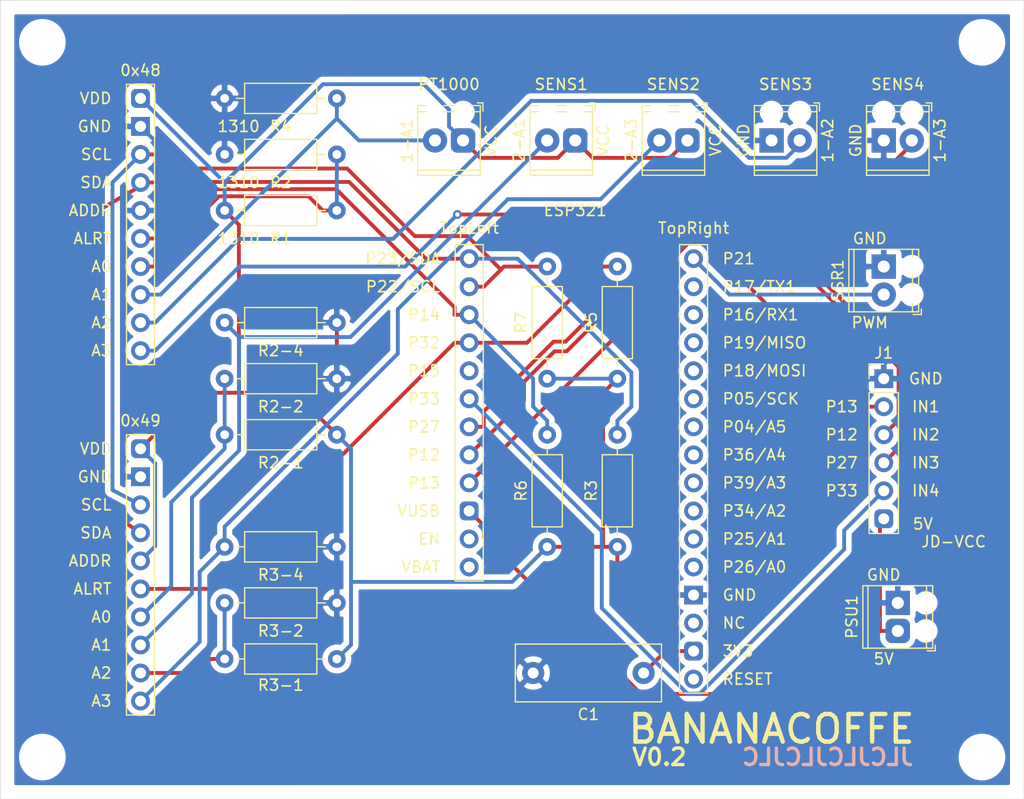
<source format=kicad_pcb>
(kicad_pcb (version 20171130) (host pcbnew "(5.1.10)-1")

  (general
    (thickness 1.6)
    (drawings 37)
    (tracks 178)
    (zones 0)
    (modules 29)
    (nets 37)
  )

  (page A4)
  (title_block
    (date 2021-06-11)
  )

  (layers
    (0 F.Cu signal)
    (31 B.Cu signal)
    (32 B.Adhes user hide)
    (33 F.Adhes user hide)
    (34 B.Paste user hide)
    (35 F.Paste user hide)
    (36 B.SilkS user)
    (37 F.SilkS user)
    (38 B.Mask user)
    (39 F.Mask user)
    (40 Dwgs.User user hide)
    (41 Cmts.User user hide)
    (42 Eco1.User user hide)
    (43 Eco2.User user hide)
    (44 Edge.Cuts user)
    (45 Margin user hide)
    (46 B.CrtYd user hide)
    (47 F.CrtYd user hide)
    (48 B.Fab user hide)
    (49 F.Fab user hide)
  )

  (setup
    (last_trace_width 0.25)
    (user_trace_width 0.35)
    (trace_clearance 0.2)
    (zone_clearance 0.508)
    (zone_45_only no)
    (trace_min 0.2)
    (via_size 0.8)
    (via_drill 0.4)
    (via_min_size 0.4)
    (via_min_drill 0.3)
    (uvia_size 0.3)
    (uvia_drill 0.1)
    (uvias_allowed no)
    (uvia_min_size 0.2)
    (uvia_min_drill 0.1)
    (edge_width 0.05)
    (segment_width 0.2)
    (pcb_text_width 0.3)
    (pcb_text_size 1.5 1.5)
    (mod_edge_width 0.12)
    (mod_text_size 1 1)
    (mod_text_width 0.15)
    (pad_size 1.7 1.7)
    (pad_drill 1)
    (pad_to_mask_clearance 0)
    (aux_axis_origin 0 0)
    (visible_elements 7FFFFFFF)
    (pcbplotparams
      (layerselection 0x010fc_ffffffff)
      (usegerberextensions true)
      (usegerberattributes false)
      (usegerberadvancedattributes true)
      (creategerberjobfile true)
      (excludeedgelayer true)
      (linewidth 0.100000)
      (plotframeref false)
      (viasonmask false)
      (mode 1)
      (useauxorigin false)
      (hpglpennumber 1)
      (hpglpenspeed 20)
      (hpglpendiameter 15.000000)
      (psnegative false)
      (psa4output false)
      (plotreference true)
      (plotvalue false)
      (plotinvisibletext false)
      (padsonsilk false)
      (subtractmaskfromsilk true)
      (outputformat 1)
      (mirror false)
      (drillshape 0)
      (scaleselection 1)
      (outputdirectory "plots/"))
  )

  (net 0 "")
  (net 1 "Net-(0x48-Pad2)")
  (net 2 "Net-(0x48-Pad4)")
  (net 3 "Net-(0x48-Pad5)")
  (net 4 "Net-(0x48-Pad6)")
  (net 5 "Net-(0x48-Pad7)")
  (net 6 "Net-(0x48-Pad8)")
  (net 7 "Net-(0x48-Pad9)")
  (net 8 "Net-(0x48-Pad10)")
  (net 9 "Net-(0x49-Pad7)")
  (net 10 "Net-(0x49-Pad6)")
  (net 11 "Net-(0x49-Pad5)")
  (net 12 "Net-(0x49-Pad4)")
  (net 13 "Net-(0x49-Pad2)")
  (net 14 "Net-(ESP321-PadP34)")
  (net 15 "Net-(ESP321-PadP25)")
  (net 16 "Net-(ESP321-PadP04)")
  (net 17 "Net-(ESP321-PadP26)")
  (net 18 "Net-(ESP321-PadP39)")
  (net 19 "Net-(ESP321-PadP18)")
  (net 20 "Net-(ESP321-PadNC)")
  (net 21 "Net-(ESP321-PadP21)")
  (net 22 "Net-(ESP321-PadP05)")
  (net 23 "Net-(ESP321-PadP16)")
  (net 24 "Net-(ESP321-PadP36)")
  (net 25 "Net-(ESP321-PadP17)")
  (net 26 "Net-(ESP321-PadP19)")
  (net 27 "Net-(ESP321-PadRESET)")
  (net 28 "Net-(ESP321-PadP13)")
  (net 29 "Net-(ESP321-PadVBAT)")
  (net 30 "Net-(ESP321-PadP33)")
  (net 31 "Net-(ESP321-PadVUSB)")
  (net 32 "Net-(ESP321-PadEN)")
  (net 33 "Net-(ESP321-PadP27)")
  (net 34 "Net-(ESP321-PadP15)")
  (net 35 "Net-(ESP321-PadP12)")
  (net 36 GND)

  (net_class Default "This is the default net class."
    (clearance 0.2)
    (trace_width 0.25)
    (via_dia 0.8)
    (via_drill 0.4)
    (uvia_dia 0.3)
    (uvia_drill 0.1)
  )

  (net_class thicker1 ""
    (clearance 0.25)
    (trace_width 0.35)
    (via_dia 0.8)
    (via_drill 0.4)
    (uvia_dia 0.3)
    (uvia_drill 0.1)
    (diff_pair_width 0.2)
    (diff_pair_gap 0.35)
    (add_net GND)
    (add_net "Net-(0x48-Pad10)")
    (add_net "Net-(0x48-Pad2)")
    (add_net "Net-(0x48-Pad4)")
    (add_net "Net-(0x48-Pad5)")
    (add_net "Net-(0x48-Pad6)")
    (add_net "Net-(0x48-Pad7)")
    (add_net "Net-(0x48-Pad8)")
    (add_net "Net-(0x48-Pad9)")
    (add_net "Net-(0x49-Pad2)")
    (add_net "Net-(0x49-Pad4)")
    (add_net "Net-(0x49-Pad5)")
    (add_net "Net-(0x49-Pad6)")
    (add_net "Net-(0x49-Pad7)")
    (add_net "Net-(ESP321-PadEN)")
    (add_net "Net-(ESP321-PadNC)")
    (add_net "Net-(ESP321-PadP04)")
    (add_net "Net-(ESP321-PadP05)")
    (add_net "Net-(ESP321-PadP12)")
    (add_net "Net-(ESP321-PadP13)")
    (add_net "Net-(ESP321-PadP15)")
    (add_net "Net-(ESP321-PadP16)")
    (add_net "Net-(ESP321-PadP17)")
    (add_net "Net-(ESP321-PadP18)")
    (add_net "Net-(ESP321-PadP19)")
    (add_net "Net-(ESP321-PadP21)")
    (add_net "Net-(ESP321-PadP25)")
    (add_net "Net-(ESP321-PadP26)")
    (add_net "Net-(ESP321-PadP27)")
    (add_net "Net-(ESP321-PadP33)")
    (add_net "Net-(ESP321-PadP34)")
    (add_net "Net-(ESP321-PadP36)")
    (add_net "Net-(ESP321-PadP39)")
    (add_net "Net-(ESP321-PadRESET)")
    (add_net "Net-(ESP321-PadVBAT)")
    (add_net "Net-(ESP321-PadVUSB)")
  )

  (module MountingHole:MountingHole_3.2mm_M3 (layer F.Cu) (tedit 56D1B4CB) (tstamp 60C59ED7)
    (at 182.88 119.38)
    (descr "Mounting Hole 3.2mm, no annular, M3")
    (tags "mounting hole 3.2mm no annular m3")
    (attr virtual)
    (fp_text reference UR (at 0 -4.2) (layer F.SilkS) hide
      (effects (font (size 1 1) (thickness 0.15)))
    )
    (fp_text value MountingHole_3.2mm_M3 (at 0 4.2) (layer F.Fab)
      (effects (font (size 1 1) (thickness 0.15)))
    )
    (fp_circle (center 0 0) (end 3.45 0) (layer F.CrtYd) (width 0.05))
    (fp_circle (center 0 0) (end 3.2 0) (layer Cmts.User) (width 0.15))
    (fp_text user %R (at 0.3 0) (layer F.Fab)
      (effects (font (size 1 1) (thickness 0.15)))
    )
    (pad 1 np_thru_hole circle (at 0 0) (size 3.2 3.2) (drill 3.2) (layers *.Cu *.Mask))
  )

  (module MountingHole:MountingHole_3.2mm_M3 (layer F.Cu) (tedit 56D1B4CB) (tstamp 60C59EB3)
    (at 97.79 119.38)
    (descr "Mounting Hole 3.2mm, no annular, M3")
    (tags "mounting hole 3.2mm no annular m3")
    (attr virtual)
    (fp_text reference UL (at 0 -4.2) (layer F.SilkS) hide
      (effects (font (size 1 1) (thickness 0.15)))
    )
    (fp_text value MountingHole_3.2mm_M3 (at 0 4.2) (layer F.Fab)
      (effects (font (size 1 1) (thickness 0.15)))
    )
    (fp_circle (center 0 0) (end 3.45 0) (layer F.CrtYd) (width 0.05))
    (fp_circle (center 0 0) (end 3.2 0) (layer Cmts.User) (width 0.15))
    (fp_text user %R (at 0.3 0) (layer F.Fab)
      (effects (font (size 1 1) (thickness 0.15)))
    )
    (pad 1 np_thru_hole circle (at 0 0) (size 3.2 3.2) (drill 3.2) (layers *.Cu *.Mask))
  )

  (module MountingHole:MountingHole_3.2mm_M3 (layer F.Cu) (tedit 56D1B4CB) (tstamp 60C59E8F)
    (at 97.79 54.61)
    (descr "Mounting Hole 3.2mm, no annular, M3")
    (tags "mounting hole 3.2mm no annular m3")
    (attr virtual)
    (fp_text reference OL (at 0 -4.2) (layer F.SilkS) hide
      (effects (font (size 1 1) (thickness 0.15)))
    )
    (fp_text value MountingHole_3.2mm_M3 (at 0 4.2) (layer F.Fab)
      (effects (font (size 1 1) (thickness 0.15)))
    )
    (fp_circle (center 0 0) (end 3.45 0) (layer F.CrtYd) (width 0.05))
    (fp_circle (center 0 0) (end 3.2 0) (layer Cmts.User) (width 0.15))
    (fp_text user %R (at 0.3 0) (layer F.Fab)
      (effects (font (size 1 1) (thickness 0.15)))
    )
    (pad 1 np_thru_hole circle (at 0 0) (size 3.2 3.2) (drill 3.2) (layers *.Cu *.Mask))
  )

  (module MountingHole:MountingHole_3.2mm_M3 (layer F.Cu) (tedit 56D1B4CB) (tstamp 60C59E6B)
    (at 182.88 54.61)
    (descr "Mounting Hole 3.2mm, no annular, M3")
    (tags "mounting hole 3.2mm no annular m3")
    (attr virtual)
    (fp_text reference OR (at 0 -4.2) (layer F.SilkS) hide
      (effects (font (size 1 1) (thickness 0.15)))
    )
    (fp_text value MountingHole_3.2mm_M3 (at 0 4.2) (layer F.Fab)
      (effects (font (size 1 1) (thickness 0.15)))
    )
    (fp_circle (center 0 0) (end 3.45 0) (layer F.CrtYd) (width 0.05))
    (fp_circle (center 0 0) (end 3.2 0) (layer Cmts.User) (width 0.15))
    (fp_text user %R (at 0.3 0) (layer F.Fab)
      (effects (font (size 1 1) (thickness 0.15)))
    )
    (pad 1 np_thru_hole circle (at 0 0) (size 3.2 3.2) (drill 3.2) (layers *.Cu *.Mask))
  )

  (module TerminalBlock_Phoenix:TerminalBlock_Phoenix_MPT-0,5-2-2.54_1x02_P2.54mm_Horizontal (layer F.Cu) (tedit 60C4E5F3) (tstamp 60C53AF1)
    (at 173.99 77.47 90)
    (descr "Terminal Block Phoenix MPT-0,5-2-2.54, 2 pins, pitch 2.54mm, size 5.54x6.2mm^2, drill diamater 1.1mm, pad diameter 2.2mm, see http://www.mouser.com/ds/2/324/ItemDetail_1725656-920552.pdf, script-generated using https://github.com/pointhi/kicad-footprint-generator/scripts/TerminalBlock_Phoenix")
    (tags "THT Terminal Block Phoenix MPT-0,5-2-2.54 pitch 2.54mm size 5.54x6.2mm^2 drill 1.1mm pad 2.2mm")
    (path /60D7E3D6)
    (fp_text reference SSR1 (at 1.27 -4.16 90) (layer F.SilkS)
      (effects (font (size 1 1) (thickness 0.15)))
    )
    (fp_text value PWM (at 1.27 4.16 90) (layer F.Fab)
      (effects (font (size 1 1) (thickness 0.15)))
    )
    (fp_line (start 4.54 -3.6) (end -2 -3.6) (layer F.CrtYd) (width 0.05))
    (fp_line (start 4.54 3.6) (end 4.54 -3.6) (layer F.CrtYd) (width 0.05))
    (fp_line (start -2 3.6) (end 4.54 3.6) (layer F.CrtYd) (width 0.05))
    (fp_line (start -2 -3.6) (end -2 3.6) (layer F.CrtYd) (width 0.05))
    (fp_line (start -1.8 3.4) (end -1.3 3.4) (layer F.SilkS) (width 0.12))
    (fp_line (start -1.8 2.66) (end -1.8 3.4) (layer F.SilkS) (width 0.12))
    (fp_line (start 3.241 -0.835) (end 1.706 0.7) (layer F.Fab) (width 0.1))
    (fp_line (start 3.375 -0.7) (end 1.84 0.835) (layer F.Fab) (width 0.1))
    (fp_line (start 0.701 -0.835) (end -0.835 0.7) (layer F.Fab) (width 0.1))
    (fp_line (start 0.835 -0.7) (end -0.701 0.835) (layer F.Fab) (width 0.1))
    (fp_line (start 4.1 -3.16) (end 4.1 3.16) (layer F.SilkS) (width 0.12))
    (fp_line (start -1.56 -3.16) (end -1.56 3.16) (layer F.SilkS) (width 0.12))
    (fp_line (start 3.33 3.16) (end 4.1 3.16) (layer F.SilkS) (width 0.12))
    (fp_line (start 0.79 3.16) (end 1.75 3.16) (layer F.SilkS) (width 0.12))
    (fp_line (start -1.56 3.16) (end -0.79 3.16) (layer F.SilkS) (width 0.12))
    (fp_line (start -1.56 -3.16) (end 4.1 -3.16) (layer F.SilkS) (width 0.12))
    (fp_line (start -1.56 -2.7) (end 4.1 -2.7) (layer F.SilkS) (width 0.12))
    (fp_line (start -1.5 -2.7) (end 4.04 -2.7) (layer F.Fab) (width 0.1))
    (fp_line (start 3.33 2.6) (end 4.1 2.6) (layer F.SilkS) (width 0.12))
    (fp_line (start 0.79 2.6) (end 1.75 2.6) (layer F.SilkS) (width 0.12))
    (fp_line (start -1.56 2.6) (end -0.79 2.6) (layer F.SilkS) (width 0.12))
    (fp_line (start -1.5 2.6) (end 4.04 2.6) (layer F.Fab) (width 0.1))
    (fp_line (start -1.5 2.6) (end -1.5 -3.1) (layer F.Fab) (width 0.1))
    (fp_line (start -1 3.1) (end -1.5 2.6) (layer F.Fab) (width 0.1))
    (fp_line (start 4.04 3.1) (end -1 3.1) (layer F.Fab) (width 0.1))
    (fp_line (start 4.04 -3.1) (end 4.04 3.1) (layer F.Fab) (width 0.1))
    (fp_line (start -1.5 -3.1) (end 4.04 -3.1) (layer F.Fab) (width 0.1))
    (fp_circle (center 2.54 0) (end 3.64 0) (layer F.Fab) (width 0.1))
    (fp_circle (center 0 0) (end 1.1 0) (layer F.Fab) (width 0.1))
    (fp_text user %R (at 1.27 6.35 90) (layer F.Fab)
      (effects (font (size 1 1) (thickness 0.15)))
    )
    (pad "" np_thru_hole circle (at 2.54 2.54 90) (size 1.1 1.1) (drill 1.1) (layers *.Cu *.Mask))
    (pad 2 thru_hole rect (at 2.54 0 90) (size 2.2 2.2) (drill 1.1) (layers *.Cu *.Mask)
      (net 36 GND))
    (pad "" np_thru_hole circle (at 0 2.54 90) (size 1.1 1.1) (drill 1.1) (layers *.Cu *.Mask))
    (pad 1 thru_hole circle (at 0 0 90) (size 2.2 2.2) (drill 1.1) (layers *.Cu *.Mask)
      (net 21 "Net-(ESP321-PadP21)"))
    (model ${KISYS3DMOD}/TerminalBlock_Phoenix.3dshapes/TerminalBlock_Phoenix_MPT-0,5-2-2.54_1x02_P2.54mm_Horizontal.wrl
      (at (xyz 0 0 0))
      (scale (xyz 1 1 1))
      (rotate (xyz 0 0 0))
    )
  )

  (module TerminalBlock_Phoenix:TerminalBlock_Phoenix_MPT-0,5-2-2.54_1x02_P2.54mm_Horizontal (layer F.Cu) (tedit 60C4E5E5) (tstamp 60C53ACB)
    (at 176.53 63.5 180)
    (descr "Terminal Block Phoenix MPT-0,5-2-2.54, 2 pins, pitch 2.54mm, size 5.54x6.2mm^2, drill diamater 1.1mm, pad diameter 2.2mm, see http://www.mouser.com/ds/2/324/ItemDetail_1725656-920552.pdf, script-generated using https://github.com/pointhi/kicad-footprint-generator/scripts/TerminalBlock_Phoenix")
    (tags "THT Terminal Block Phoenix MPT-0,5-2-2.54 pitch 2.54mm size 5.54x6.2mm^2 drill 1.1mm pad 2.2mm")
    (path /60CA36AD)
    (fp_text reference SENS4 (at 1.27 5.08) (layer F.SilkS)
      (effects (font (size 1 1) (thickness 0.15)))
    )
    (fp_text value 2GND (at 1.27 -5.08) (layer F.Fab)
      (effects (font (size 1 1) (thickness 0.15)))
    )
    (fp_line (start 4.54 -3.6) (end -2 -3.6) (layer F.CrtYd) (width 0.05))
    (fp_line (start 4.54 3.6) (end 4.54 -3.6) (layer F.CrtYd) (width 0.05))
    (fp_line (start -2 3.6) (end 4.54 3.6) (layer F.CrtYd) (width 0.05))
    (fp_line (start -2 -3.6) (end -2 3.6) (layer F.CrtYd) (width 0.05))
    (fp_line (start -1.8 3.4) (end -1.3 3.4) (layer F.SilkS) (width 0.12))
    (fp_line (start -1.8 2.66) (end -1.8 3.4) (layer F.SilkS) (width 0.12))
    (fp_line (start 3.241 -0.835) (end 1.706 0.7) (layer F.Fab) (width 0.1))
    (fp_line (start 3.375 -0.7) (end 1.84 0.835) (layer F.Fab) (width 0.1))
    (fp_line (start 0.701 -0.835) (end -0.835 0.7) (layer F.Fab) (width 0.1))
    (fp_line (start 0.835 -0.7) (end -0.701 0.835) (layer F.Fab) (width 0.1))
    (fp_line (start 4.1 -3.16) (end 4.1 3.16) (layer F.SilkS) (width 0.12))
    (fp_line (start -1.56 -3.16) (end -1.56 3.16) (layer F.SilkS) (width 0.12))
    (fp_line (start 3.33 3.16) (end 4.1 3.16) (layer F.SilkS) (width 0.12))
    (fp_line (start 0.79 3.16) (end 1.75 3.16) (layer F.SilkS) (width 0.12))
    (fp_line (start -1.56 3.16) (end -0.79 3.16) (layer F.SilkS) (width 0.12))
    (fp_line (start -1.56 -3.16) (end 4.1 -3.16) (layer F.SilkS) (width 0.12))
    (fp_line (start -1.56 -2.7) (end 4.1 -2.7) (layer F.SilkS) (width 0.12))
    (fp_line (start -1.5 -2.7) (end 4.04 -2.7) (layer F.Fab) (width 0.1))
    (fp_line (start 3.33 2.6) (end 4.1 2.6) (layer F.SilkS) (width 0.12))
    (fp_line (start 0.79 2.6) (end 1.75 2.6) (layer F.SilkS) (width 0.12))
    (fp_line (start -1.56 2.6) (end -0.79 2.6) (layer F.SilkS) (width 0.12))
    (fp_line (start -1.5 2.6) (end 4.04 2.6) (layer F.Fab) (width 0.1))
    (fp_line (start -1.5 2.6) (end -1.5 -3.1) (layer F.Fab) (width 0.1))
    (fp_line (start -1 3.1) (end -1.5 2.6) (layer F.Fab) (width 0.1))
    (fp_line (start 4.04 3.1) (end -1 3.1) (layer F.Fab) (width 0.1))
    (fp_line (start 4.04 -3.1) (end 4.04 3.1) (layer F.Fab) (width 0.1))
    (fp_line (start -1.5 -3.1) (end 4.04 -3.1) (layer F.Fab) (width 0.1))
    (fp_circle (center 2.54 0) (end 3.64 0) (layer F.Fab) (width 0.1))
    (fp_circle (center 0 0) (end 1.1 0) (layer F.Fab) (width 0.1))
    (fp_text user %R (at 1.27 2) (layer F.Fab)
      (effects (font (size 1 1) (thickness 0.15)))
    )
    (pad "" np_thru_hole circle (at 2.54 2.54 180) (size 1.1 1.1) (drill 1.1) (layers *.Cu *.Mask))
    (pad 2 thru_hole rect (at 2.54 0 180) (size 2.2 2.2) (drill 1.1) (layers *.Cu *.Mask)
      (net 36 GND))
    (pad "" np_thru_hole circle (at 0 2.54 180) (size 1.1 1.1) (drill 1.1) (layers *.Cu *.Mask))
    (pad 1 thru_hole circle (at 0 0 180) (size 2.2 2.2) (drill 1.1) (layers *.Cu *.Mask)
      (net 5 "Net-(0x48-Pad7)"))
    (model ${KISYS3DMOD}/TerminalBlock_Phoenix.3dshapes/TerminalBlock_Phoenix_MPT-0,5-2-2.54_1x02_P2.54mm_Horizontal.wrl
      (at (xyz 0 0 0))
      (scale (xyz 1 1 1))
      (rotate (xyz 0 0 0))
    )
  )

  (module TerminalBlock_Phoenix:TerminalBlock_Phoenix_MPT-0,5-2-2.54_1x02_P2.54mm_Horizontal (layer F.Cu) (tedit 60C4E603) (tstamp 60C53AA5)
    (at 166.37 63.5 180)
    (descr "Terminal Block Phoenix MPT-0,5-2-2.54, 2 pins, pitch 2.54mm, size 5.54x6.2mm^2, drill diamater 1.1mm, pad diameter 2.2mm, see http://www.mouser.com/ds/2/324/ItemDetail_1725656-920552.pdf, script-generated using https://github.com/pointhi/kicad-footprint-generator/scripts/TerminalBlock_Phoenix")
    (tags "THT Terminal Block Phoenix MPT-0,5-2-2.54 pitch 2.54mm size 5.54x6.2mm^2 drill 1.1mm pad 2.2mm")
    (path /60C9E39B)
    (fp_text reference SENS3 (at 1.27 5.08) (layer F.SilkS)
      (effects (font (size 1 1) (thickness 0.15)))
    )
    (fp_text value 2GND (at 1.27 -5.08) (layer F.Fab)
      (effects (font (size 1 1) (thickness 0.15)))
    )
    (fp_line (start 4.54 -3.6) (end -2 -3.6) (layer F.CrtYd) (width 0.05))
    (fp_line (start 4.54 3.6) (end 4.54 -3.6) (layer F.CrtYd) (width 0.05))
    (fp_line (start -2 3.6) (end 4.54 3.6) (layer F.CrtYd) (width 0.05))
    (fp_line (start -2 -3.6) (end -2 3.6) (layer F.CrtYd) (width 0.05))
    (fp_line (start -1.8 3.4) (end -1.3 3.4) (layer F.SilkS) (width 0.12))
    (fp_line (start -1.8 2.66) (end -1.8 3.4) (layer F.SilkS) (width 0.12))
    (fp_line (start 3.241 -0.835) (end 1.706 0.7) (layer F.Fab) (width 0.1))
    (fp_line (start 3.375 -0.7) (end 1.84 0.835) (layer F.Fab) (width 0.1))
    (fp_line (start 0.701 -0.835) (end -0.835 0.7) (layer F.Fab) (width 0.1))
    (fp_line (start 0.835 -0.7) (end -0.701 0.835) (layer F.Fab) (width 0.1))
    (fp_line (start 4.1 -3.16) (end 4.1 3.16) (layer F.SilkS) (width 0.12))
    (fp_line (start -1.56 -3.16) (end -1.56 3.16) (layer F.SilkS) (width 0.12))
    (fp_line (start 3.33 3.16) (end 4.1 3.16) (layer F.SilkS) (width 0.12))
    (fp_line (start 0.79 3.16) (end 1.75 3.16) (layer F.SilkS) (width 0.12))
    (fp_line (start -1.56 3.16) (end -0.79 3.16) (layer F.SilkS) (width 0.12))
    (fp_line (start -1.56 -3.16) (end 4.1 -3.16) (layer F.SilkS) (width 0.12))
    (fp_line (start -1.56 -2.7) (end 4.1 -2.7) (layer F.SilkS) (width 0.12))
    (fp_line (start -1.5 -2.7) (end 4.04 -2.7) (layer F.Fab) (width 0.1))
    (fp_line (start 3.33 2.6) (end 4.1 2.6) (layer F.SilkS) (width 0.12))
    (fp_line (start 0.79 2.6) (end 1.75 2.6) (layer F.SilkS) (width 0.12))
    (fp_line (start -1.56 2.6) (end -0.79 2.6) (layer F.SilkS) (width 0.12))
    (fp_line (start -1.5 2.6) (end 4.04 2.6) (layer F.Fab) (width 0.1))
    (fp_line (start -1.5 2.6) (end -1.5 -3.1) (layer F.Fab) (width 0.1))
    (fp_line (start -1 3.1) (end -1.5 2.6) (layer F.Fab) (width 0.1))
    (fp_line (start 4.04 3.1) (end -1 3.1) (layer F.Fab) (width 0.1))
    (fp_line (start 4.04 -3.1) (end 4.04 3.1) (layer F.Fab) (width 0.1))
    (fp_line (start -1.5 -3.1) (end 4.04 -3.1) (layer F.Fab) (width 0.1))
    (fp_circle (center 2.54 0) (end 3.64 0) (layer F.Fab) (width 0.1))
    (fp_circle (center 0 0) (end 1.1 0) (layer F.Fab) (width 0.1))
    (fp_text user %R (at 1.27 2) (layer F.Fab)
      (effects (font (size 1 1) (thickness 0.15)))
    )
    (pad "" np_thru_hole circle (at 2.54 2.54 180) (size 1.1 1.1) (drill 1.1) (layers *.Cu *.Mask))
    (pad 2 thru_hole rect (at 2.54 0 180) (size 2.2 2.2) (drill 1.1) (layers *.Cu *.Mask)
      (net 36 GND))
    (pad "" np_thru_hole circle (at 0 2.54 180) (size 1.1 1.1) (drill 1.1) (layers *.Cu *.Mask))
    (pad 1 thru_hole circle (at 0 0 180) (size 2.2 2.2) (drill 1.1) (layers *.Cu *.Mask)
      (net 4 "Net-(0x48-Pad6)"))
    (model ${KISYS3DMOD}/TerminalBlock_Phoenix.3dshapes/TerminalBlock_Phoenix_MPT-0,5-2-2.54_1x02_P2.54mm_Horizontal.wrl
      (at (xyz 0 0 0))
      (scale (xyz 1 1 1))
      (rotate (xyz 0 0 0))
    )
  )

  (module TerminalBlock_Phoenix:TerminalBlock_Phoenix_MPT-0,5-2-2.54_1x02_P2.54mm_Horizontal (layer F.Cu) (tedit 60C4E60B) (tstamp 60C53A7F)
    (at 156.21 63.5 180)
    (descr "Terminal Block Phoenix MPT-0,5-2-2.54, 2 pins, pitch 2.54mm, size 5.54x6.2mm^2, drill diamater 1.1mm, pad diameter 2.2mm, see http://www.mouser.com/ds/2/324/ItemDetail_1725656-920552.pdf, script-generated using https://github.com/pointhi/kicad-footprint-generator/scripts/TerminalBlock_Phoenix")
    (tags "THT Terminal Block Phoenix MPT-0,5-2-2.54 pitch 2.54mm size 5.54x6.2mm^2 drill 1.1mm pad 2.2mm")
    (path /60C5D505)
    (fp_text reference SENS2 (at 1.27 5.08 180) (layer F.SilkS)
      (effects (font (size 1 1) (thickness 0.15)))
    )
    (fp_text value PT1000 (at 1.27 -5.08) (layer F.Fab)
      (effects (font (size 1 1) (thickness 0.15)))
    )
    (fp_line (start 4.54 -3.6) (end -2 -3.6) (layer F.CrtYd) (width 0.05))
    (fp_line (start 4.54 3.6) (end 4.54 -3.6) (layer F.CrtYd) (width 0.05))
    (fp_line (start -2 3.6) (end 4.54 3.6) (layer F.CrtYd) (width 0.05))
    (fp_line (start -2 -3.6) (end -2 3.6) (layer F.CrtYd) (width 0.05))
    (fp_line (start -1.8 3.4) (end -1.3 3.4) (layer F.SilkS) (width 0.12))
    (fp_line (start -1.8 2.66) (end -1.8 3.4) (layer F.SilkS) (width 0.12))
    (fp_line (start 3.241 -0.835) (end 1.706 0.7) (layer F.Fab) (width 0.1))
    (fp_line (start 3.375 -0.7) (end 1.84 0.835) (layer F.Fab) (width 0.1))
    (fp_line (start 0.701 -0.835) (end -0.835 0.7) (layer F.Fab) (width 0.1))
    (fp_line (start 0.835 -0.7) (end -0.701 0.835) (layer F.Fab) (width 0.1))
    (fp_line (start 4.1 -3.16) (end 4.1 3.16) (layer F.SilkS) (width 0.12))
    (fp_line (start -1.56 -3.16) (end -1.56 3.16) (layer F.SilkS) (width 0.12))
    (fp_line (start 3.33 3.16) (end 4.1 3.16) (layer F.SilkS) (width 0.12))
    (fp_line (start 0.79 3.16) (end 1.75 3.16) (layer F.SilkS) (width 0.12))
    (fp_line (start -1.56 3.16) (end -0.79 3.16) (layer F.SilkS) (width 0.12))
    (fp_line (start -1.56 -3.16) (end 4.1 -3.16) (layer F.SilkS) (width 0.12))
    (fp_line (start -1.56 -2.7) (end 4.1 -2.7) (layer F.SilkS) (width 0.12))
    (fp_line (start -1.5 -2.7) (end 4.04 -2.7) (layer F.Fab) (width 0.1))
    (fp_line (start 3.33 2.6) (end 4.1 2.6) (layer F.SilkS) (width 0.12))
    (fp_line (start 0.79 2.6) (end 1.75 2.6) (layer F.SilkS) (width 0.12))
    (fp_line (start -1.56 2.6) (end -0.79 2.6) (layer F.SilkS) (width 0.12))
    (fp_line (start -1.5 2.6) (end 4.04 2.6) (layer F.Fab) (width 0.1))
    (fp_line (start -1.5 2.6) (end -1.5 -3.1) (layer F.Fab) (width 0.1))
    (fp_line (start -1 3.1) (end -1.5 2.6) (layer F.Fab) (width 0.1))
    (fp_line (start 4.04 3.1) (end -1 3.1) (layer F.Fab) (width 0.1))
    (fp_line (start 4.04 -3.1) (end 4.04 3.1) (layer F.Fab) (width 0.1))
    (fp_line (start -1.5 -3.1) (end 4.04 -3.1) (layer F.Fab) (width 0.1))
    (fp_circle (center 2.54 0) (end 3.64 0) (layer F.Fab) (width 0.1))
    (fp_circle (center 0 0) (end 1.1 0) (layer F.Fab) (width 0.1))
    (fp_text user %R (at 1.27 2) (layer F.Fab)
      (effects (font (size 1 1) (thickness 0.15)))
    )
    (pad "" np_thru_hole circle (at 2.54 2.54 180) (size 1.1 1.1) (drill 1.1) (layers *.Cu *.Mask))
    (pad 2 thru_hole circle (at 2.54 0 180) (size 2.2 2.2) (drill 1.1) (layers *.Cu *.Mask)
      (net 9 "Net-(0x49-Pad7)"))
    (pad "" np_thru_hole circle (at 0 2.54 180) (size 1.1 1.1) (drill 1.1) (layers *.Cu *.Mask))
    (pad 1 thru_hole roundrect (at 0 0 180) (size 2.2 2.2) (drill 1.1) (layers *.Cu *.Mask) (roundrect_rratio 0.25)
      (net 6 "Net-(0x48-Pad8)"))
    (model ${KISYS3DMOD}/TerminalBlock_Phoenix.3dshapes/TerminalBlock_Phoenix_MPT-0,5-2-2.54_1x02_P2.54mm_Horizontal.wrl
      (at (xyz 0 0 0))
      (scale (xyz 1 1 1))
      (rotate (xyz 0 0 0))
    )
  )

  (module TerminalBlock_Phoenix:TerminalBlock_Phoenix_MPT-0,5-2-2.54_1x02_P2.54mm_Horizontal (layer F.Cu) (tedit 60C4E610) (tstamp 60C53A59)
    (at 146.05 63.5 180)
    (descr "Terminal Block Phoenix MPT-0,5-2-2.54, 2 pins, pitch 2.54mm, size 5.54x6.2mm^2, drill diamater 1.1mm, pad diameter 2.2mm, see http://www.mouser.com/ds/2/324/ItemDetail_1725656-920552.pdf, script-generated using https://github.com/pointhi/kicad-footprint-generator/scripts/TerminalBlock_Phoenix")
    (tags "THT Terminal Block Phoenix MPT-0,5-2-2.54 pitch 2.54mm size 5.54x6.2mm^2 drill 1.1mm pad 2.2mm")
    (path /60C52432)
    (fp_text reference SENS1 (at 1.27 5.08) (layer F.SilkS)
      (effects (font (size 1 1) (thickness 0.15)))
    )
    (fp_text value - (at 1.27 4.16) (layer F.Fab)
      (effects (font (size 1 1) (thickness 0.15)))
    )
    (fp_line (start 4.54 -3.6) (end -2 -3.6) (layer F.CrtYd) (width 0.05))
    (fp_line (start 4.54 3.6) (end 4.54 -3.6) (layer F.CrtYd) (width 0.05))
    (fp_line (start -2 3.6) (end 4.54 3.6) (layer F.CrtYd) (width 0.05))
    (fp_line (start -2 -3.6) (end -2 3.6) (layer F.CrtYd) (width 0.05))
    (fp_line (start -1.8 3.4) (end -1.3 3.4) (layer F.SilkS) (width 0.12))
    (fp_line (start -1.8 2.66) (end -1.8 3.4) (layer F.SilkS) (width 0.12))
    (fp_line (start 3.241 -0.835) (end 1.706 0.7) (layer F.Fab) (width 0.1))
    (fp_line (start 3.375 -0.7) (end 1.84 0.835) (layer F.Fab) (width 0.1))
    (fp_line (start 0.701 -0.835) (end -0.835 0.7) (layer F.Fab) (width 0.1))
    (fp_line (start 0.835 -0.7) (end -0.701 0.835) (layer F.Fab) (width 0.1))
    (fp_line (start 4.1 -3.16) (end 4.1 3.16) (layer F.SilkS) (width 0.12))
    (fp_line (start -1.56 -3.16) (end -1.56 3.16) (layer F.SilkS) (width 0.12))
    (fp_line (start 3.33 3.16) (end 4.1 3.16) (layer F.SilkS) (width 0.12))
    (fp_line (start 0.79 3.16) (end 1.75 3.16) (layer F.SilkS) (width 0.12))
    (fp_line (start -1.56 3.16) (end -0.79 3.16) (layer F.SilkS) (width 0.12))
    (fp_line (start -1.56 -3.16) (end 4.1 -3.16) (layer F.SilkS) (width 0.12))
    (fp_line (start -1.56 -2.7) (end 4.1 -2.7) (layer F.SilkS) (width 0.12))
    (fp_line (start -1.5 -2.7) (end 4.04 -2.7) (layer F.Fab) (width 0.1))
    (fp_line (start 3.33 2.6) (end 4.1 2.6) (layer F.SilkS) (width 0.12))
    (fp_line (start 0.79 2.6) (end 1.75 2.6) (layer F.SilkS) (width 0.12))
    (fp_line (start -1.56 2.6) (end -0.79 2.6) (layer F.SilkS) (width 0.12))
    (fp_line (start -1.5 2.6) (end 4.04 2.6) (layer F.Fab) (width 0.1))
    (fp_line (start -1.5 2.6) (end -1.5 -3.1) (layer F.Fab) (width 0.1))
    (fp_line (start -1 3.1) (end -1.5 2.6) (layer F.Fab) (width 0.1))
    (fp_line (start 4.04 3.1) (end -1 3.1) (layer F.Fab) (width 0.1))
    (fp_line (start 4.04 -3.1) (end 4.04 3.1) (layer F.Fab) (width 0.1))
    (fp_line (start -1.5 -3.1) (end 4.04 -3.1) (layer F.Fab) (width 0.1))
    (fp_circle (center 2.54 0) (end 3.64 0) (layer F.Fab) (width 0.1))
    (fp_circle (center 0 0) (end 1.1 0) (layer F.Fab) (width 0.1))
    (fp_text user %R (at 1.27 2) (layer F.Fab)
      (effects (font (size 1 1) (thickness 0.15)))
    )
    (pad "" np_thru_hole circle (at 2.54 2.54 180) (size 1.1 1.1) (drill 1.1) (layers *.Cu *.Mask))
    (pad 2 thru_hole circle (at 2.54 0 180) (size 2.2 2.2) (drill 1.1) (layers *.Cu *.Mask)
      (net 11 "Net-(0x49-Pad5)"))
    (pad "" np_thru_hole circle (at 0 2.54 180) (size 1.1 1.1) (drill 1.1) (layers *.Cu *.Mask))
    (pad 1 thru_hole roundrect (at 0 0 180) (size 2.2 2.2) (drill 1.1) (layers *.Cu *.Mask) (roundrect_rratio 0.25)
      (net 6 "Net-(0x48-Pad8)"))
    (model ${KISYS3DMOD}/TerminalBlock_Phoenix.3dshapes/TerminalBlock_Phoenix_MPT-0,5-2-2.54_1x02_P2.54mm_Horizontal.wrl
      (at (xyz 0 0 0))
      (scale (xyz 1 1 1))
      (rotate (xyz 0 0 0))
    )
  )

  (module Resistor_THT:R_Axial_DIN0207_L6.3mm_D2.5mm_P10.16mm_Horizontal (layer F.Cu) (tedit 5AE5139B) (tstamp 60C53A33)
    (at 114.3 100.33)
    (descr "Resistor, Axial_DIN0207 series, Axial, Horizontal, pin pitch=10.16mm, 0.25W = 1/4W, length*diameter=6.3*2.5mm^2, http://cdn-reichelt.de/documents/datenblatt/B400/1_4W%23YAG.pdf")
    (tags "Resistor Axial_DIN0207 series Axial Horizontal pin pitch 10.16mm 0.25W = 1/4W length 6.3mm diameter 2.5mm")
    (path /60C5D50C)
    (fp_text reference R3-4 (at 5.08 2.54) (layer F.SilkS)
      (effects (font (size 1 1) (thickness 0.15)))
    )
    (fp_text value 1310 (at 0 2.37) (layer F.Fab) hide
      (effects (font (size 1 1) (thickness 0.15)))
    )
    (fp_line (start 11.21 -1.5) (end -1.05 -1.5) (layer F.CrtYd) (width 0.05))
    (fp_line (start 11.21 1.5) (end 11.21 -1.5) (layer F.CrtYd) (width 0.05))
    (fp_line (start -1.05 1.5) (end 11.21 1.5) (layer F.CrtYd) (width 0.05))
    (fp_line (start -1.05 -1.5) (end -1.05 1.5) (layer F.CrtYd) (width 0.05))
    (fp_line (start 9.12 0) (end 8.35 0) (layer F.SilkS) (width 0.12))
    (fp_line (start 1.04 0) (end 1.81 0) (layer F.SilkS) (width 0.12))
    (fp_line (start 8.35 -1.37) (end 1.81 -1.37) (layer F.SilkS) (width 0.12))
    (fp_line (start 8.35 1.37) (end 8.35 -1.37) (layer F.SilkS) (width 0.12))
    (fp_line (start 1.81 1.37) (end 8.35 1.37) (layer F.SilkS) (width 0.12))
    (fp_line (start 1.81 -1.37) (end 1.81 1.37) (layer F.SilkS) (width 0.12))
    (fp_line (start 10.16 0) (end 8.23 0) (layer F.Fab) (width 0.1))
    (fp_line (start 0 0) (end 1.93 0) (layer F.Fab) (width 0.1))
    (fp_line (start 8.23 -1.25) (end 1.93 -1.25) (layer F.Fab) (width 0.1))
    (fp_line (start 8.23 1.25) (end 8.23 -1.25) (layer F.Fab) (width 0.1))
    (fp_line (start 1.93 1.25) (end 8.23 1.25) (layer F.Fab) (width 0.1))
    (fp_line (start 1.93 -1.25) (end 1.93 1.25) (layer F.Fab) (width 0.1))
    (fp_text user %R (at 5.08 0) (layer F.Fab)
      (effects (font (size 1 1) (thickness 0.15)))
    )
    (pad 2 thru_hole oval (at 10.16 0) (size 1.6 1.6) (drill 0.8) (layers *.Cu *.Mask)
      (net 36 GND))
    (pad 1 thru_hole circle (at 0 0) (size 1.6 1.6) (drill 0.8) (layers *.Cu *.Mask)
      (net 9 "Net-(0x49-Pad7)"))
    (model ${KISYS3DMOD}/Resistor_THT.3dshapes/R_Axial_DIN0207_L6.3mm_D2.5mm_P10.16mm_Horizontal.wrl
      (at (xyz 0 0 0))
      (scale (xyz 1 1 1))
      (rotate (xyz 0 0 0))
    )
  )

  (module Resistor_THT:R_Axial_DIN0207_L6.3mm_D2.5mm_P10.16mm_Horizontal (layer F.Cu) (tedit 5AE5139B) (tstamp 60C53A1C)
    (at 114.3 105.41)
    (descr "Resistor, Axial_DIN0207 series, Axial, Horizontal, pin pitch=10.16mm, 0.25W = 1/4W, length*diameter=6.3*2.5mm^2, http://cdn-reichelt.de/documents/datenblatt/B400/1_4W%23YAG.pdf")
    (tags "Resistor Axial_DIN0207 series Axial Horizontal pin pitch 10.16mm 0.25W = 1/4W length 6.3mm diameter 2.5mm")
    (path /60C5D51B)
    (fp_text reference R3-2 (at 5.08 2.54) (layer F.SilkS)
      (effects (font (size 1 1) (thickness 0.15)))
    )
    (fp_text value 1310 (at 0 2.54) (layer F.Fab) hide
      (effects (font (size 1 1) (thickness 0.15)))
    )
    (fp_line (start 11.21 -1.5) (end -1.05 -1.5) (layer F.CrtYd) (width 0.05))
    (fp_line (start 11.21 1.5) (end 11.21 -1.5) (layer F.CrtYd) (width 0.05))
    (fp_line (start -1.05 1.5) (end 11.21 1.5) (layer F.CrtYd) (width 0.05))
    (fp_line (start -1.05 -1.5) (end -1.05 1.5) (layer F.CrtYd) (width 0.05))
    (fp_line (start 9.12 0) (end 8.35 0) (layer F.SilkS) (width 0.12))
    (fp_line (start 1.04 0) (end 1.81 0) (layer F.SilkS) (width 0.12))
    (fp_line (start 8.35 -1.37) (end 1.81 -1.37) (layer F.SilkS) (width 0.12))
    (fp_line (start 8.35 1.37) (end 8.35 -1.37) (layer F.SilkS) (width 0.12))
    (fp_line (start 1.81 1.37) (end 8.35 1.37) (layer F.SilkS) (width 0.12))
    (fp_line (start 1.81 -1.37) (end 1.81 1.37) (layer F.SilkS) (width 0.12))
    (fp_line (start 10.16 0) (end 8.23 0) (layer F.Fab) (width 0.1))
    (fp_line (start 0 0) (end 1.93 0) (layer F.Fab) (width 0.1))
    (fp_line (start 8.23 -1.25) (end 1.93 -1.25) (layer F.Fab) (width 0.1))
    (fp_line (start 8.23 1.25) (end 8.23 -1.25) (layer F.Fab) (width 0.1))
    (fp_line (start 1.93 1.25) (end 8.23 1.25) (layer F.Fab) (width 0.1))
    (fp_line (start 1.93 -1.25) (end 1.93 1.25) (layer F.Fab) (width 0.1))
    (fp_text user %R (at 5.08 0) (layer F.Fab)
      (effects (font (size 1 1) (thickness 0.15)))
    )
    (pad 2 thru_hole oval (at 10.16 0) (size 1.6 1.6) (drill 0.8) (layers *.Cu *.Mask)
      (net 36 GND))
    (pad 1 thru_hole circle (at 0 0) (size 1.6 1.6) (drill 0.8) (layers *.Cu *.Mask)
      (net 10 "Net-(0x49-Pad6)"))
    (model ${KISYS3DMOD}/Resistor_THT.3dshapes/R_Axial_DIN0207_L6.3mm_D2.5mm_P10.16mm_Horizontal.wrl
      (at (xyz 0 0 0))
      (scale (xyz 1 1 1))
      (rotate (xyz 0 0 0))
    )
  )

  (module Resistor_THT:R_Axial_DIN0207_L6.3mm_D2.5mm_P10.16mm_Horizontal (layer F.Cu) (tedit 5AE5139B) (tstamp 60C53A05)
    (at 124.46 110.49 180)
    (descr "Resistor, Axial_DIN0207 series, Axial, Horizontal, pin pitch=10.16mm, 0.25W = 1/4W, length*diameter=6.3*2.5mm^2, http://cdn-reichelt.de/documents/datenblatt/B400/1_4W%23YAG.pdf")
    (tags "Resistor Axial_DIN0207 series Axial Horizontal pin pitch 10.16mm 0.25W = 1/4W length 6.3mm diameter 2.5mm")
    (path /60C5D512)
    (fp_text reference R3-1 (at 5.08 -2.37) (layer F.SilkS)
      (effects (font (size 1 1) (thickness 0.15)))
    )
    (fp_text value 1310 (at 10.16 -2.54) (layer F.Fab) hide
      (effects (font (size 1 1) (thickness 0.15)))
    )
    (fp_line (start 11.21 -1.5) (end -1.05 -1.5) (layer F.CrtYd) (width 0.05))
    (fp_line (start 11.21 1.5) (end 11.21 -1.5) (layer F.CrtYd) (width 0.05))
    (fp_line (start -1.05 1.5) (end 11.21 1.5) (layer F.CrtYd) (width 0.05))
    (fp_line (start -1.05 -1.5) (end -1.05 1.5) (layer F.CrtYd) (width 0.05))
    (fp_line (start 9.12 0) (end 8.35 0) (layer F.SilkS) (width 0.12))
    (fp_line (start 1.04 0) (end 1.81 0) (layer F.SilkS) (width 0.12))
    (fp_line (start 8.35 -1.37) (end 1.81 -1.37) (layer F.SilkS) (width 0.12))
    (fp_line (start 8.35 1.37) (end 8.35 -1.37) (layer F.SilkS) (width 0.12))
    (fp_line (start 1.81 1.37) (end 8.35 1.37) (layer F.SilkS) (width 0.12))
    (fp_line (start 1.81 -1.37) (end 1.81 1.37) (layer F.SilkS) (width 0.12))
    (fp_line (start 10.16 0) (end 8.23 0) (layer F.Fab) (width 0.1))
    (fp_line (start 0 0) (end 1.93 0) (layer F.Fab) (width 0.1))
    (fp_line (start 8.23 -1.25) (end 1.93 -1.25) (layer F.Fab) (width 0.1))
    (fp_line (start 8.23 1.25) (end 8.23 -1.25) (layer F.Fab) (width 0.1))
    (fp_line (start 1.93 1.25) (end 8.23 1.25) (layer F.Fab) (width 0.1))
    (fp_line (start 1.93 -1.25) (end 1.93 1.25) (layer F.Fab) (width 0.1))
    (fp_text user %R (at 5.08 0) (layer F.Fab)
      (effects (font (size 1 1) (thickness 0.15)))
    )
    (pad 2 thru_hole oval (at 10.16 0 180) (size 1.6 1.6) (drill 0.8) (layers *.Cu *.Mask)
      (net 10 "Net-(0x49-Pad6)"))
    (pad 1 thru_hole circle (at 0 0 180) (size 1.6 1.6) (drill 0.8) (layers *.Cu *.Mask)
      (net 6 "Net-(0x48-Pad8)"))
    (model ${KISYS3DMOD}/Resistor_THT.3dshapes/R_Axial_DIN0207_L6.3mm_D2.5mm_P10.16mm_Horizontal.wrl
      (at (xyz 0 0 0))
      (scale (xyz 1 1 1))
      (rotate (xyz 0 0 0))
    )
  )

  (module Resistor_THT:R_Axial_DIN0207_L6.3mm_D2.5mm_P10.16mm_Horizontal (layer F.Cu) (tedit 5AE5139B) (tstamp 60C539EE)
    (at 114.3 80.01)
    (descr "Resistor, Axial_DIN0207 series, Axial, Horizontal, pin pitch=10.16mm, 0.25W = 1/4W, length*diameter=6.3*2.5mm^2, http://cdn-reichelt.de/documents/datenblatt/B400/1_4W%23YAG.pdf")
    (tags "Resistor Axial_DIN0207 series Axial Horizontal pin pitch 10.16mm 0.25W = 1/4W length 6.3mm diameter 2.5mm")
    (path /60C52439)
    (fp_text reference R2-4 (at 5.08 2.54) (layer F.SilkS)
      (effects (font (size 1 1) (thickness 0.15)))
    )
    (fp_text value 0 (at 1.27 2.37) (layer F.Fab) hide
      (effects (font (size 1 1) (thickness 0.15)))
    )
    (fp_line (start 11.21 -1.5) (end -1.05 -1.5) (layer F.CrtYd) (width 0.05))
    (fp_line (start 11.21 1.5) (end 11.21 -1.5) (layer F.CrtYd) (width 0.05))
    (fp_line (start -1.05 1.5) (end 11.21 1.5) (layer F.CrtYd) (width 0.05))
    (fp_line (start -1.05 -1.5) (end -1.05 1.5) (layer F.CrtYd) (width 0.05))
    (fp_line (start 9.12 0) (end 8.35 0) (layer F.SilkS) (width 0.12))
    (fp_line (start 1.04 0) (end 1.81 0) (layer F.SilkS) (width 0.12))
    (fp_line (start 8.35 -1.37) (end 1.81 -1.37) (layer F.SilkS) (width 0.12))
    (fp_line (start 8.35 1.37) (end 8.35 -1.37) (layer F.SilkS) (width 0.12))
    (fp_line (start 1.81 1.37) (end 8.35 1.37) (layer F.SilkS) (width 0.12))
    (fp_line (start 1.81 -1.37) (end 1.81 1.37) (layer F.SilkS) (width 0.12))
    (fp_line (start 10.16 0) (end 8.23 0) (layer F.Fab) (width 0.1))
    (fp_line (start 0 0) (end 1.93 0) (layer F.Fab) (width 0.1))
    (fp_line (start 8.23 -1.25) (end 1.93 -1.25) (layer F.Fab) (width 0.1))
    (fp_line (start 8.23 1.25) (end 8.23 -1.25) (layer F.Fab) (width 0.1))
    (fp_line (start 1.93 1.25) (end 8.23 1.25) (layer F.Fab) (width 0.1))
    (fp_line (start 1.93 -1.25) (end 1.93 1.25) (layer F.Fab) (width 0.1))
    (fp_text user %R (at 5.08 0) (layer F.Fab)
      (effects (font (size 1 1) (thickness 0.15)))
    )
    (pad 2 thru_hole oval (at 10.16 0) (size 1.6 1.6) (drill 0.8) (layers *.Cu *.Mask)
      (net 36 GND))
    (pad 1 thru_hole circle (at 0 0) (size 1.6 1.6) (drill 0.8) (layers *.Cu *.Mask)
      (net 11 "Net-(0x49-Pad5)"))
    (model ${KISYS3DMOD}/Resistor_THT.3dshapes/R_Axial_DIN0207_L6.3mm_D2.5mm_P10.16mm_Horizontal.wrl
      (at (xyz 0 0 0))
      (scale (xyz 1 1 1))
      (rotate (xyz 0 0 0))
    )
  )

  (module Resistor_THT:R_Axial_DIN0207_L6.3mm_D2.5mm_P10.16mm_Horizontal (layer F.Cu) (tedit 5AE5139B) (tstamp 60C539D7)
    (at 114.3 85.09)
    (descr "Resistor, Axial_DIN0207 series, Axial, Horizontal, pin pitch=10.16mm, 0.25W = 1/4W, length*diameter=6.3*2.5mm^2, http://cdn-reichelt.de/documents/datenblatt/B400/1_4W%23YAG.pdf")
    (tags "Resistor Axial_DIN0207 series Axial Horizontal pin pitch 10.16mm 0.25W = 1/4W length 6.3mm diameter 2.5mm")
    (path /60C52448)
    (fp_text reference R2-2 (at 5.08 2.54) (layer F.SilkS)
      (effects (font (size 1 1) (thickness 0.15)))
    )
    (fp_text value 0 (at 1.27 2.37) (layer F.Fab) hide
      (effects (font (size 1 1) (thickness 0.15)))
    )
    (fp_line (start 11.21 -1.5) (end -1.05 -1.5) (layer F.CrtYd) (width 0.05))
    (fp_line (start 11.21 1.5) (end 11.21 -1.5) (layer F.CrtYd) (width 0.05))
    (fp_line (start -1.05 1.5) (end 11.21 1.5) (layer F.CrtYd) (width 0.05))
    (fp_line (start -1.05 -1.5) (end -1.05 1.5) (layer F.CrtYd) (width 0.05))
    (fp_line (start 9.12 0) (end 8.35 0) (layer F.SilkS) (width 0.12))
    (fp_line (start 1.04 0) (end 1.81 0) (layer F.SilkS) (width 0.12))
    (fp_line (start 8.35 -1.37) (end 1.81 -1.37) (layer F.SilkS) (width 0.12))
    (fp_line (start 8.35 1.37) (end 8.35 -1.37) (layer F.SilkS) (width 0.12))
    (fp_line (start 1.81 1.37) (end 8.35 1.37) (layer F.SilkS) (width 0.12))
    (fp_line (start 1.81 -1.37) (end 1.81 1.37) (layer F.SilkS) (width 0.12))
    (fp_line (start 10.16 0) (end 8.23 0) (layer F.Fab) (width 0.1))
    (fp_line (start 0 0) (end 1.93 0) (layer F.Fab) (width 0.1))
    (fp_line (start 8.23 -1.25) (end 1.93 -1.25) (layer F.Fab) (width 0.1))
    (fp_line (start 8.23 1.25) (end 8.23 -1.25) (layer F.Fab) (width 0.1))
    (fp_line (start 1.93 1.25) (end 8.23 1.25) (layer F.Fab) (width 0.1))
    (fp_line (start 1.93 -1.25) (end 1.93 1.25) (layer F.Fab) (width 0.1))
    (fp_text user %R (at 4.99 0) (layer F.Fab)
      (effects (font (size 1 1) (thickness 0.15)))
    )
    (pad 2 thru_hole oval (at 10.16 0) (size 1.6 1.6) (drill 0.8) (layers *.Cu *.Mask)
      (net 36 GND))
    (pad 1 thru_hole circle (at 0 0) (size 1.6 1.6) (drill 0.8) (layers *.Cu *.Mask)
      (net 12 "Net-(0x49-Pad4)"))
    (model ${KISYS3DMOD}/Resistor_THT.3dshapes/R_Axial_DIN0207_L6.3mm_D2.5mm_P10.16mm_Horizontal.wrl
      (at (xyz 0 0 0))
      (scale (xyz 1 1 1))
      (rotate (xyz 0 0 0))
    )
  )

  (module Resistor_THT:R_Axial_DIN0207_L6.3mm_D2.5mm_P10.16mm_Horizontal (layer F.Cu) (tedit 5AE5139B) (tstamp 60C539C0)
    (at 124.46 90.17 180)
    (descr "Resistor, Axial_DIN0207 series, Axial, Horizontal, pin pitch=10.16mm, 0.25W = 1/4W, length*diameter=6.3*2.5mm^2, http://cdn-reichelt.de/documents/datenblatt/B400/1_4W%23YAG.pdf")
    (tags "Resistor Axial_DIN0207 series Axial Horizontal pin pitch 10.16mm 0.25W = 1/4W length 6.3mm diameter 2.5mm")
    (path /60C5243F)
    (fp_text reference R2-1 (at 5.08 -2.54) (layer F.SilkS)
      (effects (font (size 1 1) (thickness 0.15)))
    )
    (fp_text value 0 (at 10.16 -2.54) (layer F.Fab) hide
      (effects (font (size 1 1) (thickness 0.15)))
    )
    (fp_line (start 11.21 -1.5) (end -1.05 -1.5) (layer F.CrtYd) (width 0.05))
    (fp_line (start 11.21 1.5) (end 11.21 -1.5) (layer F.CrtYd) (width 0.05))
    (fp_line (start -1.05 1.5) (end 11.21 1.5) (layer F.CrtYd) (width 0.05))
    (fp_line (start -1.05 -1.5) (end -1.05 1.5) (layer F.CrtYd) (width 0.05))
    (fp_line (start 9.12 0) (end 8.35 0) (layer F.SilkS) (width 0.12))
    (fp_line (start 1.04 0) (end 1.81 0) (layer F.SilkS) (width 0.12))
    (fp_line (start 8.35 -1.37) (end 1.81 -1.37) (layer F.SilkS) (width 0.12))
    (fp_line (start 8.35 1.37) (end 8.35 -1.37) (layer F.SilkS) (width 0.12))
    (fp_line (start 1.81 1.37) (end 8.35 1.37) (layer F.SilkS) (width 0.12))
    (fp_line (start 1.81 -1.37) (end 1.81 1.37) (layer F.SilkS) (width 0.12))
    (fp_line (start 10.16 0) (end 8.23 0) (layer F.Fab) (width 0.1))
    (fp_line (start 0 0) (end 1.93 0) (layer F.Fab) (width 0.1))
    (fp_line (start 8.23 -1.25) (end 1.93 -1.25) (layer F.Fab) (width 0.1))
    (fp_line (start 8.23 1.25) (end 8.23 -1.25) (layer F.Fab) (width 0.1))
    (fp_line (start 1.93 1.25) (end 8.23 1.25) (layer F.Fab) (width 0.1))
    (fp_line (start 1.93 -1.25) (end 1.93 1.25) (layer F.Fab) (width 0.1))
    (fp_text user %R (at 5.08 0) (layer F.Fab)
      (effects (font (size 1 1) (thickness 0.15)))
    )
    (pad 2 thru_hole oval (at 10.16 0 180) (size 1.6 1.6) (drill 0.8) (layers *.Cu *.Mask)
      (net 12 "Net-(0x49-Pad4)"))
    (pad 1 thru_hole circle (at 0 0 180) (size 1.6 1.6) (drill 0.8) (layers *.Cu *.Mask)
      (net 6 "Net-(0x48-Pad8)"))
    (model ${KISYS3DMOD}/Resistor_THT.3dshapes/R_Axial_DIN0207_L6.3mm_D2.5mm_P10.16mm_Horizontal.wrl
      (at (xyz 0 0 0))
      (scale (xyz 1 1 1))
      (rotate (xyz 0 0 0))
    )
  )

  (module TerminalBlock_Phoenix:TerminalBlock_Phoenix_MPT-0,5-2-2.54_1x02_P2.54mm_Horizontal (layer F.Cu) (tedit 60C4E5D2) (tstamp 60C5382B)
    (at 175.26 107.95 90)
    (descr "Terminal Block Phoenix MPT-0,5-2-2.54, 2 pins, pitch 2.54mm, size 5.54x6.2mm^2, drill diamater 1.1mm, pad diameter 2.2mm, see http://www.mouser.com/ds/2/324/ItemDetail_1725656-920552.pdf, script-generated using https://github.com/pointhi/kicad-footprint-generator/scripts/TerminalBlock_Phoenix")
    (tags "THT Terminal Block Phoenix MPT-0,5-2-2.54 pitch 2.54mm size 5.54x6.2mm^2 drill 1.1mm pad 2.2mm")
    (path /60CF1BC7)
    (fp_text reference PSU1 (at 1.27 -4.16 90) (layer F.SilkS)
      (effects (font (size 1 1) (thickness 0.15)))
    )
    (fp_text value 5V (at 1.27 4.16 90) (layer F.Fab)
      (effects (font (size 1 1) (thickness 0.15)))
    )
    (fp_line (start 4.54 -3.6) (end -2 -3.6) (layer F.CrtYd) (width 0.05))
    (fp_line (start 4.54 3.6) (end 4.54 -3.6) (layer F.CrtYd) (width 0.05))
    (fp_line (start -2 3.6) (end 4.54 3.6) (layer F.CrtYd) (width 0.05))
    (fp_line (start -2 -3.6) (end -2 3.6) (layer F.CrtYd) (width 0.05))
    (fp_line (start -1.8 3.4) (end -1.3 3.4) (layer F.SilkS) (width 0.12))
    (fp_line (start -1.8 2.66) (end -1.8 3.4) (layer F.SilkS) (width 0.12))
    (fp_line (start 3.241 -0.835) (end 1.706 0.7) (layer F.Fab) (width 0.1))
    (fp_line (start 3.375 -0.7) (end 1.84 0.835) (layer F.Fab) (width 0.1))
    (fp_line (start 0.701 -0.835) (end -0.835 0.7) (layer F.Fab) (width 0.1))
    (fp_line (start 0.835 -0.7) (end -0.701 0.835) (layer F.Fab) (width 0.1))
    (fp_line (start 4.1 -3.16) (end 4.1 3.16) (layer F.SilkS) (width 0.12))
    (fp_line (start -1.56 -3.16) (end -1.56 3.16) (layer F.SilkS) (width 0.12))
    (fp_line (start 3.33 3.16) (end 4.1 3.16) (layer F.SilkS) (width 0.12))
    (fp_line (start 0.79 3.16) (end 1.75 3.16) (layer F.SilkS) (width 0.12))
    (fp_line (start -1.56 3.16) (end -0.79 3.16) (layer F.SilkS) (width 0.12))
    (fp_line (start -1.56 -3.16) (end 4.1 -3.16) (layer F.SilkS) (width 0.12))
    (fp_line (start -1.56 -2.7) (end 4.1 -2.7) (layer F.SilkS) (width 0.12))
    (fp_line (start -1.5 -2.7) (end 4.04 -2.7) (layer F.Fab) (width 0.1))
    (fp_line (start 3.33 2.6) (end 4.1 2.6) (layer F.SilkS) (width 0.12))
    (fp_line (start 0.79 2.6) (end 1.75 2.6) (layer F.SilkS) (width 0.12))
    (fp_line (start -1.56 2.6) (end -0.79 2.6) (layer F.SilkS) (width 0.12))
    (fp_line (start -1.5 2.6) (end 4.04 2.6) (layer F.Fab) (width 0.1))
    (fp_line (start -1.5 2.6) (end -1.5 -3.1) (layer F.Fab) (width 0.1))
    (fp_line (start -1 3.1) (end -1.5 2.6) (layer F.Fab) (width 0.1))
    (fp_line (start 4.04 3.1) (end -1 3.1) (layer F.Fab) (width 0.1))
    (fp_line (start 4.04 -3.1) (end 4.04 3.1) (layer F.Fab) (width 0.1))
    (fp_line (start -1.5 -3.1) (end 4.04 -3.1) (layer F.Fab) (width 0.1))
    (fp_circle (center 2.54 0) (end 3.64 0) (layer F.Fab) (width 0.1))
    (fp_circle (center 0 0) (end 1.1 0) (layer F.Fab) (width 0.1))
    (fp_text user %R (at 1.27 2 90) (layer F.Fab)
      (effects (font (size 1 1) (thickness 0.15)))
    )
    (pad "" np_thru_hole circle (at 2.54 2.54 90) (size 1.1 1.1) (drill 1.1) (layers *.Cu *.Mask))
    (pad 2 thru_hole rect (at 2.54 0 90) (size 2.2 2.2) (drill 1.1) (layers *.Cu *.Mask)
      (net 36 GND))
    (pad "" np_thru_hole circle (at 0 2.54 90) (size 1.1 1.1) (drill 1.1) (layers *.Cu *.Mask))
    (pad 1 thru_hole roundrect (at 0 0 90) (size 2.2 2.2) (drill 1.1) (layers *.Cu *.Mask) (roundrect_rratio 0.25)
      (net 31 "Net-(ESP321-PadVUSB)"))
    (model ${KISYS3DMOD}/TerminalBlock_Phoenix.3dshapes/TerminalBlock_Phoenix_MPT-0,5-2-2.54_1x02_P2.54mm_Horizontal.wrl
      (at (xyz 0 0 0))
      (scale (xyz 1 1 1))
      (rotate (xyz 0 0 0))
    )
  )

  (module Connector_PinHeader_2.54mm:PinHeader_1x06_P2.54mm_Vertical (layer F.Cu) (tedit 60C4E63E) (tstamp 60C53805)
    (at 173.99 85.09)
    (descr "Through hole straight pin header, 1x06, 2.54mm pitch, single row")
    (tags "Through hole pin header THT 1x06 2.54mm single row")
    (path /60DE2CE4)
    (fp_text reference J1 (at 0 -2.33) (layer F.SilkS)
      (effects (font (size 1 1) (thickness 0.15)))
    )
    (fp_text value Relay_Board (at 0 15.03) (layer F.Fab)
      (effects (font (size 1 1) (thickness 0.15)))
    )
    (fp_line (start 1.8 -1.8) (end -1.8 -1.8) (layer F.CrtYd) (width 0.05))
    (fp_line (start 1.8 14.5) (end 1.8 -1.8) (layer F.CrtYd) (width 0.05))
    (fp_line (start -1.8 14.5) (end 1.8 14.5) (layer F.CrtYd) (width 0.05))
    (fp_line (start -1.8 -1.8) (end -1.8 14.5) (layer F.CrtYd) (width 0.05))
    (fp_line (start -1.33 -1.33) (end 0 -1.33) (layer F.SilkS) (width 0.12))
    (fp_line (start -1.33 0) (end -1.33 -1.33) (layer F.SilkS) (width 0.12))
    (fp_line (start -1.33 1.27) (end 1.33 1.27) (layer F.SilkS) (width 0.12))
    (fp_line (start 1.33 1.27) (end 1.33 14.03) (layer F.SilkS) (width 0.12))
    (fp_line (start -1.33 1.27) (end -1.33 14.03) (layer F.SilkS) (width 0.12))
    (fp_line (start -1.33 14.03) (end 1.33 14.03) (layer F.SilkS) (width 0.12))
    (fp_line (start -1.27 -0.635) (end -0.635 -1.27) (layer F.Fab) (width 0.1))
    (fp_line (start -1.27 13.97) (end -1.27 -0.635) (layer F.Fab) (width 0.1))
    (fp_line (start 1.27 13.97) (end -1.27 13.97) (layer F.Fab) (width 0.1))
    (fp_line (start 1.27 -1.27) (end 1.27 13.97) (layer F.Fab) (width 0.1))
    (fp_line (start -0.635 -1.27) (end 1.27 -1.27) (layer F.Fab) (width 0.1))
    (fp_text user %R (at 0 6.35 90) (layer F.Fab)
      (effects (font (size 1 1) (thickness 0.15)))
    )
    (pad 6 thru_hole roundrect (at 0 12.7) (size 1.7 1.7) (drill 1) (layers *.Cu *.Mask) (roundrect_rratio 0.25)
      (net 31 "Net-(ESP321-PadVUSB)"))
    (pad 5 thru_hole oval (at 0 10.16) (size 1.7 1.7) (drill 1) (layers *.Cu *.Mask)
      (net 30 "Net-(ESP321-PadP33)"))
    (pad 4 thru_hole oval (at 0 7.62) (size 1.7 1.7) (drill 1) (layers *.Cu *.Mask)
      (net 33 "Net-(ESP321-PadP27)"))
    (pad 3 thru_hole oval (at 0 5.08) (size 1.7 1.7) (drill 1) (layers *.Cu *.Mask)
      (net 35 "Net-(ESP321-PadP12)"))
    (pad 2 thru_hole oval (at 0 2.54) (size 1.7 1.7) (drill 1) (layers *.Cu *.Mask)
      (net 28 "Net-(ESP321-PadP13)"))
    (pad 1 thru_hole rect (at 0 0) (size 1.7 1.7) (drill 1) (layers *.Cu *.Mask)
      (net 36 GND))
    (model ${KISYS3DMOD}/Connector_PinHeader_2.54mm.3dshapes/PinHeader_1x06_P2.54mm_Vertical.wrl
      (at (xyz 0 0 0))
      (scale (xyz 1 1 1))
      (rotate (xyz 0 0 0))
    )
  )

  (module esp32:ESP32ThingPlus (layer F.Cu) (tedit 60C3F2DC) (tstamp 60C46C83)
    (at 146.605 85.645)
    (path /60CC2816)
    (fp_text reference ESP321 (at -0.555 -15.795) (layer F.SilkS)
      (effects (font (size 1 1) (thickness 0.15)))
    )
    (fp_text value ESP32ThingPlus (at 1.27 2.54) (layer F.Fab)
      (effects (font (size 1 1) (thickness 0.15)))
    )
    (fp_line (start 8.89 -12.7) (end 8.89 27.94) (layer F.SilkS) (width 0.12))
    (fp_line (start 11.43 -12.7) (end 8.89 -12.7) (layer F.SilkS) (width 0.12))
    (fp_line (start 11.43 27.94) (end 11.43 -12.7) (layer F.SilkS) (width 0.12))
    (fp_line (start 8.89 27.94) (end 11.43 27.94) (layer F.SilkS) (width 0.12))
    (fp_line (start -8.89 17.78) (end -11.43 17.78) (layer F.SilkS) (width 0.12))
    (fp_line (start -8.89 -12.7) (end -8.89 17.78) (layer F.SilkS) (width 0.12))
    (fp_line (start -11.43 -12.7) (end -8.89 -12.7) (layer F.SilkS) (width 0.12))
    (fp_line (start -11.43 17.78) (end -11.43 -12.7) (layer F.SilkS) (width 0.12))
    (fp_line (start 8.36 -13.23) (end 11.91 -13.23) (layer F.CrtYd) (width 0.05))
    (fp_line (start 10.795 -12.7) (end 11.43 -12.065) (layer F.Fab) (width 0.1))
    (fp_line (start 11.43 27.94) (end 8.89 27.94) (layer F.Fab) (width 0.1))
    (fp_line (start 11.43 -12.065) (end 11.43 27.94) (layer F.Fab) (width 0.1))
    (fp_line (start 11.91 -13.23) (end 11.91 28.47) (layer F.CrtYd) (width 0.05))
    (fp_line (start 8.89 -12.7) (end 10.795 -12.7) (layer F.Fab) (width 0.1))
    (fp_line (start 8.89 27.94) (end 8.89 -12.7) (layer F.Fab) (width 0.1))
    (fp_line (start 11.91 28.47) (end 8.36 28.47) (layer F.CrtYd) (width 0.05))
    (fp_line (start 8.36 28.47) (end 8.36 -13.23) (layer F.CrtYd) (width 0.05))
    (fp_line (start -8.89 17.78) (end -11.43 17.78) (layer F.Fab) (width 0.1))
    (fp_line (start -11.96 -13.23) (end -8.41 -13.23) (layer F.CrtYd) (width 0.05))
    (fp_line (start -9.525 -12.7) (end -8.89 -12.065) (layer F.Fab) (width 0.1))
    (fp_line (start -8.89 -12.065) (end -8.89 17.78) (layer F.Fab) (width 0.1))
    (fp_line (start -8.41 18.27) (end -11.96 18.27) (layer F.CrtYd) (width 0.05))
    (fp_line (start -8.41 -13.23) (end -8.41 18.27) (layer F.CrtYd) (width 0.05))
    (fp_line (start -11.96 18.27) (end -11.96 -13.23) (layer F.CrtYd) (width 0.05))
    (fp_line (start -11.43 -12.7) (end -9.525 -12.7) (layer F.Fab) (width 0.1))
    (fp_line (start -11.43 17.78) (end -11.43 -12.7) (layer F.Fab) (width 0.1))
    (fp_text user RESET (at 12.7 26.67) (layer F.SilkS)
      (effects (font (size 1 1) (thickness 0.15)) (justify left))
    )
    (fp_text user 3V3 (at 12.7 24.13) (layer F.SilkS)
      (effects (font (size 1 1) (thickness 0.15)) (justify left))
    )
    (fp_text user NC (at 12.7 21.59) (layer F.SilkS)
      (effects (font (size 1 1) (thickness 0.15)) (justify left))
    )
    (fp_text user GND (at 12.7 19.05) (layer F.SilkS)
      (effects (font (size 1 1) (thickness 0.15)) (justify left))
    )
    (fp_text user P26/A0 (at 12.7 16.51) (layer F.SilkS)
      (effects (font (size 1 1) (thickness 0.15)) (justify left))
    )
    (fp_text user P25/A1 (at 12.7 13.97) (layer F.SilkS)
      (effects (font (size 1 1) (thickness 0.15)) (justify left))
    )
    (fp_text user P34/A2 (at 12.7 11.43) (layer F.SilkS)
      (effects (font (size 1 1) (thickness 0.15)) (justify left))
    )
    (fp_text user P39/A3 (at 12.7 8.89) (layer F.SilkS)
      (effects (font (size 1 1) (thickness 0.15)) (justify left))
    )
    (fp_text user P36/A4 (at 12.7 6.35) (layer F.SilkS)
      (effects (font (size 1 1) (thickness 0.15)) (justify left))
    )
    (fp_text user P04/A5 (at 12.7 3.81) (layer F.SilkS)
      (effects (font (size 1 1) (thickness 0.15)) (justify left))
    )
    (fp_text user P05/SCK (at 12.7 1.27) (layer F.SilkS)
      (effects (font (size 1 1) (thickness 0.15)) (justify left))
    )
    (fp_text user P18/MOSI (at 12.7 -1.27) (layer F.SilkS)
      (effects (font (size 1 1) (thickness 0.15)) (justify left))
    )
    (fp_text user P19/MISO (at 12.7 -3.81) (layer F.SilkS)
      (effects (font (size 1 1) (thickness 0.15)) (justify left))
    )
    (fp_text user P16/RX1 (at 12.7 -6.35) (layer F.SilkS)
      (effects (font (size 1 1) (thickness 0.15)) (justify left))
    )
    (fp_text user P17/TX1 (at 12.7 -8.89) (layer F.SilkS)
      (effects (font (size 1 1) (thickness 0.15)) (justify left))
    )
    (fp_text user P21 (at 12.7 -11.43) (layer F.SilkS)
      (effects (font (size 1 1) (thickness 0.15)) (justify left))
    )
    (fp_text user VBAT (at -12.7 16.51) (layer F.SilkS)
      (effects (font (size 1 1) (thickness 0.15)) (justify right))
    )
    (fp_text user EN (at -12.7 13.97) (layer F.SilkS)
      (effects (font (size 1 1) (thickness 0.15)) (justify right))
    )
    (fp_text user VUSB (at -12.7 11.43) (layer F.SilkS)
      (effects (font (size 1 1) (thickness 0.15)) (justify right))
    )
    (fp_text user P13 (at -12.7 8.89) (layer F.SilkS)
      (effects (font (size 1 1) (thickness 0.15)) (justify right))
    )
    (fp_text user P12 (at -12.7 6.35) (layer F.SilkS)
      (effects (font (size 1 1) (thickness 0.15)) (justify right))
    )
    (fp_text user P27 (at -12.7 3.81) (layer F.SilkS)
      (effects (font (size 1 1) (thickness 0.15)) (justify right))
    )
    (fp_text user P33 (at -12.7 1.27) (layer F.SilkS)
      (effects (font (size 1 1) (thickness 0.15)) (justify right))
    )
    (fp_text user P15 (at -12.7 -1.27) (layer F.SilkS)
      (effects (font (size 1 1) (thickness 0.15)) (justify right))
    )
    (fp_text user P32 (at -12.7 -3.81) (layer F.SilkS)
      (effects (font (size 1 1) (thickness 0.15)) (justify right))
    )
    (fp_text user P14 (at -12.7 -6.35) (layer F.SilkS)
      (effects (font (size 1 1) (thickness 0.15)) (justify right))
    )
    (fp_text user P22/SCL (at -12.7 -8.89) (layer F.SilkS)
      (effects (font (size 1 1) (thickness 0.15)) (justify right))
    )
    (fp_text user P23/SDA (at -12.7 -11.43) (layer F.SilkS)
      (effects (font (size 1 1) (thickness 0.15)) (justify right))
    )
    (fp_text user TopRight (at 10.16 -14.2) (layer F.SilkS)
      (effects (font (size 1 1) (thickness 0.15)))
    )
    (fp_text user %R (at 10.16 7.62 90) (layer F.Fab)
      (effects (font (size 1 1) (thickness 0.15)))
    )
    (fp_text user TopLeft (at -10.16 -14.2) (layer F.SilkS)
      (effects (font (size 1 1) (thickness 0.15)))
    )
    (fp_text user %R (at -10.16 2.54 90) (layer F.Fab)
      (effects (font (size 1 1) (thickness 0.15)))
    )
    (pad P34 thru_hole oval (at 10.16 11.43) (size 1.7 1.7) (drill 1) (layers *.Cu *.Mask)
      (net 14 "Net-(ESP321-PadP34)"))
    (pad P25 thru_hole oval (at 10.16 13.97) (size 1.7 1.7) (drill 1) (layers *.Cu *.Mask)
      (net 15 "Net-(ESP321-PadP25)"))
    (pad P04 thru_hole oval (at 10.16 3.81) (size 1.7 1.7) (drill 1) (layers *.Cu *.Mask)
      (net 16 "Net-(ESP321-PadP04)"))
    (pad P26 thru_hole oval (at 10.16 16.51) (size 1.7 1.7) (drill 1) (layers *.Cu *.Mask)
      (net 17 "Net-(ESP321-PadP26)"))
    (pad P39 thru_hole oval (at 10.16 8.89) (size 1.7 1.7) (drill 1) (layers *.Cu *.Mask)
      (net 18 "Net-(ESP321-PadP39)"))
    (pad P18 thru_hole oval (at 10.16 -1.27) (size 1.7 1.7) (drill 1) (layers *.Cu *.Mask)
      (net 19 "Net-(ESP321-PadP18)"))
    (pad NC thru_hole oval (at 10.16 21.59) (size 1.7 1.7) (drill 1) (layers *.Cu *.Mask)
      (net 20 "Net-(ESP321-PadNC)"))
    (pad GND thru_hole rect (at 10.16 19.05) (size 1.7 1.7) (drill 1) (layers *.Cu *.Mask)
      (net 36 GND))
    (pad 3V3 thru_hole roundrect (at 10.16 24.13) (size 1.7 1.7) (drill 1) (layers *.Cu *.Mask) (roundrect_rratio 0.25)
      (net 6 "Net-(0x48-Pad8)"))
    (pad P21 thru_hole circle (at 10.16 -11.43) (size 1.7 1.7) (drill 1) (layers *.Cu *.Mask)
      (net 21 "Net-(ESP321-PadP21)"))
    (pad P05 thru_hole oval (at 10.16 1.27) (size 1.7 1.7) (drill 1) (layers *.Cu *.Mask)
      (net 22 "Net-(ESP321-PadP05)"))
    (pad P16 thru_hole oval (at 10.16 -6.35) (size 1.7 1.7) (drill 1) (layers *.Cu *.Mask)
      (net 23 "Net-(ESP321-PadP16)"))
    (pad P36 thru_hole oval (at 10.16 6.35) (size 1.7 1.7) (drill 1) (layers *.Cu *.Mask)
      (net 24 "Net-(ESP321-PadP36)"))
    (pad P17 thru_hole oval (at 10.16 -8.89) (size 1.7 1.7) (drill 1) (layers *.Cu *.Mask)
      (net 25 "Net-(ESP321-PadP17)"))
    (pad P19 thru_hole oval (at 10.16 -3.81) (size 1.7 1.7) (drill 1) (layers *.Cu *.Mask)
      (net 26 "Net-(ESP321-PadP19)"))
    (pad RESET thru_hole oval (at 10.16 26.67) (size 1.7 1.7) (drill 1) (layers *.Cu *.Mask)
      (net 27 "Net-(ESP321-PadRESET)"))
    (pad P12 thru_hole oval (at -10.16 6.35) (size 1.7 1.7) (drill 1) (layers *.Cu *.Mask)
      (net 35 "Net-(ESP321-PadP12)"))
    (pad P22 thru_hole oval (at -10.16 -8.89) (size 1.7 1.7) (drill 1) (layers *.Cu *.Mask)
      (net 8 "Net-(0x48-Pad10)"))
    (pad P13 thru_hole oval (at -10.16 8.89) (size 1.7 1.7) (drill 1) (layers *.Cu *.Mask)
      (net 28 "Net-(ESP321-PadP13)"))
    (pad VBAT thru_hole oval (at -10.16 16.51) (size 1.7 1.7) (drill 1) (layers *.Cu *.Mask)
      (net 29 "Net-(ESP321-PadVBAT)"))
    (pad P33 thru_hole oval (at -10.16 1.27) (size 1.7 1.7) (drill 1) (layers *.Cu *.Mask)
      (net 30 "Net-(ESP321-PadP33)"))
    (pad P14 thru_hole oval (at -10.16 -6.35) (size 1.7 1.7) (drill 1) (layers *.Cu *.Mask)
      (net 1 "Net-(0x48-Pad2)"))
    (pad VUSB thru_hole roundrect (at -10.16 11.43) (size 1.7 1.7) (drill 1) (layers *.Cu *.Mask) (roundrect_rratio 0.25)
      (net 31 "Net-(ESP321-PadVUSB)"))
    (pad EN thru_hole oval (at -10.16 13.97) (size 1.7 1.7) (drill 1) (layers *.Cu *.Mask)
      (net 32 "Net-(ESP321-PadEN)"))
    (pad P27 thru_hole oval (at -10.16 3.81) (size 1.7 1.7) (drill 1) (layers *.Cu *.Mask)
      (net 33 "Net-(ESP321-PadP27)"))
    (pad P32 thru_hole oval (at -10.16 -3.81) (size 1.7 1.7) (drill 1) (layers *.Cu *.Mask)
      (net 13 "Net-(0x49-Pad2)"))
    (pad P23 thru_hole oval (at -10.16 -11.43) (size 1.7 1.7) (drill 1) (layers *.Cu *.Mask)
      (net 7 "Net-(0x48-Pad9)"))
    (pad P15 thru_hole oval (at -10.16 -1.27) (size 1.7 1.7) (drill 1) (layers *.Cu *.Mask)
      (net 34 "Net-(ESP321-PadP15)"))
    (model ${KISYS3DMOD}/Connector_PinSocket_2.54mm.3dshapes/PinSocket_1x12_P2.54mm_Vertical.step
      (offset (xyz -10.1 11.5 0))
      (scale (xyz 1 1 1))
      (rotate (xyz 0 0 0))
    )
    (model ${KISYS3DMOD}/Connector_PinSocket_2.54mm.3dshapes/PinSocket_1x16_P2.54mm_Vertical.step
      (offset (xyz 10.1 11.5 0))
      (scale (xyz 1 1 1))
      (rotate (xyz 0 0 0))
    )
  )

  (module esp32:ADS1115 (layer F.Cu) (tedit 60C3F0CE) (tstamp 60C490AC)
    (at 106.68 55.88)
    (path /60C4FD16)
    (fp_text reference 0x48 (at 0 1.27) (layer F.SilkS)
      (effects (font (size 1 1) (thickness 0.15)))
    )
    (fp_text value ADS1115IDGS (at 0 -0.5) (layer F.Fab)
      (effects (font (size 1 1) (thickness 0.15)))
    )
    (fp_line (start 1.8 28.46) (end 1.8 2.01) (layer F.CrtYd) (width 0.05))
    (fp_line (start 1.27 27.94) (end -1.27 27.94) (layer F.Fab) (width 0.1))
    (fp_line (start -1.8 28.46) (end 1.8 28.46) (layer F.CrtYd) (width 0.05))
    (fp_line (start -1.27 3.175) (end -0.635 2.54) (layer F.Fab) (width 0.1))
    (fp_line (start -1.8 2.01) (end -1.8 28.46) (layer F.CrtYd) (width 0.05))
    (fp_line (start -1.27 27.94) (end -1.27 3.175) (layer F.Fab) (width 0.1))
    (fp_line (start 1.27 2.54) (end 1.27 27.94) (layer F.Fab) (width 0.1))
    (fp_line (start -0.635 2.54) (end 1.27 2.54) (layer F.Fab) (width 0.1))
    (fp_line (start 1.8 2.01) (end -1.8 2.01) (layer F.CrtYd) (width 0.05))
    (fp_line (start 1.27 2.54) (end 1.27 27.94) (layer F.SilkS) (width 0.12))
    (fp_line (start 1.27 27.94) (end -1.27 27.94) (layer F.SilkS) (width 0.12))
    (fp_line (start -1.27 27.94) (end -1.27 2.54) (layer F.SilkS) (width 0.12))
    (fp_line (start -1.27 2.54) (end 1.27 2.54) (layer F.SilkS) (width 0.12))
    (fp_text user A3 (at -2.54 26.67) (layer F.SilkS)
      (effects (font (size 1 1) (thickness 0.15)) (justify right))
    )
    (fp_text user A2 (at -2.54 24.13) (layer F.SilkS)
      (effects (font (size 1 1) (thickness 0.15)) (justify right))
    )
    (fp_text user A1 (at -2.54 21.59) (layer F.SilkS)
      (effects (font (size 1 1) (thickness 0.15)) (justify right))
    )
    (fp_text user A0 (at -2.54 19.05) (layer F.SilkS)
      (effects (font (size 1 1) (thickness 0.15)) (justify right))
    )
    (fp_text user ALRT (at -2.54 16.51) (layer F.SilkS)
      (effects (font (size 1 1) (thickness 0.15)) (justify right))
    )
    (fp_text user ADDR (at -2.54 13.97) (layer F.SilkS)
      (effects (font (size 1 1) (thickness 0.15)) (justify right))
    )
    (fp_text user SDA (at -2.54 11.43) (layer F.SilkS)
      (effects (font (size 1 1) (thickness 0.15)) (justify right))
    )
    (fp_text user SCL (at -2.54 8.89) (layer F.SilkS)
      (effects (font (size 1 1) (thickness 0.15)) (justify right))
    )
    (fp_text user GND (at -2.54 6.35) (layer F.SilkS)
      (effects (font (size 1 1) (thickness 0.15)) (justify right))
    )
    (fp_text user VDD (at -2.54 3.81) (layer F.SilkS)
      (effects (font (size 1 1) (thickness 0.15)) (justify right))
    )
    (fp_text user %R (at 0 15.24 90) (layer F.Fab)
      (effects (font (size 1 1) (thickness 0.15)))
    )
    (pad 3 thru_hole rect (at 0 6.35) (size 1.7 1.7) (drill 1) (layers *.Cu *.Mask)
      (net 36 GND))
    (pad 8 thru_hole roundrect (at 0 3.81) (size 1.7 1.7) (drill 1) (layers *.Cu *.Mask) (roundrect_rratio 0.25)
      (net 6 "Net-(0x48-Pad8)"))
    (pad 1 thru_hole oval (at 0 13.97) (size 1.7 1.7) (drill 1) (layers *.Cu *.Mask)
      (net 36 GND))
    (pad 5 thru_hole oval (at 0 21.59) (size 1.7 1.7) (drill 1) (layers *.Cu *.Mask)
      (net 3 "Net-(0x48-Pad5)"))
    (pad 9 thru_hole oval (at 0 11.43) (size 1.7 1.7) (drill 1) (layers *.Cu *.Mask)
      (net 7 "Net-(0x48-Pad9)"))
    (pad 7 thru_hole oval (at 0 26.67) (size 1.7 1.7) (drill 1) (layers *.Cu *.Mask)
      (net 5 "Net-(0x48-Pad7)"))
    (pad 10 thru_hole oval (at 0 8.89) (size 1.7 1.7) (drill 1) (layers *.Cu *.Mask)
      (net 8 "Net-(0x48-Pad10)"))
    (pad 2 thru_hole oval (at 0 16.51) (size 1.7 1.7) (drill 1) (layers *.Cu *.Mask)
      (net 1 "Net-(0x48-Pad2)"))
    (pad 4 thru_hole oval (at 0 19.05) (size 1.7 1.7) (drill 1) (layers *.Cu *.Mask)
      (net 2 "Net-(0x48-Pad4)"))
    (pad 6 thru_hole oval (at 0 24.13) (size 1.7 1.7) (drill 1) (layers *.Cu *.Mask)
      (net 4 "Net-(0x48-Pad6)"))
    (model ${KISYS3DMOD}/Connector_PinSocket_2.54mm.3dshapes/PinSocket_1x10_P2.54mm_Vertical.step
      (offset (xyz 0 -3.8 0))
      (scale (xyz 1 1 1))
      (rotate (xyz 0 0 0))
    )
  )

  (module esp32:ADS1115 (layer F.Cu) (tedit 60C3F0CE) (tstamp 60C490D2)
    (at 106.68 87.63)
    (path /60C55E6A)
    (fp_text reference 0x49 (at 0 1.27) (layer F.SilkS)
      (effects (font (size 1 1) (thickness 0.15)))
    )
    (fp_text value ADS1115IDGS (at 0 -0.5) (layer F.Fab)
      (effects (font (size 1 1) (thickness 0.15)))
    )
    (fp_line (start 1.8 28.46) (end 1.8 2.01) (layer F.CrtYd) (width 0.05))
    (fp_line (start 1.27 27.94) (end -1.27 27.94) (layer F.Fab) (width 0.1))
    (fp_line (start -1.8 28.46) (end 1.8 28.46) (layer F.CrtYd) (width 0.05))
    (fp_line (start -1.27 3.175) (end -0.635 2.54) (layer F.Fab) (width 0.1))
    (fp_line (start -1.8 2.01) (end -1.8 28.46) (layer F.CrtYd) (width 0.05))
    (fp_line (start -1.27 27.94) (end -1.27 3.175) (layer F.Fab) (width 0.1))
    (fp_line (start 1.27 2.54) (end 1.27 27.94) (layer F.Fab) (width 0.1))
    (fp_line (start -0.635 2.54) (end 1.27 2.54) (layer F.Fab) (width 0.1))
    (fp_line (start 1.8 2.01) (end -1.8 2.01) (layer F.CrtYd) (width 0.05))
    (fp_line (start 1.27 2.54) (end 1.27 27.94) (layer F.SilkS) (width 0.12))
    (fp_line (start 1.27 27.94) (end -1.27 27.94) (layer F.SilkS) (width 0.12))
    (fp_line (start -1.27 27.94) (end -1.27 2.54) (layer F.SilkS) (width 0.12))
    (fp_line (start -1.27 2.54) (end 1.27 2.54) (layer F.SilkS) (width 0.12))
    (fp_text user A3 (at -2.54 26.67) (layer F.SilkS)
      (effects (font (size 1 1) (thickness 0.15)) (justify right))
    )
    (fp_text user A2 (at -2.54 24.13) (layer F.SilkS)
      (effects (font (size 1 1) (thickness 0.15)) (justify right))
    )
    (fp_text user A1 (at -2.54 21.59) (layer F.SilkS)
      (effects (font (size 1 1) (thickness 0.15)) (justify right))
    )
    (fp_text user A0 (at -2.54 19.05) (layer F.SilkS)
      (effects (font (size 1 1) (thickness 0.15)) (justify right))
    )
    (fp_text user ALRT (at -2.54 16.51) (layer F.SilkS)
      (effects (font (size 1 1) (thickness 0.15)) (justify right))
    )
    (fp_text user ADDR (at -2.54 13.97) (layer F.SilkS)
      (effects (font (size 1 1) (thickness 0.15)) (justify right))
    )
    (fp_text user SDA (at -2.54 11.43) (layer F.SilkS)
      (effects (font (size 1 1) (thickness 0.15)) (justify right))
    )
    (fp_text user SCL (at -2.54 8.89) (layer F.SilkS)
      (effects (font (size 1 1) (thickness 0.15)) (justify right))
    )
    (fp_text user GND (at -2.54 6.35) (layer F.SilkS)
      (effects (font (size 1 1) (thickness 0.15)) (justify right))
    )
    (fp_text user VDD (at -2.54 3.81) (layer F.SilkS)
      (effects (font (size 1 1) (thickness 0.15)) (justify right))
    )
    (fp_text user %R (at 0 15.24 90) (layer F.Fab)
      (effects (font (size 1 1) (thickness 0.15)))
    )
    (pad 3 thru_hole rect (at 0 6.35) (size 1.7 1.7) (drill 1) (layers *.Cu *.Mask)
      (net 36 GND))
    (pad 8 thru_hole roundrect (at 0 3.81) (size 1.7 1.7) (drill 1) (layers *.Cu *.Mask) (roundrect_rratio 0.25)
      (net 6 "Net-(0x48-Pad8)"))
    (pad 1 thru_hole oval (at 0 13.97) (size 1.7 1.7) (drill 1) (layers *.Cu *.Mask)
      (net 6 "Net-(0x48-Pad8)"))
    (pad 5 thru_hole oval (at 0 21.59) (size 1.7 1.7) (drill 1) (layers *.Cu *.Mask)
      (net 11 "Net-(0x49-Pad5)"))
    (pad 9 thru_hole oval (at 0 11.43) (size 1.7 1.7) (drill 1) (layers *.Cu *.Mask)
      (net 7 "Net-(0x48-Pad9)"))
    (pad 7 thru_hole oval (at 0 26.67) (size 1.7 1.7) (drill 1) (layers *.Cu *.Mask)
      (net 9 "Net-(0x49-Pad7)"))
    (pad 10 thru_hole oval (at 0 8.89) (size 1.7 1.7) (drill 1) (layers *.Cu *.Mask)
      (net 8 "Net-(0x48-Pad10)"))
    (pad 2 thru_hole oval (at 0 16.51) (size 1.7 1.7) (drill 1) (layers *.Cu *.Mask)
      (net 13 "Net-(0x49-Pad2)"))
    (pad 4 thru_hole oval (at 0 19.05) (size 1.7 1.7) (drill 1) (layers *.Cu *.Mask)
      (net 12 "Net-(0x49-Pad4)"))
    (pad 6 thru_hole oval (at 0 24.13) (size 1.7 1.7) (drill 1) (layers *.Cu *.Mask)
      (net 10 "Net-(0x49-Pad6)"))
    (model ${KISYS3DMOD}/Connector_PinSocket_2.54mm.3dshapes/PinSocket_1x10_P2.54mm_Vertical.step
      (offset (xyz 0 -3.8 0))
      (scale (xyz 1 1 1))
      (rotate (xyz 0 0 0))
    )
  )

  (module Resistor_THT:R_Axial_DIN0207_L6.3mm_D2.5mm_P10.16mm_Horizontal (layer F.Cu) (tedit 5AE5139B) (tstamp 60C48322)
    (at 149.86 100.33 90)
    (descr "Resistor, Axial_DIN0207 series, Axial, Horizontal, pin pitch=10.16mm, 0.25W = 1/4W, length*diameter=6.3*2.5mm^2, http://cdn-reichelt.de/documents/datenblatt/B400/1_4W%23YAG.pdf")
    (tags "Resistor Axial_DIN0207 series Axial Horizontal pin pitch 10.16mm 0.25W = 1/4W length 6.3mm diameter 2.5mm")
    (path /60D3EC7F)
    (fp_text reference R3 (at 5.08 -2.37 90) (layer F.SilkS)
      (effects (font (size 1 1) (thickness 0.15)))
    )
    (fp_text value 10k (at 7.62 -2.54 90) (layer F.Fab)
      (effects (font (size 1 1) (thickness 0.15)))
    )
    (fp_line (start 1.93 -1.25) (end 1.93 1.25) (layer F.Fab) (width 0.1))
    (fp_line (start 1.93 1.25) (end 8.23 1.25) (layer F.Fab) (width 0.1))
    (fp_line (start 8.23 1.25) (end 8.23 -1.25) (layer F.Fab) (width 0.1))
    (fp_line (start 8.23 -1.25) (end 1.93 -1.25) (layer F.Fab) (width 0.1))
    (fp_line (start 0 0) (end 1.93 0) (layer F.Fab) (width 0.1))
    (fp_line (start 10.16 0) (end 8.23 0) (layer F.Fab) (width 0.1))
    (fp_line (start 1.81 -1.37) (end 1.81 1.37) (layer F.SilkS) (width 0.12))
    (fp_line (start 1.81 1.37) (end 8.35 1.37) (layer F.SilkS) (width 0.12))
    (fp_line (start 8.35 1.37) (end 8.35 -1.37) (layer F.SilkS) (width 0.12))
    (fp_line (start 8.35 -1.37) (end 1.81 -1.37) (layer F.SilkS) (width 0.12))
    (fp_line (start 1.04 0) (end 1.81 0) (layer F.SilkS) (width 0.12))
    (fp_line (start 9.12 0) (end 8.35 0) (layer F.SilkS) (width 0.12))
    (fp_line (start -1.05 -1.5) (end -1.05 1.5) (layer F.CrtYd) (width 0.05))
    (fp_line (start -1.05 1.5) (end 11.21 1.5) (layer F.CrtYd) (width 0.05))
    (fp_line (start 11.21 1.5) (end 11.21 -1.5) (layer F.CrtYd) (width 0.05))
    (fp_line (start 11.21 -1.5) (end -1.05 -1.5) (layer F.CrtYd) (width 0.05))
    (fp_text user %R (at 5.08 0 90) (layer F.Fab)
      (effects (font (size 1 1) (thickness 0.15)))
    )
    (pad 2 thru_hole oval (at 10.16 0 90) (size 1.6 1.6) (drill 0.8) (layers *.Cu *.Mask)
      (net 7 "Net-(0x48-Pad9)"))
    (pad 1 thru_hole circle (at 0 0 90) (size 1.6 1.6) (drill 0.8) (layers *.Cu *.Mask)
      (net 6 "Net-(0x48-Pad8)"))
    (model ${KISYS3DMOD}/Resistor_THT.3dshapes/R_Axial_DIN0207_L6.3mm_D2.5mm_P10.16mm_Horizontal.wrl
      (at (xyz 0 0 0))
      (scale (xyz 1 1 1))
      (rotate (xyz 0 0 0))
    )
  )

  (module Resistor_THT:R_Axial_DIN0207_L6.3mm_D2.5mm_P10.16mm_Horizontal (layer F.Cu) (tedit 5AE5139B) (tstamp 60C47C6B)
    (at 143.51 85.09 90)
    (descr "Resistor, Axial_DIN0207 series, Axial, Horizontal, pin pitch=10.16mm, 0.25W = 1/4W, length*diameter=6.3*2.5mm^2, http://cdn-reichelt.de/documents/datenblatt/B400/1_4W%23YAG.pdf")
    (tags "Resistor Axial_DIN0207 series Axial Horizontal pin pitch 10.16mm 0.25W = 1/4W length 6.3mm diameter 2.5mm")
    (path /60CAB7A7)
    (fp_text reference R7 (at 5.08 -2.37 90) (layer F.SilkS)
      (effects (font (size 1 1) (thickness 0.15)))
    )
    (fp_text value 10k (at 7.62 -2.54 90) (layer F.Fab)
      (effects (font (size 1 1) (thickness 0.15)))
    )
    (fp_line (start 1.93 -1.25) (end 1.93 1.25) (layer F.Fab) (width 0.1))
    (fp_line (start 1.93 1.25) (end 8.23 1.25) (layer F.Fab) (width 0.1))
    (fp_line (start 8.23 1.25) (end 8.23 -1.25) (layer F.Fab) (width 0.1))
    (fp_line (start 8.23 -1.25) (end 1.93 -1.25) (layer F.Fab) (width 0.1))
    (fp_line (start 0 0) (end 1.93 0) (layer F.Fab) (width 0.1))
    (fp_line (start 10.16 0) (end 8.23 0) (layer F.Fab) (width 0.1))
    (fp_line (start 1.81 -1.37) (end 1.81 1.37) (layer F.SilkS) (width 0.12))
    (fp_line (start 1.81 1.37) (end 8.35 1.37) (layer F.SilkS) (width 0.12))
    (fp_line (start 8.35 1.37) (end 8.35 -1.37) (layer F.SilkS) (width 0.12))
    (fp_line (start 8.35 -1.37) (end 1.81 -1.37) (layer F.SilkS) (width 0.12))
    (fp_line (start 1.04 0) (end 1.81 0) (layer F.SilkS) (width 0.12))
    (fp_line (start 9.12 0) (end 8.35 0) (layer F.SilkS) (width 0.12))
    (fp_line (start -1.05 -1.5) (end -1.05 1.5) (layer F.CrtYd) (width 0.05))
    (fp_line (start -1.05 1.5) (end 11.21 1.5) (layer F.CrtYd) (width 0.05))
    (fp_line (start 11.21 1.5) (end 11.21 -1.5) (layer F.CrtYd) (width 0.05))
    (fp_line (start 11.21 -1.5) (end -1.05 -1.5) (layer F.CrtYd) (width 0.05))
    (fp_text user %R (at 5.08 0 90) (layer F.Fab)
      (effects (font (size 1 1) (thickness 0.15)))
    )
    (pad 2 thru_hole oval (at 10.16 0 90) (size 1.6 1.6) (drill 0.8) (layers *.Cu *.Mask)
      (net 8 "Net-(0x48-Pad10)"))
    (pad 1 thru_hole circle (at 0 0 90) (size 1.6 1.6) (drill 0.8) (layers *.Cu *.Mask)
      (net 6 "Net-(0x48-Pad8)"))
    (model ${KISYS3DMOD}/Resistor_THT.3dshapes/R_Axial_DIN0207_L6.3mm_D2.5mm_P10.16mm_Horizontal.wrl
      (at (xyz 0 0 0))
      (scale (xyz 1 1 1))
      (rotate (xyz 0 0 0))
    )
  )

  (module Resistor_THT:R_Axial_DIN0207_L6.3mm_D2.5mm_P10.16mm_Horizontal (layer F.Cu) (tedit 5AE5139B) (tstamp 60C47C54)
    (at 149.86 85.09 90)
    (descr "Resistor, Axial_DIN0207 series, Axial, Horizontal, pin pitch=10.16mm, 0.25W = 1/4W, length*diameter=6.3*2.5mm^2, http://cdn-reichelt.de/documents/datenblatt/B400/1_4W%23YAG.pdf")
    (tags "Resistor Axial_DIN0207 series Axial Horizontal pin pitch 10.16mm 0.25W = 1/4W length 6.3mm diameter 2.5mm")
    (path /60CA5B05)
    (fp_text reference R5 (at 5.08 -2.37 90) (layer F.SilkS)
      (effects (font (size 1 1) (thickness 0.15)))
    )
    (fp_text value 10k (at 7.62 -2.54 90) (layer F.Fab)
      (effects (font (size 1 1) (thickness 0.15)))
    )
    (fp_line (start 1.93 -1.25) (end 1.93 1.25) (layer F.Fab) (width 0.1))
    (fp_line (start 1.93 1.25) (end 8.23 1.25) (layer F.Fab) (width 0.1))
    (fp_line (start 8.23 1.25) (end 8.23 -1.25) (layer F.Fab) (width 0.1))
    (fp_line (start 8.23 -1.25) (end 1.93 -1.25) (layer F.Fab) (width 0.1))
    (fp_line (start 0 0) (end 1.93 0) (layer F.Fab) (width 0.1))
    (fp_line (start 10.16 0) (end 8.23 0) (layer F.Fab) (width 0.1))
    (fp_line (start 1.81 -1.37) (end 1.81 1.37) (layer F.SilkS) (width 0.12))
    (fp_line (start 1.81 1.37) (end 8.35 1.37) (layer F.SilkS) (width 0.12))
    (fp_line (start 8.35 1.37) (end 8.35 -1.37) (layer F.SilkS) (width 0.12))
    (fp_line (start 8.35 -1.37) (end 1.81 -1.37) (layer F.SilkS) (width 0.12))
    (fp_line (start 1.04 0) (end 1.81 0) (layer F.SilkS) (width 0.12))
    (fp_line (start 9.12 0) (end 8.35 0) (layer F.SilkS) (width 0.12))
    (fp_line (start -1.05 -1.5) (end -1.05 1.5) (layer F.CrtYd) (width 0.05))
    (fp_line (start -1.05 1.5) (end 11.21 1.5) (layer F.CrtYd) (width 0.05))
    (fp_line (start 11.21 1.5) (end 11.21 -1.5) (layer F.CrtYd) (width 0.05))
    (fp_line (start 11.21 -1.5) (end -1.05 -1.5) (layer F.CrtYd) (width 0.05))
    (fp_text user %R (at 5.08 0 90) (layer F.Fab)
      (effects (font (size 1 1) (thickness 0.15)))
    )
    (pad 2 thru_hole oval (at 10.16 0 90) (size 1.6 1.6) (drill 0.8) (layers *.Cu *.Mask)
      (net 13 "Net-(0x49-Pad2)"))
    (pad 1 thru_hole circle (at 0 0 90) (size 1.6 1.6) (drill 0.8) (layers *.Cu *.Mask)
      (net 6 "Net-(0x48-Pad8)"))
    (model ${KISYS3DMOD}/Resistor_THT.3dshapes/R_Axial_DIN0207_L6.3mm_D2.5mm_P10.16mm_Horizontal.wrl
      (at (xyz 0 0 0))
      (scale (xyz 1 1 1))
      (rotate (xyz 0 0 0))
    )
  )

  (module Resistor_THT:R_Axial_DIN0207_L6.3mm_D2.5mm_P10.16mm_Horizontal (layer F.Cu) (tedit 5AE5139B) (tstamp 60C47C11)
    (at 143.51 100.33 90)
    (descr "Resistor, Axial_DIN0207 series, Axial, Horizontal, pin pitch=10.16mm, 0.25W = 1/4W, length*diameter=6.3*2.5mm^2, http://cdn-reichelt.de/documents/datenblatt/B400/1_4W%23YAG.pdf")
    (tags "Resistor Axial_DIN0207 series Axial Horizontal pin pitch 10.16mm 0.25W = 1/4W length 6.3mm diameter 2.5mm")
    (path /60CA9ADC)
    (fp_text reference R6 (at 5.08 -2.37 90) (layer F.SilkS)
      (effects (font (size 1 1) (thickness 0.15)))
    )
    (fp_text value 10k (at 7.62 -2.54 90) (layer F.Fab)
      (effects (font (size 1 1) (thickness 0.15)))
    )
    (fp_line (start 1.93 -1.25) (end 1.93 1.25) (layer F.Fab) (width 0.1))
    (fp_line (start 1.93 1.25) (end 8.23 1.25) (layer F.Fab) (width 0.1))
    (fp_line (start 8.23 1.25) (end 8.23 -1.25) (layer F.Fab) (width 0.1))
    (fp_line (start 8.23 -1.25) (end 1.93 -1.25) (layer F.Fab) (width 0.1))
    (fp_line (start 0 0) (end 1.93 0) (layer F.Fab) (width 0.1))
    (fp_line (start 10.16 0) (end 8.23 0) (layer F.Fab) (width 0.1))
    (fp_line (start 1.81 -1.37) (end 1.81 1.37) (layer F.SilkS) (width 0.12))
    (fp_line (start 1.81 1.37) (end 8.35 1.37) (layer F.SilkS) (width 0.12))
    (fp_line (start 8.35 1.37) (end 8.35 -1.37) (layer F.SilkS) (width 0.12))
    (fp_line (start 8.35 -1.37) (end 1.81 -1.37) (layer F.SilkS) (width 0.12))
    (fp_line (start 1.04 0) (end 1.81 0) (layer F.SilkS) (width 0.12))
    (fp_line (start 9.12 0) (end 8.35 0) (layer F.SilkS) (width 0.12))
    (fp_line (start -1.05 -1.5) (end -1.05 1.5) (layer F.CrtYd) (width 0.05))
    (fp_line (start -1.05 1.5) (end 11.21 1.5) (layer F.CrtYd) (width 0.05))
    (fp_line (start 11.21 1.5) (end 11.21 -1.5) (layer F.CrtYd) (width 0.05))
    (fp_line (start 11.21 -1.5) (end -1.05 -1.5) (layer F.CrtYd) (width 0.05))
    (fp_text user %R (at 5.08 0 90) (layer F.Fab)
      (effects (font (size 1 1) (thickness 0.15)))
    )
    (pad 2 thru_hole oval (at 10.16 0 90) (size 1.6 1.6) (drill 0.8) (layers *.Cu *.Mask)
      (net 1 "Net-(0x48-Pad2)"))
    (pad 1 thru_hole circle (at 0 0 90) (size 1.6 1.6) (drill 0.8) (layers *.Cu *.Mask)
      (net 6 "Net-(0x48-Pad8)"))
    (model ${KISYS3DMOD}/Resistor_THT.3dshapes/R_Axial_DIN0207_L6.3mm_D2.5mm_P10.16mm_Horizontal.wrl
      (at (xyz 0 0 0))
      (scale (xyz 1 1 1))
      (rotate (xyz 0 0 0))
    )
  )

  (module Capacitor_THT:C_Rect_L13.0mm_W5.0mm_P10.00mm_FKS3_FKP3_MKS4 (layer F.Cu) (tedit 5AE50EF0) (tstamp 60C47DA9)
    (at 152.24 111.76 180)
    (descr "C, Rect series, Radial, pin pitch=10.00mm, , length*width=13*5mm^2, Capacitor, http://www.wima.com/EN/WIMA_FKS_3.pdf, http://www.wima.com/EN/WIMA_MKS_4.pdf")
    (tags "C Rect series Radial pin pitch 10.00mm  length 13mm width 5mm Capacitor")
    (path /60C9E977)
    (fp_text reference C1 (at 5 -3.75) (layer F.SilkS)
      (effects (font (size 1 1) (thickness 0.15)))
    )
    (fp_text value 100n (at 5 3.75) (layer F.Fab)
      (effects (font (size 1 1) (thickness 0.15)))
    )
    (fp_line (start -1.5 -2.5) (end -1.5 2.5) (layer F.Fab) (width 0.1))
    (fp_line (start -1.5 2.5) (end 11.5 2.5) (layer F.Fab) (width 0.1))
    (fp_line (start 11.5 2.5) (end 11.5 -2.5) (layer F.Fab) (width 0.1))
    (fp_line (start 11.5 -2.5) (end -1.5 -2.5) (layer F.Fab) (width 0.1))
    (fp_line (start -1.62 -2.62) (end 11.62 -2.62) (layer F.SilkS) (width 0.12))
    (fp_line (start -1.62 2.62) (end 11.62 2.62) (layer F.SilkS) (width 0.12))
    (fp_line (start -1.62 -2.62) (end -1.62 2.62) (layer F.SilkS) (width 0.12))
    (fp_line (start 11.62 -2.62) (end 11.62 2.62) (layer F.SilkS) (width 0.12))
    (fp_line (start -1.75 -2.75) (end -1.75 2.75) (layer F.CrtYd) (width 0.05))
    (fp_line (start -1.75 2.75) (end 11.75 2.75) (layer F.CrtYd) (width 0.05))
    (fp_line (start 11.75 2.75) (end 11.75 -2.75) (layer F.CrtYd) (width 0.05))
    (fp_line (start 11.75 -2.75) (end -1.75 -2.75) (layer F.CrtYd) (width 0.05))
    (fp_text user %R (at 5 0) (layer F.Fab)
      (effects (font (size 1 1) (thickness 0.15)))
    )
    (pad 2 thru_hole circle (at 10 0 180) (size 2 2) (drill 1) (layers *.Cu *.Mask)
      (net 36 GND))
    (pad 1 thru_hole circle (at 0 0 180) (size 2 2) (drill 1) (layers *.Cu *.Mask)
      (net 6 "Net-(0x48-Pad8)"))
    (model ${KISYS3DMOD}/Capacitor_THT.3dshapes/C_Rect_L13.0mm_W5.0mm_P10.00mm_FKS3_FKP3_MKS4.wrl
      (at (xyz 0 0 0))
      (scale (xyz 1 1 1))
      (rotate (xyz 0 0 0))
    )
  )

  (module Resistor_THT:R_Axial_DIN0207_L6.3mm_D2.5mm_P10.16mm_Horizontal (layer F.Cu) (tedit 5AE5139B) (tstamp 60C46CEE)
    (at 124.46 59.69 180)
    (descr "Resistor, Axial_DIN0207 series, Axial, Horizontal, pin pitch=10.16mm, 0.25W = 1/4W, length*diameter=6.3*2.5mm^2, http://cdn-reichelt.de/documents/datenblatt/B400/1_4W%23YAG.pdf")
    (tags "Resistor Axial_DIN0207 series Axial Horizontal pin pitch 10.16mm 0.25W = 1/4W length 6.3mm diameter 2.5mm")
    (path /60C68FDC)
    (fp_text reference R4 (at 5.08 -2.54) (layer F.SilkS)
      (effects (font (size 1 1) (thickness 0.15)))
    )
    (fp_text value 1310 (at 8.89 -2.54) (layer F.SilkS)
      (effects (font (size 1 1) (thickness 0.15)))
    )
    (fp_line (start 1.93 -1.25) (end 1.93 1.25) (layer F.Fab) (width 0.1))
    (fp_line (start 1.93 1.25) (end 8.23 1.25) (layer F.Fab) (width 0.1))
    (fp_line (start 8.23 1.25) (end 8.23 -1.25) (layer F.Fab) (width 0.1))
    (fp_line (start 8.23 -1.25) (end 1.93 -1.25) (layer F.Fab) (width 0.1))
    (fp_line (start 0 0) (end 1.93 0) (layer F.Fab) (width 0.1))
    (fp_line (start 10.16 0) (end 8.23 0) (layer F.Fab) (width 0.1))
    (fp_line (start 1.81 -1.37) (end 1.81 1.37) (layer F.SilkS) (width 0.12))
    (fp_line (start 1.81 1.37) (end 8.35 1.37) (layer F.SilkS) (width 0.12))
    (fp_line (start 8.35 1.37) (end 8.35 -1.37) (layer F.SilkS) (width 0.12))
    (fp_line (start 8.35 -1.37) (end 1.81 -1.37) (layer F.SilkS) (width 0.12))
    (fp_line (start 1.04 0) (end 1.81 0) (layer F.SilkS) (width 0.12))
    (fp_line (start 9.12 0) (end 8.35 0) (layer F.SilkS) (width 0.12))
    (fp_line (start -1.05 -1.5) (end -1.05 1.5) (layer F.CrtYd) (width 0.05))
    (fp_line (start -1.05 1.5) (end 11.21 1.5) (layer F.CrtYd) (width 0.05))
    (fp_line (start 11.21 1.5) (end 11.21 -1.5) (layer F.CrtYd) (width 0.05))
    (fp_line (start 11.21 -1.5) (end -1.05 -1.5) (layer F.CrtYd) (width 0.05))
    (fp_text user %R (at 5.08 0) (layer F.Fab)
      (effects (font (size 1 1) (thickness 0.15)))
    )
    (pad 2 thru_hole oval (at 10.16 0 180) (size 1.6 1.6) (drill 0.8) (layers *.Cu *.Mask)
      (net 36 GND))
    (pad 1 thru_hole circle (at 0 0 180) (size 1.6 1.6) (drill 0.8) (layers *.Cu *.Mask)
      (net 3 "Net-(0x48-Pad5)"))
    (model ${KISYS3DMOD}/Resistor_THT.3dshapes/R_Axial_DIN0207_L6.3mm_D2.5mm_P10.16mm_Horizontal.wrl
      (at (xyz 0 0 0))
      (scale (xyz 1 1 1))
      (rotate (xyz 0 0 0))
    )
  )

  (module Resistor_THT:R_Axial_DIN0207_L6.3mm_D2.5mm_P10.16mm_Horizontal (layer F.Cu) (tedit 5AE5139B) (tstamp 60C46CD7)
    (at 124.46 64.77 180)
    (descr "Resistor, Axial_DIN0207 series, Axial, Horizontal, pin pitch=10.16mm, 0.25W = 1/4W, length*diameter=6.3*2.5mm^2, http://cdn-reichelt.de/documents/datenblatt/B400/1_4W%23YAG.pdf")
    (tags "Resistor Axial_DIN0207 series Axial Horizontal pin pitch 10.16mm 0.25W = 1/4W length 6.3mm diameter 2.5mm")
    (path /60C671A3)
    (fp_text reference R2 (at 5.08 -2.54) (layer F.SilkS)
      (effects (font (size 1 1) (thickness 0.15)))
    )
    (fp_text value 1310 (at 8.89 -2.54) (layer F.SilkS)
      (effects (font (size 1 1) (thickness 0.15)))
    )
    (fp_line (start 1.93 -1.25) (end 1.93 1.25) (layer F.Fab) (width 0.1))
    (fp_line (start 1.93 1.25) (end 8.23 1.25) (layer F.Fab) (width 0.1))
    (fp_line (start 8.23 1.25) (end 8.23 -1.25) (layer F.Fab) (width 0.1))
    (fp_line (start 8.23 -1.25) (end 1.93 -1.25) (layer F.Fab) (width 0.1))
    (fp_line (start 0 0) (end 1.93 0) (layer F.Fab) (width 0.1))
    (fp_line (start 10.16 0) (end 8.23 0) (layer F.Fab) (width 0.1))
    (fp_line (start 1.81 -1.37) (end 1.81 1.37) (layer F.SilkS) (width 0.12))
    (fp_line (start 1.81 1.37) (end 8.35 1.37) (layer F.SilkS) (width 0.12))
    (fp_line (start 8.35 1.37) (end 8.35 -1.37) (layer F.SilkS) (width 0.12))
    (fp_line (start 8.35 -1.37) (end 1.81 -1.37) (layer F.SilkS) (width 0.12))
    (fp_line (start 1.04 0) (end 1.81 0) (layer F.SilkS) (width 0.12))
    (fp_line (start 9.12 0) (end 8.35 0) (layer F.SilkS) (width 0.12))
    (fp_line (start -1.05 -1.5) (end -1.05 1.5) (layer F.CrtYd) (width 0.05))
    (fp_line (start -1.05 1.5) (end 11.21 1.5) (layer F.CrtYd) (width 0.05))
    (fp_line (start 11.21 1.5) (end 11.21 -1.5) (layer F.CrtYd) (width 0.05))
    (fp_line (start 11.21 -1.5) (end -1.05 -1.5) (layer F.CrtYd) (width 0.05))
    (fp_text user %R (at 5.08 0) (layer F.Fab)
      (effects (font (size 1 1) (thickness 0.15)))
    )
    (pad 2 thru_hole oval (at 10.16 0 180) (size 1.6 1.6) (drill 0.8) (layers *.Cu *.Mask)
      (net 36 GND))
    (pad 1 thru_hole circle (at 0 0 180) (size 1.6 1.6) (drill 0.8) (layers *.Cu *.Mask)
      (net 2 "Net-(0x48-Pad4)"))
    (model ${KISYS3DMOD}/Resistor_THT.3dshapes/R_Axial_DIN0207_L6.3mm_D2.5mm_P10.16mm_Horizontal.wrl
      (at (xyz 0 0 0))
      (scale (xyz 1 1 1))
      (rotate (xyz 0 0 0))
    )
  )

  (module Resistor_THT:R_Axial_DIN0207_L6.3mm_D2.5mm_P10.16mm_Horizontal (layer F.Cu) (tedit 5AE5139B) (tstamp 60C46CC0)
    (at 114.3 69.85)
    (descr "Resistor, Axial_DIN0207 series, Axial, Horizontal, pin pitch=10.16mm, 0.25W = 1/4W, length*diameter=6.3*2.5mm^2, http://cdn-reichelt.de/documents/datenblatt/B400/1_4W%23YAG.pdf")
    (tags "Resistor Axial_DIN0207 series Axial Horizontal pin pitch 10.16mm 0.25W = 1/4W length 6.3mm diameter 2.5mm")
    (path /60C65702)
    (fp_text reference R1 (at 5.08 2.54) (layer F.SilkS)
      (effects (font (size 1 1) (thickness 0.15)))
    )
    (fp_text value 1310 (at 1.27 2.54) (layer F.SilkS)
      (effects (font (size 1 1) (thickness 0.15)))
    )
    (fp_line (start 1.93 -1.25) (end 1.93 1.25) (layer F.Fab) (width 0.1))
    (fp_line (start 1.93 1.25) (end 8.23 1.25) (layer F.Fab) (width 0.1))
    (fp_line (start 8.23 1.25) (end 8.23 -1.25) (layer F.Fab) (width 0.1))
    (fp_line (start 8.23 -1.25) (end 1.93 -1.25) (layer F.Fab) (width 0.1))
    (fp_line (start 0 0) (end 1.93 0) (layer F.Fab) (width 0.1))
    (fp_line (start 10.16 0) (end 8.23 0) (layer F.Fab) (width 0.1))
    (fp_line (start 1.81 -1.37) (end 1.81 1.37) (layer F.SilkS) (width 0.12))
    (fp_line (start 1.81 1.37) (end 8.35 1.37) (layer F.SilkS) (width 0.12))
    (fp_line (start 8.35 1.37) (end 8.35 -1.37) (layer F.SilkS) (width 0.12))
    (fp_line (start 8.35 -1.37) (end 1.81 -1.37) (layer F.SilkS) (width 0.12))
    (fp_line (start 1.04 0) (end 1.81 0) (layer F.SilkS) (width 0.12))
    (fp_line (start 9.12 0) (end 8.35 0) (layer F.SilkS) (width 0.12))
    (fp_line (start -1.05 -1.5) (end -1.05 1.5) (layer F.CrtYd) (width 0.05))
    (fp_line (start -1.05 1.5) (end 11.21 1.5) (layer F.CrtYd) (width 0.05))
    (fp_line (start 11.21 1.5) (end 11.21 -1.5) (layer F.CrtYd) (width 0.05))
    (fp_line (start 11.21 -1.5) (end -1.05 -1.5) (layer F.CrtYd) (width 0.05))
    (fp_text user %R (at 5.08 0) (layer F.Fab)
      (effects (font (size 1 1) (thickness 0.15)))
    )
    (pad 2 thru_hole oval (at 10.16 0) (size 1.6 1.6) (drill 0.8) (layers *.Cu *.Mask)
      (net 2 "Net-(0x48-Pad4)"))
    (pad 1 thru_hole circle (at 0 0) (size 1.6 1.6) (drill 0.8) (layers *.Cu *.Mask)
      (net 6 "Net-(0x48-Pad8)"))
    (model ${KISYS3DMOD}/Resistor_THT.3dshapes/R_Axial_DIN0207_L6.3mm_D2.5mm_P10.16mm_Horizontal.wrl
      (at (xyz 0 0 0))
      (scale (xyz 1 1 1))
      (rotate (xyz 0 0 0))
    )
  )

  (module TerminalBlock_Phoenix:TerminalBlock_Phoenix_MPT-0,5-2-2.54_1x02_P2.54mm_Horizontal (layer F.Cu) (tedit 60C4E618) (tstamp 60C46CA9)
    (at 135.89 63.5 180)
    (descr "Terminal Block Phoenix MPT-0,5-2-2.54, 2 pins, pitch 2.54mm, size 5.54x6.2mm^2, drill diamater 1.1mm, pad diameter 2.2mm, see http://www.mouser.com/ds/2/324/ItemDetail_1725656-920552.pdf, script-generated using https://github.com/pointhi/kicad-footprint-generator/scripts/TerminalBlock_Phoenix")
    (tags "THT Terminal Block Phoenix MPT-0,5-2-2.54 pitch 2.54mm size 5.54x6.2mm^2 drill 1.1mm pad 2.2mm")
    (path /60C6B48B)
    (fp_text reference PT1000 (at 1.27 5.08) (layer F.SilkS)
      (effects (font (size 1 1) (thickness 0.15)))
    )
    (fp_text value PT1000 (at 1.27 -3.81) (layer F.Fab)
      (effects (font (size 1 1) (thickness 0.15)))
    )
    (fp_circle (center 0 0) (end 1.1 0) (layer F.Fab) (width 0.1))
    (fp_circle (center 2.54 0) (end 3.64 0) (layer F.Fab) (width 0.1))
    (fp_line (start -1.5 -3.1) (end 4.04 -3.1) (layer F.Fab) (width 0.1))
    (fp_line (start 4.04 -3.1) (end 4.04 3.1) (layer F.Fab) (width 0.1))
    (fp_line (start 4.04 3.1) (end -1 3.1) (layer F.Fab) (width 0.1))
    (fp_line (start -1 3.1) (end -1.5 2.6) (layer F.Fab) (width 0.1))
    (fp_line (start -1.5 2.6) (end -1.5 -3.1) (layer F.Fab) (width 0.1))
    (fp_line (start -1.5 2.6) (end 4.04 2.6) (layer F.Fab) (width 0.1))
    (fp_line (start -1.56 2.6) (end -0.79 2.6) (layer F.SilkS) (width 0.12))
    (fp_line (start 0.79 2.6) (end 1.75 2.6) (layer F.SilkS) (width 0.12))
    (fp_line (start 3.33 2.6) (end 4.1 2.6) (layer F.SilkS) (width 0.12))
    (fp_line (start -1.5 -2.7) (end 4.04 -2.7) (layer F.Fab) (width 0.1))
    (fp_line (start -1.56 -2.7) (end 4.1 -2.7) (layer F.SilkS) (width 0.12))
    (fp_line (start -1.56 -3.16) (end 4.1 -3.16) (layer F.SilkS) (width 0.12))
    (fp_line (start -1.56 3.16) (end -0.79 3.16) (layer F.SilkS) (width 0.12))
    (fp_line (start 0.79 3.16) (end 1.75 3.16) (layer F.SilkS) (width 0.12))
    (fp_line (start 3.33 3.16) (end 4.1 3.16) (layer F.SilkS) (width 0.12))
    (fp_line (start -1.56 -3.16) (end -1.56 3.16) (layer F.SilkS) (width 0.12))
    (fp_line (start 4.1 -3.16) (end 4.1 3.16) (layer F.SilkS) (width 0.12))
    (fp_line (start 0.835 -0.7) (end -0.701 0.835) (layer F.Fab) (width 0.1))
    (fp_line (start 0.701 -0.835) (end -0.835 0.7) (layer F.Fab) (width 0.1))
    (fp_line (start 3.375 -0.7) (end 1.84 0.835) (layer F.Fab) (width 0.1))
    (fp_line (start 3.241 -0.835) (end 1.706 0.7) (layer F.Fab) (width 0.1))
    (fp_line (start -1.8 2.66) (end -1.8 3.4) (layer F.SilkS) (width 0.12))
    (fp_line (start -1.8 3.4) (end -1.3 3.4) (layer F.SilkS) (width 0.12))
    (fp_line (start -2 -3.6) (end -2 3.6) (layer F.CrtYd) (width 0.05))
    (fp_line (start -2 3.6) (end 4.54 3.6) (layer F.CrtYd) (width 0.05))
    (fp_line (start 4.54 3.6) (end 4.54 -3.6) (layer F.CrtYd) (width 0.05))
    (fp_line (start 4.54 -3.6) (end -2 -3.6) (layer F.CrtYd) (width 0.05))
    (fp_text user %R (at 1.27 2) (layer F.Fab)
      (effects (font (size 1 1) (thickness 0.15)))
    )
    (pad "" np_thru_hole circle (at 2.54 2.54 180) (size 1.1 1.1) (drill 1.1) (layers *.Cu *.Mask))
    (pad 2 thru_hole circle (at 2.54 0 180) (size 2.2 2.2) (drill 1.1) (layers *.Cu *.Mask)
      (net 3 "Net-(0x48-Pad5)"))
    (pad "" np_thru_hole circle (at 0 2.54 180) (size 1.1 1.1) (drill 1.1) (layers *.Cu *.Mask))
    (pad 1 thru_hole roundrect (at 0 0 180) (size 2.2 2.2) (drill 1.1) (layers *.Cu *.Mask) (roundrect_rratio 0.25)
      (net 6 "Net-(0x48-Pad8)"))
    (model ${KISYS3DMOD}/TerminalBlock_Phoenix.3dshapes/TerminalBlock_Phoenix_MPT-0,5-2-2.54_1x02_P2.54mm_Horizontal.wrl
      (at (xyz 0 0 0))
      (scale (xyz 1 1 1))
      (rotate (xyz 0 0 0))
    )
  )

  (dimension 85.09 (width 0.15) (layer Dwgs.User)
    (gr_text "85.090 mm" (at 140.335 133.38) (layer Dwgs.User)
      (effects (font (size 1 1) (thickness 0.15)))
    )
    (feature1 (pts (xy 182.88 119.38) (xy 182.88 132.666421)))
    (feature2 (pts (xy 97.79 119.38) (xy 97.79 132.666421)))
    (crossbar (pts (xy 97.79 132.08) (xy 182.88 132.08)))
    (arrow1a (pts (xy 182.88 132.08) (xy 181.753496 132.666421)))
    (arrow1b (pts (xy 182.88 132.08) (xy 181.753496 131.493579)))
    (arrow2a (pts (xy 97.79 132.08) (xy 98.916504 132.666421)))
    (arrow2b (pts (xy 97.79 132.08) (xy 98.916504 131.493579)))
  )
  (dimension 64.77 (width 0.15) (layer Dwgs.User)
    (gr_text "64.770 mm" (at 198.15 86.995 270) (layer Dwgs.User)
      (effects (font (size 1 1) (thickness 0.15)))
    )
    (feature1 (pts (xy 182.88 119.38) (xy 197.436421 119.38)))
    (feature2 (pts (xy 182.88 54.61) (xy 197.436421 54.61)))
    (crossbar (pts (xy 196.85 54.61) (xy 196.85 119.38)))
    (arrow1a (pts (xy 196.85 119.38) (xy 196.263579 118.253496)))
    (arrow1b (pts (xy 196.85 119.38) (xy 197.436421 118.253496)))
    (arrow2a (pts (xy 196.85 54.61) (xy 196.263579 55.736504)))
    (arrow2b (pts (xy 196.85 54.61) (xy 197.436421 55.736504)))
  )
  (dimension 64.77 (width 0.15) (layer Dwgs.User)
    (gr_text "64.770 mm" (at 78.71 86.995 270) (layer Dwgs.User)
      (effects (font (size 1 1) (thickness 0.15)))
    )
    (feature1 (pts (xy 97.79 119.38) (xy 79.423579 119.38)))
    (feature2 (pts (xy 97.79 54.61) (xy 79.423579 54.61)))
    (crossbar (pts (xy 80.01 54.61) (xy 80.01 119.38)))
    (arrow1a (pts (xy 80.01 119.38) (xy 79.423579 118.253496)))
    (arrow1b (pts (xy 80.01 119.38) (xy 80.596421 118.253496)))
    (arrow2a (pts (xy 80.01 54.61) (xy 79.423579 55.736504)))
    (arrow2b (pts (xy 80.01 54.61) (xy 80.596421 55.736504)))
  )
  (dimension 85.09 (width 0.15) (layer Dwgs.User)
    (gr_text "85.090 mm" (at 140.335 38.07) (layer Dwgs.User)
      (effects (font (size 1 1) (thickness 0.15)))
    )
    (feature1 (pts (xy 182.88 54.61) (xy 182.88 38.783579)))
    (feature2 (pts (xy 97.79 54.61) (xy 97.79 38.783579)))
    (crossbar (pts (xy 97.79 39.37) (xy 182.88 39.37)))
    (arrow1a (pts (xy 182.88 39.37) (xy 181.753496 39.956421)))
    (arrow1b (pts (xy 182.88 39.37) (xy 181.753496 38.783579)))
    (arrow2a (pts (xy 97.79 39.37) (xy 98.916504 39.956421)))
    (arrow2b (pts (xy 97.79 39.37) (xy 98.916504 38.783579)))
  )
  (dimension 92.71 (width 0.15) (layer Dwgs.User)
    (gr_text "92.710 mm" (at 140.335 24.1) (layer Dwgs.User)
      (effects (font (size 1 1) (thickness 0.15)))
    )
    (feature1 (pts (xy 186.69 50.8) (xy 186.69 24.813579)))
    (feature2 (pts (xy 93.98 50.8) (xy 93.98 24.813579)))
    (crossbar (pts (xy 93.98 25.4) (xy 186.69 25.4)))
    (arrow1a (pts (xy 186.69 25.4) (xy 185.563496 25.986421)))
    (arrow1b (pts (xy 186.69 25.4) (xy 185.563496 24.813579)))
    (arrow2a (pts (xy 93.98 25.4) (xy 95.106504 25.986421)))
    (arrow2b (pts (xy 93.98 25.4) (xy 95.106504 24.813579)))
  )
  (dimension 72.39 (width 0.15) (layer Dwgs.User)
    (gr_text "72.390 mm" (at 67.28 86.995 270) (layer Dwgs.User)
      (effects (font (size 1 1) (thickness 0.15)))
    )
    (feature1 (pts (xy 93.98 123.19) (xy 67.993579 123.19)))
    (feature2 (pts (xy 93.98 50.8) (xy 67.993579 50.8)))
    (crossbar (pts (xy 68.58 50.8) (xy 68.58 123.19)))
    (arrow1a (pts (xy 68.58 123.19) (xy 67.993579 122.063496)))
    (arrow1b (pts (xy 68.58 123.19) (xy 69.166421 122.063496)))
    (arrow2a (pts (xy 68.58 50.8) (xy 67.993579 51.926504)))
    (arrow2b (pts (xy 68.58 50.8) (xy 69.166421 51.926504)))
  )
  (gr_line (start 93.98 123.19) (end 93.98 50.8) (layer Edge.Cuts) (width 0.05) (tstamp 60C59ABE))
  (gr_line (start 186.69 123.19) (end 93.98 123.19) (layer Edge.Cuts) (width 0.05))
  (gr_line (start 186.69 50.8) (end 186.69 123.19) (layer Edge.Cuts) (width 0.05))
  (gr_line (start 93.98 50.8) (end 186.69 50.8) (layer Edge.Cuts) (width 0.05))
  (gr_text GND (at 177.8 85.09) (layer F.SilkS) (tstamp 60C56CE1)
    (effects (font (size 1 1) (thickness 0.15)))
  )
  (gr_text VCC (at 158.75 63.5 90) (layer F.SilkS) (tstamp 60C56CDA)
    (effects (font (size 1 1) (thickness 0.15)))
  )
  (gr_text VCC (at 148.59 63.5 90) (layer F.SilkS) (tstamp 60C56CDA)
    (effects (font (size 1 1) (thickness 0.15)))
  )
  (gr_text VCC (at 138.43 63.5 90) (layer F.SilkS) (tstamp 60C56CD7)
    (effects (font (size 1 1) (thickness 0.15)))
  )
  (gr_text P13 (at 170.18 87.63) (layer F.SilkS) (tstamp 60C56B1D)
    (effects (font (size 1 1) (thickness 0.15)))
  )
  (gr_text P12 (at 170.18 90.17) (layer F.SilkS) (tstamp 60C56B1D)
    (effects (font (size 1 1) (thickness 0.15)))
  )
  (gr_text P27 (at 170.18 92.71) (layer F.SilkS) (tstamp 60C56B1D)
    (effects (font (size 1 1) (thickness 0.15)))
  )
  (gr_text P33 (at 170.18 95.25) (layer F.SilkS)
    (effects (font (size 1 1) (thickness 0.15)))
  )
  (gr_text IN1 (at 177.8 87.63) (layer F.SilkS) (tstamp 60C56AE9)
    (effects (font (size 1 1) (thickness 0.15)))
  )
  (gr_text IN2 (at 177.8 90.17) (layer F.SilkS) (tstamp 60C56AE9)
    (effects (font (size 1 1) (thickness 0.15)))
  )
  (gr_text IN3 (at 177.8 92.71) (layer F.SilkS) (tstamp 60C56AE9)
    (effects (font (size 1 1) (thickness 0.15)))
  )
  (gr_text IN4 (at 177.8 95.25) (layer F.SilkS) (tstamp 60C56A91)
    (effects (font (size 1 1) (thickness 0.15)))
  )
  (gr_text "5V\n JD-VCC" (at 176.53 99.06) (layer F.SilkS)
    (effects (font (size 1 1) (thickness 0.15)) (justify left))
  )
  (gr_text 1-A3 (at 179.07 63.5 90) (layer F.SilkS) (tstamp 60C56889)
    (effects (font (size 1 1) (thickness 0.15)))
  )
  (gr_text 1-A2 (at 168.91 63.5 90) (layer F.SilkS) (tstamp 60C56883)
    (effects (font (size 1 1) (thickness 0.15)))
  )
  (gr_text GND (at 171.45 63.5 90) (layer F.SilkS) (tstamp 60C567DC)
    (effects (font (size 1 1) (thickness 0.15)))
  )
  (gr_text GND (at 161.29 63.5 90) (layer F.SilkS)
    (effects (font (size 1 1) (thickness 0.15)))
  )
  (gr_text 2-A3 (at 151.13 63.5 90) (layer F.SilkS) (tstamp 60C562F4)
    (effects (font (size 1 1) (thickness 0.15)))
  )
  (gr_text 2-A1 (at 140.97 63.5 90) (layer F.SilkS) (tstamp 60C5606F)
    (effects (font (size 1 1) (thickness 0.15)))
  )
  (gr_text 1-A1 (at 130.81 63.5 90) (layer F.SilkS)
    (effects (font (size 1 1) (thickness 0.15)))
  )
  (gr_text GND (at 172.72 72.39) (layer F.SilkS)
    (effects (font (size 1 1) (thickness 0.15)))
  )
  (gr_text PWM (at 172.72 80.01) (layer F.SilkS)
    (effects (font (size 1 1) (thickness 0.15)))
  )
  (gr_text 5V (at 173.99 110.49) (layer F.SilkS)
    (effects (font (size 1 1) (thickness 0.15)))
  )
  (gr_text GND (at 173.99 102.87) (layer F.SilkS)
    (effects (font (size 1 1) (thickness 0.15)))
  )
  (gr_text JLCJLCJLCJLC (at 168.91 119.38) (layer B.SilkS)
    (effects (font (size 1.5 1.5) (thickness 0.3)) (justify mirror))
  )
  (gr_text V0.2 (at 153.67 119.38) (layer F.SilkS)
    (effects (font (size 1.5 1.5) (thickness 0.3)))
  )
  (gr_text BANANACOFFE (at 163.83 116.84) (layer F.SilkS)
    (effects (font (size 2.5 2.5) (thickness 0.4)))
  )

  (segment (start 135.1197 79.295) (end 135.1197 78.6324) (width 0.35) (layer F.Cu) (net 1))
  (segment (start 135.1197 78.6324) (end 124.3993 67.912) (width 0.35) (layer F.Cu) (net 1))
  (segment (start 124.3993 67.912) (end 112.4833 67.912) (width 0.35) (layer F.Cu) (net 1))
  (segment (start 112.4833 67.912) (end 108.0053 72.39) (width 0.35) (layer F.Cu) (net 1))
  (segment (start 106.68 72.39) (end 108.0053 72.39) (width 0.35) (layer F.Cu) (net 1))
  (segment (start 136.445 79.295) (end 135.1197 79.295) (width 0.35) (layer F.Cu) (net 1))
  (segment (start 143.51 90.17) (end 143.51 88.8947) (width 0.35) (layer B.Cu) (net 1))
  (segment (start 143.51 88.8947) (end 142.2347 87.6194) (width 0.35) (layer B.Cu) (net 1))
  (segment (start 142.2347 87.6194) (end 142.2347 85.0847) (width 0.35) (layer B.Cu) (net 1))
  (segment (start 142.2347 85.0847) (end 136.445 79.295) (width 0.35) (layer B.Cu) (net 1))
  (segment (start 124.46 69.85) (end 123.1847 69.85) (width 0.35) (layer F.Cu) (net 2))
  (segment (start 106.68 74.93) (end 108.0053 74.93) (width 0.35) (layer F.Cu) (net 2))
  (segment (start 123.1847 69.85) (end 121.897 68.5623) (width 0.35) (layer F.Cu) (net 2))
  (segment (start 121.897 68.5623) (end 113.7838 68.5623) (width 0.35) (layer F.Cu) (net 2))
  (segment (start 113.7838 68.5623) (end 108.0053 74.3408) (width 0.35) (layer F.Cu) (net 2))
  (segment (start 108.0053 74.3408) (end 108.0053 74.93) (width 0.35) (layer F.Cu) (net 2))
  (segment (start 124.46 69.85) (end 124.46 64.77) (width 0.35) (layer B.Cu) (net 2))
  (segment (start 124.46 61.5072) (end 108.4972 77.47) (width 0.35) (layer B.Cu) (net 3))
  (segment (start 108.4972 77.47) (end 106.68 77.47) (width 0.35) (layer B.Cu) (net 3))
  (segment (start 124.46 59.69) (end 124.46 61.5072) (width 0.35) (layer B.Cu) (net 3))
  (segment (start 133.35 63.5) (end 126.4528 63.5) (width 0.35) (layer B.Cu) (net 3))
  (segment (start 126.4528 63.5) (end 124.46 61.5072) (width 0.35) (layer B.Cu) (net 3))
  (segment (start 106.68 80.01) (end 108.0053 80.01) (width 0.35) (layer B.Cu) (net 4))
  (segment (start 108.0053 80.01) (end 115.5911 72.4242) (width 0.35) (layer B.Cu) (net 4))
  (segment (start 115.5911 72.4242) (end 129.552 72.4242) (width 0.35) (layer B.Cu) (net 4))
  (segment (start 129.552 72.4242) (end 142.0567 59.9195) (width 0.35) (layer B.Cu) (net 4))
  (segment (start 142.0567 59.9195) (end 156.6371 59.9195) (width 0.35) (layer B.Cu) (net 4))
  (segment (start 156.6371 59.9195) (end 161.793 65.0754) (width 0.35) (layer B.Cu) (net 4))
  (segment (start 161.793 65.0754) (end 165.1763 65.0754) (width 0.35) (layer B.Cu) (net 4))
  (segment (start 165.1763 65.0754) (end 166.37 63.8817) (width 0.35) (layer B.Cu) (net 4))
  (segment (start 166.37 63.8817) (end 166.37 63.5) (width 0.35) (layer B.Cu) (net 4))
  (segment (start 106.68 82.55) (end 108.0053 82.55) (width 0.35) (layer B.Cu) (net 5))
  (segment (start 135.3734 70.214) (end 170.1615 70.214) (width 0.35) (layer F.Cu) (net 5))
  (segment (start 170.1615 70.214) (end 176.53 63.8455) (width 0.35) (layer F.Cu) (net 5))
  (segment (start 176.53 63.8455) (end 176.53 63.5) (width 0.35) (layer F.Cu) (net 5))
  (segment (start 108.0053 82.55) (end 115.6253 74.93) (width 0.35) (layer B.Cu) (net 5))
  (segment (start 115.6253 74.93) (end 130.6574 74.93) (width 0.35) (layer B.Cu) (net 5))
  (segment (start 130.6574 74.93) (end 135.3734 70.214) (width 0.35) (layer B.Cu) (net 5))
  (via (at 135.3734 70.214) (size 0.8) (layers F.Cu B.Cu) (net 5))
  (segment (start 115.5909 86.3654) (end 111.7546 86.3654) (width 0.35) (layer F.Cu) (net 6))
  (segment (start 111.7546 86.3654) (end 106.68 91.44) (width 0.35) (layer F.Cu) (net 6))
  (segment (start 124.46 90.17) (end 120.6554 86.3654) (width 0.35) (layer F.Cu) (net 6))
  (segment (start 120.6554 86.3654) (end 115.5909 86.3654) (width 0.35) (layer F.Cu) (net 6))
  (segment (start 114.3 69.85) (end 115.5909 71.1409) (width 0.35) (layer F.Cu) (net 6))
  (segment (start 115.5909 71.1409) (end 115.5909 86.3654) (width 0.35) (layer F.Cu) (net 6))
  (segment (start 149.86 85.09) (end 143.51 85.09) (width 0.35) (layer B.Cu) (net 6))
  (segment (start 148.5702 100.33) (end 149.86 100.33) (width 0.35) (layer F.Cu) (net 6))
  (segment (start 143.51 100.33) (end 148.5702 100.33) (width 0.35) (layer F.Cu) (net 6))
  (segment (start 148.5702 100.33) (end 148.5702 86.3798) (width 0.35) (layer F.Cu) (net 6))
  (segment (start 148.5702 86.3798) (end 149.86 85.09) (width 0.35) (layer F.Cu) (net 6))
  (segment (start 114.3 67.31) (end 106.68 59.69) (width 0.35) (layer B.Cu) (net 6))
  (segment (start 114.3 69.85) (end 114.3 67.31) (width 0.35) (layer B.Cu) (net 6))
  (segment (start 135.89 63.5) (end 134.62 62.23) (width 0.35) (layer B.Cu) (net 6))
  (segment (start 134.62 62.23) (end 134.62 60.7098) (width 0.35) (layer B.Cu) (net 6))
  (segment (start 134.62 60.7098) (end 132.3135 58.4033) (width 0.35) (layer B.Cu) (net 6))
  (segment (start 132.3135 58.4033) (end 123.2067 58.4033) (width 0.35) (layer B.Cu) (net 6))
  (segment (start 123.2067 58.4033) (end 114.3 67.31) (width 0.35) (layer B.Cu) (net 6))
  (segment (start 106.68 91.44) (end 108.007 92.767) (width 0.35) (layer B.Cu) (net 6))
  (segment (start 108.007 92.767) (end 108.007 100.273) (width 0.35) (layer B.Cu) (net 6))
  (segment (start 108.007 100.273) (end 106.68 101.6) (width 0.35) (layer B.Cu) (net 6))
  (segment (start 146.05 63.5) (end 147.6319 65.0819) (width 0.35) (layer F.Cu) (net 6))
  (segment (start 147.6319 65.0819) (end 154.6281 65.0819) (width 0.35) (layer F.Cu) (net 6))
  (segment (start 154.6281 65.0819) (end 156.21 63.5) (width 0.35) (layer F.Cu) (net 6))
  (segment (start 135.89 63.5) (end 137.47 65.08) (width 0.35) (layer F.Cu) (net 6))
  (segment (start 137.47 65.08) (end 144.47 65.08) (width 0.35) (layer F.Cu) (net 6))
  (segment (start 144.47 65.08) (end 146.05 63.5) (width 0.35) (layer F.Cu) (net 6))
  (segment (start 149.86 100.33) (end 149.86 105.41) (width 0.35) (layer F.Cu) (net 6))
  (segment (start 149.86 105.41) (end 154.225 109.775) (width 0.35) (layer F.Cu) (net 6))
  (segment (start 154.225 109.775) (end 156.765 109.775) (width 0.35) (layer F.Cu) (net 6))
  (segment (start 152.24 111.76) (end 154.225 109.775) (width 0.35) (layer F.Cu) (net 6))
  (segment (start 125.7433 103.5057) (end 125.7433 109.2067) (width 0.35) (layer B.Cu) (net 6))
  (segment (start 125.7433 109.2067) (end 124.46 110.49) (width 0.35) (layer B.Cu) (net 6))
  (segment (start 124.46 90.17) (end 125.7433 91.4533) (width 0.35) (layer B.Cu) (net 6))
  (segment (start 125.7433 91.4533) (end 125.7433 103.5057) (width 0.35) (layer B.Cu) (net 6))
  (segment (start 125.7433 103.5057) (end 140.3343 103.5057) (width 0.35) (layer B.Cu) (net 6))
  (segment (start 140.3343 103.5057) (end 143.51 100.33) (width 0.35) (layer B.Cu) (net 6))
  (segment (start 135.1197 74.215) (end 132.527 74.215) (width 0.35) (layer F.Cu) (net 7))
  (segment (start 132.527 74.215) (end 125.5737 67.2617) (width 0.35) (layer F.Cu) (net 7))
  (segment (start 125.5737 67.2617) (end 108.0536 67.2617) (width 0.35) (layer F.Cu) (net 7))
  (segment (start 108.0536 67.2617) (end 108.0053 67.31) (width 0.35) (layer F.Cu) (net 7))
  (segment (start 149.86 90.17) (end 149.86 88.8947) (width 0.35) (layer B.Cu) (net 7))
  (segment (start 149.86 88.8947) (end 151.1353 87.6194) (width 0.35) (layer B.Cu) (net 7))
  (segment (start 151.1353 87.6194) (end 151.1353 84.5219) (width 0.35) (layer B.Cu) (net 7))
  (segment (start 151.1353 84.5219) (end 140.8284 74.215) (width 0.35) (layer B.Cu) (net 7))
  (segment (start 140.8284 74.215) (end 136.445 74.215) (width 0.35) (layer B.Cu) (net 7))
  (segment (start 107.2428 67.31) (end 108.0053 67.31) (width 0.35) (layer F.Cu) (net 7))
  (segment (start 106.68 67.31) (end 107.2428 67.31) (width 0.35) (layer F.Cu) (net 7))
  (segment (start 136.445 74.215) (end 135.1197 74.215) (width 0.35) (layer F.Cu) (net 7))
  (segment (start 102.87 96.52) (end 106.68 99.06) (width 0.35) (layer F.Cu) (net 7))
  (segment (start 102.87 69.85) (end 102.87 96.52) (width 0.35) (layer F.Cu) (net 7))
  (segment (start 107.2428 67.31) (end 102.87 69.85) (width 0.35) (layer F.Cu) (net 7))
  (segment (start 139.3173 75.208) (end 137.7703 76.755) (width 0.35) (layer F.Cu) (net 8))
  (segment (start 143.51 74.93) (end 139.5953 74.93) (width 0.35) (layer F.Cu) (net 8))
  (segment (start 139.5953 74.93) (end 139.3173 75.208) (width 0.35) (layer F.Cu) (net 8))
  (segment (start 108.0053 64.77) (end 109.2807 66.0454) (width 0.35) (layer F.Cu) (net 8))
  (segment (start 109.2807 66.0454) (end 125.3883 66.0454) (width 0.35) (layer F.Cu) (net 8))
  (segment (start 125.3883 66.0454) (end 131.5128 72.1699) (width 0.35) (layer F.Cu) (net 8))
  (segment (start 131.5128 72.1699) (end 136.2791 72.1699) (width 0.35) (layer F.Cu) (net 8))
  (segment (start 136.2791 72.1699) (end 139.3173 75.208) (width 0.35) (layer F.Cu) (net 8))
  (segment (start 106.68 64.77) (end 108.0053 64.77) (width 0.35) (layer F.Cu) (net 8))
  (segment (start 136.445 76.755) (end 137.7703 76.755) (width 0.35) (layer F.Cu) (net 8))
  (segment (start 104.14 95.1805) (end 106.68 96.52) (width 0.35) (layer B.Cu) (net 8))
  (segment (start 104.14 67.31) (end 104.14 95.1805) (width 0.35) (layer B.Cu) (net 8))
  (segment (start 106.68 64.77) (end 104.14 67.31) (width 0.35) (layer B.Cu) (net 8))
  (segment (start 106.68 114.3) (end 112.0415 108.9385) (width 0.35) (layer B.Cu) (net 9))
  (segment (start 112.0415 108.9385) (end 112.0415 102.5885) (width 0.35) (layer B.Cu) (net 9))
  (segment (start 112.0415 102.5885) (end 114.3 100.33) (width 0.35) (layer B.Cu) (net 9))
  (segment (start 114.3 100.33) (end 114.3 98.503) (width 0.35) (layer B.Cu) (net 9))
  (segment (start 114.3 98.503) (end 129.9823 82.8207) (width 0.35) (layer B.Cu) (net 9))
  (segment (start 129.9823 82.8207) (end 129.9823 78.7955) (width 0.35) (layer B.Cu) (net 9))
  (segment (start 129.9823 78.7955) (end 139.9535 68.8243) (width 0.35) (layer B.Cu) (net 9))
  (segment (start 139.9535 68.8243) (end 148.3457 68.8243) (width 0.35) (layer B.Cu) (net 9))
  (segment (start 148.3457 68.8243) (end 153.67 63.5) (width 0.35) (layer B.Cu) (net 9))
  (segment (start 114.3 110.49) (end 113.0247 110.49) (width 0.35) (layer F.Cu) (net 10))
  (segment (start 106.68 111.76) (end 111.7547 111.76) (width 0.35) (layer F.Cu) (net 10))
  (segment (start 111.7547 111.76) (end 113.0247 110.49) (width 0.35) (layer F.Cu) (net 10))
  (segment (start 114.3 110.49) (end 114.3 105.41) (width 0.35) (layer B.Cu) (net 10))
  (segment (start 115.6078 81.3178) (end 114.3 80.01) (width 0.35) (layer B.Cu) (net 11))
  (segment (start 106.68 109.22) (end 111.3369 104.5631) (width 0.35) (layer B.Cu) (net 11))
  (segment (start 111.3369 104.5631) (end 111.3369 95.8688) (width 0.35) (layer B.Cu) (net 11))
  (segment (start 111.3369 95.8688) (end 115.6078 91.5979) (width 0.35) (layer B.Cu) (net 11))
  (segment (start 115.6078 91.5979) (end 115.6078 81.3178) (width 0.35) (layer B.Cu) (net 11))
  (segment (start 115.6078 81.3178) (end 125.6922 81.3178) (width 0.35) (layer B.Cu) (net 11))
  (segment (start 125.6922 81.3178) (end 143.51 63.5) (width 0.35) (layer B.Cu) (net 11))
  (segment (start 114.3 90.17) (end 114.3 91.4453) (width 0.35) (layer B.Cu) (net 12))
  (segment (start 106.68 106.68) (end 109.4588 103.9012) (width 0.35) (layer B.Cu) (net 12))
  (segment (start 109.4588 103.9012) (end 109.4588 96.2865) (width 0.35) (layer B.Cu) (net 12))
  (segment (start 109.4588 96.2865) (end 114.3 91.4453) (width 0.35) (layer B.Cu) (net 12))
  (segment (start 114.3 90.17) (end 114.3 85.09) (width 0.35) (layer B.Cu) (net 12))
  (segment (start 136.445 81.835) (end 135.1197 81.835) (width 0.35) (layer F.Cu) (net 13))
  (segment (start 135.1197 81.835) (end 112.8147 104.14) (width 0.35) (layer F.Cu) (net 13))
  (segment (start 112.8147 104.14) (end 106.68 104.14) (width 0.35) (layer F.Cu) (net 13))
  (segment (start 148.5847 74.93) (end 141.6797 81.835) (width 0.35) (layer F.Cu) (net 13))
  (segment (start 141.6797 81.835) (end 136.445 81.835) (width 0.35) (layer F.Cu) (net 13))
  (segment (start 149.86 74.93) (end 148.5847 74.93) (width 0.35) (layer F.Cu) (net 13))
  (segment (start 156.765 74.215) (end 160.02 77.47) (width 0.35) (layer B.Cu) (net 21))
  (segment (start 160.02 77.47) (end 173.99 77.47) (width 0.35) (layer B.Cu) (net 21))
  (segment (start 173.99 87.63) (end 172.6647 87.63) (width 0.35) (layer F.Cu) (net 28))
  (segment (start 136.445 94.535) (end 154.6759 76.3041) (width 0.35) (layer F.Cu) (net 28))
  (segment (start 154.6759 76.3041) (end 154.6759 74.4225) (width 0.35) (layer F.Cu) (net 28))
  (segment (start 154.6759 74.4225) (end 156.251 72.8474) (width 0.35) (layer F.Cu) (net 28))
  (segment (start 156.251 72.8474) (end 157.8821 72.8474) (width 0.35) (layer F.Cu) (net 28))
  (segment (start 157.8821 72.8474) (end 172.6647 87.63) (width 0.35) (layer F.Cu) (net 28))
  (segment (start 136.445 86.915) (end 148.4531 98.9231) (width 0.35) (layer B.Cu) (net 30))
  (segment (start 148.4531 98.9231) (end 148.4531 105.8826) (width 0.35) (layer B.Cu) (net 30))
  (segment (start 148.4531 105.8826) (end 156.2207 113.6502) (width 0.35) (layer B.Cu) (net 30))
  (segment (start 156.2207 113.6502) (end 157.3112 113.6502) (width 0.35) (layer B.Cu) (net 30))
  (segment (start 157.3112 113.6502) (end 170.4002 100.5612) (width 0.35) (layer B.Cu) (net 30))
  (segment (start 170.4002 100.5612) (end 170.4002 98.8398) (width 0.35) (layer B.Cu) (net 30))
  (segment (start 170.4002 98.8398) (end 173.99 95.25) (width 0.35) (layer B.Cu) (net 30))
  (segment (start 173.6449 107.95) (end 175.26 107.95) (width 0.35) (layer F.Cu) (net 31))
  (segment (start 136.445 97.075) (end 137.7954 98.4254) (width 0.35) (layer F.Cu) (net 31))
  (segment (start 137.7954 98.4254) (end 137.7954 99.4575) (width 0.35) (layer F.Cu) (net 31))
  (segment (start 137.7954 99.4575) (end 151.9949 113.657) (width 0.35) (layer F.Cu) (net 31))
  (segment (start 151.9949 113.657) (end 167.9379 113.657) (width 0.35) (layer F.Cu) (net 31))
  (segment (start 167.9379 113.657) (end 173.6449 107.95) (width 0.35) (layer F.Cu) (net 31))
  (segment (start 173.6449 107.95) (end 173.6449 98.1351) (width 0.35) (layer F.Cu) (net 31))
  (segment (start 173.6449 98.1351) (end 173.99 97.79) (width 0.35) (layer F.Cu) (net 31))
  (segment (start 173.99 92.71) (end 175.9857 90.7143) (width 0.35) (layer F.Cu) (net 33))
  (segment (start 175.9857 90.7143) (end 175.9857 83.7611) (width 0.35) (layer F.Cu) (net 33))
  (segment (start 175.9857 83.7611) (end 163.7713 71.5467) (width 0.35) (layer F.Cu) (net 33))
  (segment (start 163.7713 71.5467) (end 155.3578 71.5467) (width 0.35) (layer F.Cu) (net 33))
  (segment (start 155.3578 71.5467) (end 145.1726 81.7319) (width 0.35) (layer F.Cu) (net 33))
  (segment (start 145.1726 81.7319) (end 144.09 81.7319) (width 0.35) (layer F.Cu) (net 33))
  (segment (start 144.09 81.7319) (end 137.7703 88.0516) (width 0.35) (layer F.Cu) (net 33))
  (segment (start 137.7703 88.0516) (end 137.7703 89.455) (width 0.35) (layer F.Cu) (net 33))
  (segment (start 136.445 89.455) (end 137.7703 89.455) (width 0.35) (layer F.Cu) (net 33))
  (segment (start 136.445 91.995) (end 141.4131 87.0269) (width 0.35) (layer F.Cu) (net 35))
  (segment (start 141.4131 87.0269) (end 141.4131 85.3699) (width 0.35) (layer F.Cu) (net 35))
  (segment (start 141.4131 85.3699) (end 144.1709 82.6121) (width 0.35) (layer F.Cu) (net 35))
  (segment (start 144.1709 82.6121) (end 145.2677 82.6121) (width 0.35) (layer F.Cu) (net 35))
  (segment (start 145.2677 82.6121) (end 155.6828 72.197) (width 0.35) (layer F.Cu) (net 35))
  (segment (start 155.6828 72.197) (end 163.5019 72.197) (width 0.35) (layer F.Cu) (net 35))
  (segment (start 163.5019 72.197) (end 175.3354 84.0305) (width 0.35) (layer F.Cu) (net 35))
  (segment (start 175.3354 84.0305) (end 175.3354 88.8246) (width 0.35) (layer F.Cu) (net 35))
  (segment (start 175.3354 88.8246) (end 173.99 90.17) (width 0.35) (layer F.Cu) (net 35))
  (segment (start 124.46 80.01) (end 124.46 85.09) (width 0.35) (layer F.Cu) (net 36))
  (segment (start 106.68 62.23) (end 107.95 63.5) (width 0.35) (layer B.Cu) (net 36))

  (zone (net 36) (net_name GND) (layer B.Cu) (tstamp 60C5A49D) (hatch edge 0.508)
    (connect_pads (clearance 0.508))
    (min_thickness 0.254)
    (fill yes (arc_segments 32) (thermal_gap 0.508) (thermal_bridge_width 0.508))
    (polygon
      (pts
        (xy 185.42 121.915504) (xy 95.25 121.924497) (xy 95.25 52.074497) (xy 185.42 52.065504)
      )
    )
    (filled_polygon
      (pts
        (xy 185.293 121.788517) (xy 95.377 121.797484) (xy 95.377 119.159872) (xy 95.555 119.159872) (xy 95.555 119.600128)
        (xy 95.64089 120.031925) (xy 95.809369 120.438669) (xy 96.053962 120.804729) (xy 96.365271 121.116038) (xy 96.731331 121.360631)
        (xy 97.138075 121.52911) (xy 97.569872 121.615) (xy 98.010128 121.615) (xy 98.441925 121.52911) (xy 98.848669 121.360631)
        (xy 99.214729 121.116038) (xy 99.526038 120.804729) (xy 99.770631 120.438669) (xy 99.93911 120.031925) (xy 100.025 119.600128)
        (xy 100.025 119.159872) (xy 180.645 119.159872) (xy 180.645 119.600128) (xy 180.73089 120.031925) (xy 180.899369 120.438669)
        (xy 181.143962 120.804729) (xy 181.455271 121.116038) (xy 181.821331 121.360631) (xy 182.228075 121.52911) (xy 182.659872 121.615)
        (xy 183.100128 121.615) (xy 183.531925 121.52911) (xy 183.938669 121.360631) (xy 184.304729 121.116038) (xy 184.616038 120.804729)
        (xy 184.860631 120.438669) (xy 185.02911 120.031925) (xy 185.115 119.600128) (xy 185.115 119.159872) (xy 185.02911 118.728075)
        (xy 184.860631 118.321331) (xy 184.616038 117.955271) (xy 184.304729 117.643962) (xy 183.938669 117.399369) (xy 183.531925 117.23089)
        (xy 183.100128 117.145) (xy 182.659872 117.145) (xy 182.228075 117.23089) (xy 181.821331 117.399369) (xy 181.455271 117.643962)
        (xy 181.143962 117.955271) (xy 180.899369 118.321331) (xy 180.73089 118.728075) (xy 180.645 119.159872) (xy 100.025 119.159872)
        (xy 99.93911 118.728075) (xy 99.770631 118.321331) (xy 99.526038 117.955271) (xy 99.214729 117.643962) (xy 98.848669 117.399369)
        (xy 98.441925 117.23089) (xy 98.010128 117.145) (xy 97.569872 117.145) (xy 97.138075 117.23089) (xy 96.731331 117.399369)
        (xy 96.365271 117.643962) (xy 96.053962 117.955271) (xy 95.809369 118.321331) (xy 95.64089 118.728075) (xy 95.555 119.159872)
        (xy 95.377 119.159872) (xy 95.377 67.31) (xy 103.326081 67.31) (xy 103.33 67.349788) (xy 103.330001 95.103004)
        (xy 103.329569 95.105241) (xy 103.330001 95.182773) (xy 103.330001 95.220291) (xy 103.330223 95.222541) (xy 103.330458 95.264793)
        (xy 103.338024 95.301752) (xy 103.341721 95.339288) (xy 103.353984 95.379712) (xy 103.362458 95.421108) (xy 103.37709 95.455883)
        (xy 103.388038 95.491973) (xy 103.407951 95.529227) (xy 103.424339 95.568176) (xy 103.445472 95.599425) (xy 103.463252 95.632689)
        (xy 103.490054 95.665348) (xy 103.513722 95.700345) (xy 103.540541 95.726867) (xy 103.564473 95.756028) (xy 103.597134 95.782832)
        (xy 103.627172 95.812537) (xy 103.658653 95.833319) (xy 103.687812 95.857249) (xy 103.725068 95.877163) (xy 103.726962 95.878413)
        (xy 103.760258 95.895972) (xy 103.828528 95.932463) (xy 103.830706 95.933124) (xy 105.195 96.652601) (xy 105.195 96.66626)
        (xy 105.252068 96.953158) (xy 105.36401 97.223411) (xy 105.526525 97.466632) (xy 105.733368 97.673475) (xy 105.90776 97.79)
        (xy 105.733368 97.906525) (xy 105.526525 98.113368) (xy 105.36401 98.356589) (xy 105.252068 98.626842) (xy 105.195 98.91374)
        (xy 105.195 99.20626) (xy 105.252068 99.493158) (xy 105.36401 99.763411) (xy 105.526525 100.006632) (xy 105.733368 100.213475)
        (xy 105.90776 100.33) (xy 105.733368 100.446525) (xy 105.526525 100.653368) (xy 105.36401 100.896589) (xy 105.252068 101.166842)
        (xy 105.195 101.45374) (xy 105.195 101.74626) (xy 105.252068 102.033158) (xy 105.36401 102.303411) (xy 105.526525 102.546632)
        (xy 105.733368 102.753475) (xy 105.90776 102.87) (xy 105.733368 102.986525) (xy 105.526525 103.193368) (xy 105.36401 103.436589)
        (xy 105.252068 103.706842) (xy 105.195 103.99374) (xy 105.195 104.28626) (xy 105.252068 104.573158) (xy 105.36401 104.843411)
        (xy 105.526525 105.086632) (xy 105.733368 105.293475) (xy 105.90776 105.41) (xy 105.733368 105.526525) (xy 105.526525 105.733368)
        (xy 105.36401 105.976589) (xy 105.252068 106.246842) (xy 105.195 106.53374) (xy 105.195 106.82626) (xy 105.252068 107.113158)
        (xy 105.36401 107.383411) (xy 105.526525 107.626632) (xy 105.733368 107.833475) (xy 105.90776 107.95) (xy 105.733368 108.066525)
        (xy 105.526525 108.273368) (xy 105.36401 108.516589) (xy 105.252068 108.786842) (xy 105.195 109.07374) (xy 105.195 109.36626)
        (xy 105.252068 109.653158) (xy 105.36401 109.923411) (xy 105.526525 110.166632) (xy 105.733368 110.373475) (xy 105.90776 110.49)
        (xy 105.733368 110.606525) (xy 105.526525 110.813368) (xy 105.36401 111.056589) (xy 105.252068 111.326842) (xy 105.195 111.61374)
        (xy 105.195 111.90626) (xy 105.252068 112.193158) (xy 105.36401 112.463411) (xy 105.526525 112.706632) (xy 105.733368 112.913475)
        (xy 105.90776 113.03) (xy 105.733368 113.146525) (xy 105.526525 113.353368) (xy 105.36401 113.596589) (xy 105.252068 113.866842)
        (xy 105.195 114.15374) (xy 105.195 114.44626) (xy 105.252068 114.733158) (xy 105.36401 115.003411) (xy 105.526525 115.246632)
        (xy 105.733368 115.453475) (xy 105.976589 115.61599) (xy 106.246842 115.727932) (xy 106.53374 115.785) (xy 106.82626 115.785)
        (xy 107.113158 115.727932) (xy 107.383411 115.61599) (xy 107.626632 115.453475) (xy 107.833475 115.246632) (xy 107.99599 115.003411)
        (xy 108.107932 114.733158) (xy 108.165 114.44626) (xy 108.165 114.15374) (xy 108.132941 113.992571) (xy 109.230099 112.895413)
        (xy 141.284192 112.895413) (xy 141.379956 113.159814) (xy 141.669571 113.300704) (xy 141.981108 113.382384) (xy 142.302595 113.401718)
        (xy 142.621675 113.357961) (xy 142.926088 113.252795) (xy 143.100044 113.159814) (xy 143.195808 112.895413) (xy 142.24 111.939605)
        (xy 141.284192 112.895413) (xy 109.230099 112.895413) (xy 112.586119 109.539394) (xy 112.617028 109.514028) (xy 112.672619 109.44629)
        (xy 112.718249 109.39069) (xy 112.793462 109.249974) (xy 112.793463 109.249973) (xy 112.83978 109.097288) (xy 112.8515 108.978291)
        (xy 112.8515 108.978289) (xy 112.855419 108.938501) (xy 112.8515 108.898713) (xy 112.8515 105.268665) (xy 112.865 105.268665)
        (xy 112.865 105.551335) (xy 112.920147 105.828574) (xy 113.02832 106.089727) (xy 113.185363 106.324759) (xy 113.385241 106.524637)
        (xy 113.490001 106.594635) (xy 113.49 109.305365) (xy 113.385241 109.375363) (xy 113.185363 109.575241) (xy 113.02832 109.810273)
        (xy 112.920147 110.071426) (xy 112.865 110.348665) (xy 112.865 110.631335) (xy 112.920147 110.908574) (xy 113.02832 111.169727)
        (xy 113.185363 111.404759) (xy 113.385241 111.604637) (xy 113.620273 111.76168) (xy 113.881426 111.869853) (xy 114.158665 111.925)
        (xy 114.441335 111.925) (xy 114.718574 111.869853) (xy 114.979727 111.76168) (xy 115.214759 111.604637) (xy 115.414637 111.404759)
        (xy 115.57168 111.169727) (xy 115.679853 110.908574) (xy 115.735 110.631335) (xy 115.735 110.348665) (xy 115.679853 110.071426)
        (xy 115.57168 109.810273) (xy 115.414637 109.575241) (xy 115.214759 109.375363) (xy 115.11 109.305365) (xy 115.11 106.594635)
        (xy 115.214759 106.524637) (xy 115.414637 106.324759) (xy 115.57168 106.089727) (xy 115.679853 105.828574) (xy 115.693684 105.759039)
        (xy 123.068096 105.759039) (xy 123.108754 105.893087) (xy 123.228963 106.14742) (xy 123.396481 106.373414) (xy 123.604869 106.562385)
        (xy 123.846119 106.70707) (xy 124.11096 106.801909) (xy 124.333 106.680624) (xy 124.333 105.537) (xy 123.190085 105.537)
        (xy 123.068096 105.759039) (xy 115.693684 105.759039) (xy 115.735 105.551335) (xy 115.735 105.268665) (xy 115.693685 105.060961)
        (xy 123.068096 105.060961) (xy 123.190085 105.283) (xy 124.333 105.283) (xy 124.333 104.139376) (xy 124.11096 104.018091)
        (xy 123.846119 104.11293) (xy 123.604869 104.257615) (xy 123.396481 104.446586) (xy 123.228963 104.67258) (xy 123.108754 104.926913)
        (xy 123.068096 105.060961) (xy 115.693685 105.060961) (xy 115.679853 104.991426) (xy 115.57168 104.730273) (xy 115.414637 104.495241)
        (xy 115.214759 104.295363) (xy 114.979727 104.13832) (xy 114.718574 104.030147) (xy 114.441335 103.975) (xy 114.158665 103.975)
        (xy 113.881426 104.030147) (xy 113.620273 104.13832) (xy 113.385241 104.295363) (xy 113.185363 104.495241) (xy 113.02832 104.730273)
        (xy 112.920147 104.991426) (xy 112.865 105.268665) (xy 112.8515 105.268665) (xy 112.8515 102.924012) (xy 114.035093 101.74042)
        (xy 114.158665 101.765) (xy 114.441335 101.765) (xy 114.718574 101.709853) (xy 114.979727 101.60168) (xy 115.214759 101.444637)
        (xy 115.414637 101.244759) (xy 115.57168 101.009727) (xy 115.679853 100.748574) (xy 115.693684 100.679039) (xy 123.068096 100.679039)
        (xy 123.108754 100.813087) (xy 123.228963 101.06742) (xy 123.396481 101.293414) (xy 123.604869 101.482385) (xy 123.846119 101.62707)
        (xy 124.11096 101.721909) (xy 124.333 101.600624) (xy 124.333 100.457) (xy 123.190085 100.457) (xy 123.068096 100.679039)
        (xy 115.693684 100.679039) (xy 115.735 100.471335) (xy 115.735 100.188665) (xy 115.693685 99.980961) (xy 123.068096 99.980961)
        (xy 123.190085 100.203) (xy 124.333 100.203) (xy 124.333 99.059376) (xy 124.11096 98.938091) (xy 123.846119 99.03293)
        (xy 123.604869 99.177615) (xy 123.396481 99.366586) (xy 123.228963 99.59258) (xy 123.108754 99.846913) (xy 123.068096 99.980961)
        (xy 115.693685 99.980961) (xy 115.679853 99.911426) (xy 115.57168 99.650273) (xy 115.414637 99.415241) (xy 115.214759 99.215363)
        (xy 115.11 99.145365) (xy 115.11 98.838512) (xy 123.162096 90.786417) (xy 123.18832 90.849727) (xy 123.345363 91.084759)
        (xy 123.545241 91.284637) (xy 123.780273 91.44168) (xy 124.041426 91.549853) (xy 124.318665 91.605) (xy 124.601335 91.605)
        (xy 124.724907 91.58042) (xy 124.9333 91.788813) (xy 124.933301 98.982588) (xy 124.80904 98.938091) (xy 124.587 99.059376)
        (xy 124.587 100.203) (xy 124.607 100.203) (xy 124.607 100.457) (xy 124.587 100.457) (xy 124.587 101.600624)
        (xy 124.80904 101.721909) (xy 124.933301 101.677411) (xy 124.933301 103.465899) (xy 124.929381 103.5057) (xy 124.9333 103.545491)
        (xy 124.9333 104.062588) (xy 124.80904 104.018091) (xy 124.587 104.139376) (xy 124.587 105.283) (xy 124.607 105.283)
        (xy 124.607 105.537) (xy 124.587 105.537) (xy 124.587 106.680624) (xy 124.80904 106.801909) (xy 124.933301 106.757412)
        (xy 124.933301 108.871186) (xy 124.724907 109.07958) (xy 124.601335 109.055) (xy 124.318665 109.055) (xy 124.041426 109.110147)
        (xy 123.780273 109.21832) (xy 123.545241 109.375363) (xy 123.345363 109.575241) (xy 123.18832 109.810273) (xy 123.080147 110.071426)
        (xy 123.025 110.348665) (xy 123.025 110.631335) (xy 123.080147 110.908574) (xy 123.18832 111.169727) (xy 123.345363 111.404759)
        (xy 123.545241 111.604637) (xy 123.780273 111.76168) (xy 124.041426 111.869853) (xy 124.318665 111.925) (xy 124.601335 111.925)
        (xy 124.878574 111.869853) (xy 124.992665 111.822595) (xy 140.598282 111.822595) (xy 140.642039 112.141675) (xy 140.747205 112.446088)
        (xy 140.840186 112.620044) (xy 141.104587 112.715808) (xy 142.060395 111.76) (xy 142.419605 111.76) (xy 143.375413 112.715808)
        (xy 143.639814 112.620044) (xy 143.780704 112.330429) (xy 143.862384 112.018892) (xy 143.881718 111.697405) (xy 143.837961 111.378325)
        (xy 143.732795 111.073912) (xy 143.639814 110.899956) (xy 143.375413 110.804192) (xy 142.419605 111.76) (xy 142.060395 111.76)
        (xy 141.104587 110.804192) (xy 140.840186 110.899956) (xy 140.699296 111.189571) (xy 140.617616 111.501108) (xy 140.598282 111.822595)
        (xy 124.992665 111.822595) (xy 125.139727 111.76168) (xy 125.374759 111.604637) (xy 125.574637 111.404759) (xy 125.73168 111.169727)
        (xy 125.839853 110.908574) (xy 125.895 110.631335) (xy 125.895 110.624587) (xy 141.284192 110.624587) (xy 142.24 111.580395)
        (xy 143.195808 110.624587) (xy 143.100044 110.360186) (xy 142.810429 110.219296) (xy 142.498892 110.137616) (xy 142.177405 110.118282)
        (xy 141.858325 110.162039) (xy 141.553912 110.267205) (xy 141.379956 110.360186) (xy 141.284192 110.624587) (xy 125.895 110.624587)
        (xy 125.895 110.348665) (xy 125.87042 110.225093) (xy 126.287918 109.807595) (xy 126.318828 109.782228) (xy 126.394137 109.690463)
        (xy 126.420049 109.65889) (xy 126.495262 109.518174) (xy 126.495263 109.518173) (xy 126.54158 109.365488) (xy 126.5533 109.246491)
        (xy 126.5533 109.246489) (xy 126.557219 109.206701) (xy 126.5533 109.166913) (xy 126.5533 104.3157) (xy 140.294512 104.3157)
        (xy 140.3343 104.319619) (xy 140.374088 104.3157) (xy 140.374091 104.3157) (xy 140.493088 104.30398) (xy 140.645773 104.257663)
        (xy 140.786489 104.182449) (xy 140.909828 104.081228) (xy 140.9352 104.050312) (xy 143.245093 101.74042) (xy 143.368665 101.765)
        (xy 143.651335 101.765) (xy 143.928574 101.709853) (xy 144.189727 101.60168) (xy 144.424759 101.444637) (xy 144.624637 101.244759)
        (xy 144.78168 101.009727) (xy 144.889853 100.748574) (xy 144.945 100.471335) (xy 144.945 100.188665) (xy 144.889853 99.911426)
        (xy 144.78168 99.650273) (xy 144.624637 99.415241) (xy 144.424759 99.215363) (xy 144.189727 99.05832) (xy 143.928574 98.950147)
        (xy 143.651335 98.895) (xy 143.368665 98.895) (xy 143.091426 98.950147) (xy 142.830273 99.05832) (xy 142.595241 99.215363)
        (xy 142.395363 99.415241) (xy 142.23832 99.650273) (xy 142.130147 99.911426) (xy 142.075 100.188665) (xy 142.075 100.471335)
        (xy 142.09958 100.594907) (xy 139.998788 102.6957) (xy 137.828387 102.6957) (xy 137.872932 102.588158) (xy 137.93 102.30126)
        (xy 137.93 102.00874) (xy 137.872932 101.721842) (xy 137.76099 101.451589) (xy 137.598475 101.208368) (xy 137.391632 101.001525)
        (xy 137.21724 100.885) (xy 137.391632 100.768475) (xy 137.598475 100.561632) (xy 137.76099 100.318411) (xy 137.872932 100.048158)
        (xy 137.93 99.76126) (xy 137.93 99.46874) (xy 137.872932 99.181842) (xy 137.76099 98.911589) (xy 137.598475 98.668368)
        (xy 137.391632 98.461525) (xy 137.357755 98.438889) (xy 137.460611 98.383912) (xy 137.621705 98.251705) (xy 137.753912 98.090611)
        (xy 137.85215 97.90682) (xy 137.912645 97.707395) (xy 137.933072 97.5) (xy 137.933072 96.65) (xy 137.912645 96.442605)
        (xy 137.85215 96.24318) (xy 137.753912 96.059389) (xy 137.621705 95.898295) (xy 137.460611 95.766088) (xy 137.357755 95.711111)
        (xy 137.391632 95.688475) (xy 137.598475 95.481632) (xy 137.76099 95.238411) (xy 137.872932 94.968158) (xy 137.93 94.68126)
        (xy 137.93 94.38874) (xy 137.872932 94.101842) (xy 137.76099 93.831589) (xy 137.598475 93.588368) (xy 137.391632 93.381525)
        (xy 137.21724 93.265) (xy 137.391632 93.148475) (xy 137.598475 92.941632) (xy 137.76099 92.698411) (xy 137.872932 92.428158)
        (xy 137.93 92.14126) (xy 137.93 91.84874) (xy 137.872932 91.561842) (xy 137.76099 91.291589) (xy 137.598475 91.048368)
        (xy 137.391632 90.841525) (xy 137.21724 90.725) (xy 137.391632 90.608475) (xy 137.598475 90.401632) (xy 137.76099 90.158411)
        (xy 137.872932 89.888158) (xy 137.93 89.60126) (xy 137.93 89.545512) (xy 147.6431 99.258613) (xy 147.643101 105.842802)
        (xy 147.639181 105.8826) (xy 147.648439 105.976589) (xy 147.654821 106.041388) (xy 147.686986 106.14742) (xy 147.701138 106.194073)
        (xy 147.776351 106.334789) (xy 147.80805 106.373414) (xy 147.877573 106.458128) (xy 147.908483 106.483495) (xy 151.656832 110.231845)
        (xy 151.465537 110.311082) (xy 151.197748 110.490013) (xy 150.970013 110.717748) (xy 150.791082 110.985537) (xy 150.667832 111.283088)
        (xy 150.605 111.598967) (xy 150.605 111.921033) (xy 150.667832 112.236912) (xy 150.791082 112.534463) (xy 150.970013 112.802252)
        (xy 151.197748 113.029987) (xy 151.465537 113.208918) (xy 151.763088 113.332168) (xy 152.078967 113.395) (xy 152.401033 113.395)
        (xy 152.716912 113.332168) (xy 153.014463 113.208918) (xy 153.282252 113.029987) (xy 153.509987 112.802252) (xy 153.688918 112.534463)
        (xy 153.768155 112.343168) (xy 155.619805 114.194818) (xy 155.645172 114.225728) (xy 155.71291 114.281319) (xy 155.76851 114.326949)
        (xy 155.843724 114.367151) (xy 155.909227 114.402163) (xy 156.061912 114.44848) (xy 156.180909 114.4602) (xy 156.180911 114.4602)
        (xy 156.220699 114.464119) (xy 156.260487 114.4602) (xy 157.271412 114.4602) (xy 157.3112 114.464119) (xy 157.350988 114.4602)
        (xy 157.350991 114.4602) (xy 157.469988 114.44848) (xy 157.622673 114.402163) (xy 157.763389 114.326949) (xy 157.886728 114.225728)
        (xy 157.9121 114.194812) (xy 165.596912 106.51) (xy 173.521928 106.51) (xy 173.534188 106.634482) (xy 173.570498 106.75418)
        (xy 173.629463 106.864494) (xy 173.645279 106.883766) (xy 173.612365 106.945345) (xy 173.544756 107.168219) (xy 173.521928 107.4)
        (xy 173.521928 108.5) (xy 173.544756 108.731781) (xy 173.612365 108.954655) (xy 173.722154 109.160057) (xy 173.869906 109.340094)
        (xy 174.049943 109.487846) (xy 174.255345 109.597635) (xy 174.478219 109.665244) (xy 174.71 109.688072) (xy 175.81 109.688072)
        (xy 176.041781 109.665244) (xy 176.264655 109.597635) (xy 176.470057 109.487846) (xy 176.650094 109.340094) (xy 176.797846 109.160057)
        (xy 176.907635 108.954655) (xy 176.959113 108.784957) (xy 177.044606 108.87045) (xy 177.238692 109.000134) (xy 177.454348 109.089461)
        (xy 177.683288 109.135) (xy 177.916712 109.135) (xy 178.145652 109.089461) (xy 178.361308 109.000134) (xy 178.555394 108.87045)
        (xy 178.72045 108.705394) (xy 178.850134 108.511308) (xy 178.939461 108.295652) (xy 178.985 108.066712) (xy 178.985 107.833288)
        (xy 178.939461 107.604348) (xy 178.850134 107.388692) (xy 178.72045 107.194606) (xy 178.555394 107.02955) (xy 178.361308 106.899866)
        (xy 178.145652 106.810539) (xy 177.916712 106.765) (xy 177.683288 106.765) (xy 177.454348 106.810539) (xy 177.238692 106.899866)
        (xy 177.044606 107.02955) (xy 176.959113 107.115043) (xy 176.907635 106.945345) (xy 176.874721 106.883766) (xy 176.890537 106.864494)
        (xy 176.949502 106.75418) (xy 176.985812 106.634482) (xy 176.998072 106.51) (xy 176.997216 106.28306) (xy 177.044606 106.33045)
        (xy 177.238692 106.460134) (xy 177.454348 106.549461) (xy 177.683288 106.595) (xy 177.916712 106.595) (xy 178.145652 106.549461)
        (xy 178.361308 106.460134) (xy 178.555394 106.33045) (xy 178.72045 106.165394) (xy 178.850134 105.971308) (xy 178.939461 105.755652)
        (xy 178.985 105.526712) (xy 178.985 105.293288) (xy 178.939461 105.064348) (xy 178.850134 104.848692) (xy 178.72045 104.654606)
        (xy 178.555394 104.48955) (xy 178.361308 104.359866) (xy 178.145652 104.270539) (xy 177.916712 104.225) (xy 177.683288 104.225)
        (xy 177.454348 104.270539) (xy 177.238692 104.359866) (xy 177.044606 104.48955) (xy 176.997216 104.53694) (xy 176.998072 104.31)
        (xy 176.985812 104.185518) (xy 176.949502 104.06582) (xy 176.890537 103.955506) (xy 176.811185 103.858815) (xy 176.714494 103.779463)
        (xy 176.60418 103.720498) (xy 176.484482 103.684188) (xy 176.36 103.671928) (xy 175.54575 103.675) (xy 175.387 103.83375)
        (xy 175.387 105.283) (xy 175.407 105.283) (xy 175.407 105.537) (xy 175.387 105.537) (xy 175.387 105.557)
        (xy 175.133 105.557) (xy 175.133 105.537) (xy 173.68375 105.537) (xy 173.525 105.69575) (xy 173.521928 106.51)
        (xy 165.596912 106.51) (xy 167.796912 104.31) (xy 173.521928 104.31) (xy 173.525 105.12425) (xy 173.68375 105.283)
        (xy 175.133 105.283) (xy 175.133 103.83375) (xy 174.97425 103.675) (xy 174.16 103.671928) (xy 174.035518 103.684188)
        (xy 173.91582 103.720498) (xy 173.805506 103.779463) (xy 173.708815 103.858815) (xy 173.629463 103.955506) (xy 173.570498 104.06582)
        (xy 173.534188 104.185518) (xy 173.521928 104.31) (xy 167.796912 104.31) (xy 170.944819 101.162094) (xy 170.975728 101.136728)
        (xy 171.067451 101.024963) (xy 171.076949 101.01339) (xy 171.120992 100.93099) (xy 171.152163 100.872673) (xy 171.19848 100.719988)
        (xy 171.2102 100.600991) (xy 171.2102 100.600989) (xy 171.214119 100.561201) (xy 171.2102 100.521413) (xy 171.2102 99.175312)
        (xy 172.501928 97.883584) (xy 172.501928 98.215) (xy 172.522355 98.422395) (xy 172.58285 98.62182) (xy 172.681088 98.805611)
        (xy 172.813295 98.966705) (xy 172.974389 99.098912) (xy 173.15818 99.19715) (xy 173.357605 99.257645) (xy 173.565 99.278072)
        (xy 174.415 99.278072) (xy 174.622395 99.257645) (xy 174.82182 99.19715) (xy 175.005611 99.098912) (xy 175.166705 98.966705)
        (xy 175.298912 98.805611) (xy 175.39715 98.62182) (xy 175.457645 98.422395) (xy 175.478072 98.215) (xy 175.478072 97.365)
        (xy 175.457645 97.157605) (xy 175.39715 96.95818) (xy 175.298912 96.774389) (xy 175.166705 96.613295) (xy 175.005611 96.481088)
        (xy 174.902755 96.426111) (xy 174.936632 96.403475) (xy 175.143475 96.196632) (xy 175.30599 95.953411) (xy 175.417932 95.683158)
        (xy 175.475 95.39626) (xy 175.475 95.10374) (xy 175.417932 94.816842) (xy 175.30599 94.546589) (xy 175.143475 94.303368)
        (xy 174.936632 94.096525) (xy 174.76224 93.98) (xy 174.936632 93.863475) (xy 175.143475 93.656632) (xy 175.30599 93.413411)
        (xy 175.417932 93.143158) (xy 175.475 92.85626) (xy 175.475 92.56374) (xy 175.417932 92.276842) (xy 175.30599 92.006589)
        (xy 175.143475 91.763368) (xy 174.936632 91.556525) (xy 174.76224 91.44) (xy 174.936632 91.323475) (xy 175.143475 91.116632)
        (xy 175.30599 90.873411) (xy 175.417932 90.603158) (xy 175.475 90.31626) (xy 175.475 90.02374) (xy 175.417932 89.736842)
        (xy 175.30599 89.466589) (xy 175.143475 89.223368) (xy 174.936632 89.016525) (xy 174.76224 88.9) (xy 174.936632 88.783475)
        (xy 175.143475 88.576632) (xy 175.30599 88.333411) (xy 175.417932 88.063158) (xy 175.475 87.77626) (xy 175.475 87.48374)
        (xy 175.417932 87.196842) (xy 175.30599 86.926589) (xy 175.143475 86.683368) (xy 175.01162 86.551513) (xy 175.08418 86.529502)
        (xy 175.194494 86.470537) (xy 175.291185 86.391185) (xy 175.370537 86.294494) (xy 175.429502 86.18418) (xy 175.465812 86.064482)
        (xy 175.478072 85.94) (xy 175.475 85.37575) (xy 175.31625 85.217) (xy 174.117 85.217) (xy 174.117 85.237)
        (xy 173.863 85.237) (xy 173.863 85.217) (xy 172.66375 85.217) (xy 172.505 85.37575) (xy 172.501928 85.94)
        (xy 172.514188 86.064482) (xy 172.550498 86.18418) (xy 172.609463 86.294494) (xy 172.688815 86.391185) (xy 172.785506 86.470537)
        (xy 172.89582 86.529502) (xy 172.96838 86.551513) (xy 172.836525 86.683368) (xy 172.67401 86.926589) (xy 172.562068 87.196842)
        (xy 172.505 87.48374) (xy 172.505 87.77626) (xy 172.562068 88.063158) (xy 172.67401 88.333411) (xy 172.836525 88.576632)
        (xy 173.043368 88.783475) (xy 173.21776 88.9) (xy 173.043368 89.016525) (xy 172.836525 89.223368) (xy 172.67401 89.466589)
        (xy 172.562068 89.736842) (xy 172.505 90.02374) (xy 172.505 90.31626) (xy 172.562068 90.603158) (xy 172.67401 90.873411)
        (xy 172.836525 91.116632) (xy 173.043368 91.323475) (xy 173.21776 91.44) (xy 173.043368 91.556525) (xy 172.836525 91.763368)
        (xy 172.67401 92.006589) (xy 172.562068 92.276842) (xy 172.505 92.56374) (xy 172.505 92.85626) (xy 172.562068 93.143158)
        (xy 172.67401 93.413411) (xy 172.836525 93.656632) (xy 173.043368 93.863475) (xy 173.21776 93.98) (xy 173.043368 94.096525)
        (xy 172.836525 94.303368) (xy 172.67401 94.546589) (xy 172.562068 94.816842) (xy 172.505 95.10374) (xy 172.505 95.39626)
        (xy 172.537059 95.557429) (xy 169.855583 98.238905) (xy 169.824673 98.264272) (xy 169.779052 98.319861) (xy 169.723451 98.387611)
        (xy 169.648238 98.528327) (xy 169.618354 98.626842) (xy 169.601921 98.681013) (xy 169.586281 98.8398) (xy 169.590201 98.879598)
        (xy 169.5902 100.225687) (xy 158.117106 111.698782) (xy 158.08099 111.611589) (xy 157.918475 111.368368) (xy 157.711632 111.161525)
        (xy 157.677755 111.138889) (xy 157.780611 111.083912) (xy 157.941705 110.951705) (xy 158.073912 110.790611) (xy 158.17215 110.60682)
        (xy 158.232645 110.407395) (xy 158.253072 110.2) (xy 158.253072 109.35) (xy 158.232645 109.142605) (xy 158.17215 108.94318)
        (xy 158.073912 108.759389) (xy 157.941705 108.598295) (xy 157.780611 108.466088) (xy 157.677755 108.411111) (xy 157.711632 108.388475)
        (xy 157.918475 108.181632) (xy 158.08099 107.938411) (xy 158.192932 107.668158) (xy 158.25 107.38126) (xy 158.25 107.08874)
        (xy 158.192932 106.801842) (xy 158.08099 106.531589) (xy 157.918475 106.288368) (xy 157.78662 106.156513) (xy 157.85918 106.134502)
        (xy 157.969494 106.075537) (xy 158.066185 105.996185) (xy 158.145537 105.899494) (xy 158.204502 105.78918) (xy 158.240812 105.669482)
        (xy 158.253072 105.545) (xy 158.25 104.98075) (xy 158.09125 104.822) (xy 156.892 104.822) (xy 156.892 104.842)
        (xy 156.638 104.842) (xy 156.638 104.822) (xy 155.43875 104.822) (xy 155.28 104.98075) (xy 155.276928 105.545)
        (xy 155.289188 105.669482) (xy 155.325498 105.78918) (xy 155.384463 105.899494) (xy 155.463815 105.996185) (xy 155.560506 106.075537)
        (xy 155.67082 106.134502) (xy 155.74338 106.156513) (xy 155.611525 106.288368) (xy 155.44901 106.531589) (xy 155.337068 106.801842)
        (xy 155.28 107.08874) (xy 155.28 107.38126) (xy 155.337068 107.668158) (xy 155.44901 107.938411) (xy 155.611525 108.181632)
        (xy 155.818368 108.388475) (xy 155.852245 108.411111) (xy 155.749389 108.466088) (xy 155.588295 108.598295) (xy 155.456088 108.759389)
        (xy 155.35785 108.94318) (xy 155.297355 109.142605) (xy 155.276928 109.35) (xy 155.276928 110.2) (xy 155.297355 110.407395)
        (xy 155.35785 110.60682) (xy 155.456088 110.790611) (xy 155.588295 110.951705) (xy 155.749389 111.083912) (xy 155.852245 111.138889)
        (xy 155.818368 111.161525) (xy 155.611525 111.368368) (xy 155.44901 111.611589) (xy 155.41345 111.697438) (xy 149.2631 105.547088)
        (xy 149.2631 103.845) (xy 155.276928 103.845) (xy 155.28 104.40925) (xy 155.43875 104.568) (xy 156.638 104.568)
        (xy 156.638 104.548) (xy 156.892 104.548) (xy 156.892 104.568) (xy 158.09125 104.568) (xy 158.25 104.40925)
        (xy 158.253072 103.845) (xy 158.240812 103.720518) (xy 158.204502 103.60082) (xy 158.145537 103.490506) (xy 158.066185 103.393815)
        (xy 157.969494 103.314463) (xy 157.85918 103.255498) (xy 157.78662 103.233487) (xy 157.918475 103.101632) (xy 158.08099 102.858411)
        (xy 158.192932 102.588158) (xy 158.25 102.30126) (xy 158.25 102.00874) (xy 158.192932 101.721842) (xy 158.08099 101.451589)
        (xy 157.918475 101.208368) (xy 157.711632 101.001525) (xy 157.53724 100.885) (xy 157.711632 100.768475) (xy 157.918475 100.561632)
        (xy 158.08099 100.318411) (xy 158.192932 100.048158) (xy 158.25 99.76126) (xy 158.25 99.46874) (xy 158.192932 99.181842)
        (xy 158.08099 98.911589) (xy 157.918475 98.668368) (xy 157.711632 98.461525) (xy 157.53724 98.345) (xy 157.711632 98.228475)
        (xy 157.918475 98.021632) (xy 158.08099 97.778411) (xy 158.192932 97.508158) (xy 158.25 97.22126) (xy 158.25 96.92874)
        (xy 158.192932 96.641842) (xy 158.08099 96.371589) (xy 157.918475 96.128368) (xy 157.711632 95.921525) (xy 157.53724 95.805)
        (xy 157.711632 95.688475) (xy 157.918475 95.481632) (xy 158.08099 95.238411) (xy 158.192932 94.968158) (xy 158.25 94.68126)
        (xy 158.25 94.38874) (xy 158.192932 94.101842) (xy 158.08099 93.831589) (xy 157.918475 93.588368) (xy 157.711632 93.381525)
        (xy 157.53724 93.265) (xy 157.711632 93.148475) (xy 157.918475 92.941632) (xy 158.08099 92.698411) (xy 158.192932 92.428158)
        (xy 158.25 92.14126) (xy 158.25 91.84874) (xy 158.192932 91.561842) (xy 158.08099 91.291589) (xy 157.918475 91.048368)
        (xy 157.711632 90.841525) (xy 157.53724 90.725) (xy 157.711632 90.608475) (xy 157.918475 90.401632) (xy 158.08099 90.158411)
        (xy 158.192932 89.888158) (xy 158.25 89.60126) (xy 158.25 89.30874) (xy 158.192932 89.021842) (xy 158.08099 88.751589)
        (xy 157.918475 88.508368) (xy 157.711632 88.301525) (xy 157.53724 88.185) (xy 157.711632 88.068475) (xy 157.918475 87.861632)
        (xy 158.08099 87.618411) (xy 158.192932 87.348158) (xy 158.25 87.06126) (xy 158.25 86.76874) (xy 158.192932 86.481842)
        (xy 158.08099 86.211589) (xy 157.918475 85.968368) (xy 157.711632 85.761525) (xy 157.53724 85.645) (xy 157.711632 85.528475)
        (xy 157.918475 85.321632) (xy 158.08099 85.078411) (xy 158.192932 84.808158) (xy 158.25 84.52126) (xy 158.25 84.24)
        (xy 172.501928 84.24) (xy 172.505 84.80425) (xy 172.66375 84.963) (xy 173.863 84.963) (xy 173.863 83.76375)
        (xy 174.117 83.76375) (xy 174.117 84.963) (xy 175.31625 84.963) (xy 175.475 84.80425) (xy 175.478072 84.24)
        (xy 175.465812 84.115518) (xy 175.429502 83.99582) (xy 175.370537 83.885506) (xy 175.291185 83.788815) (xy 175.194494 83.709463)
        (xy 175.08418 83.650498) (xy 174.964482 83.614188) (xy 174.84 83.601928) (xy 174.27575 83.605) (xy 174.117 83.76375)
        (xy 173.863 83.76375) (xy 173.70425 83.605) (xy 173.14 83.601928) (xy 173.015518 83.614188) (xy 172.89582 83.650498)
        (xy 172.785506 83.709463) (xy 172.688815 83.788815) (xy 172.609463 83.885506) (xy 172.550498 83.99582) (xy 172.514188 84.115518)
        (xy 172.501928 84.24) (xy 158.25 84.24) (xy 158.25 84.22874) (xy 158.192932 83.941842) (xy 158.08099 83.671589)
        (xy 157.918475 83.428368) (xy 157.711632 83.221525) (xy 157.53724 83.105) (xy 157.711632 82.988475) (xy 157.918475 82.781632)
        (xy 158.08099 82.538411) (xy 158.192932 82.268158) (xy 158.25 81.98126) (xy 158.25 81.68874) (xy 158.192932 81.401842)
        (xy 158.08099 81.131589) (xy 157.918475 80.888368) (xy 157.711632 80.681525) (xy 157.53724 80.565) (xy 157.711632 80.448475)
        (xy 157.918475 80.241632) (xy 158.08099 79.998411) (xy 158.192932 79.728158) (xy 158.25 79.44126) (xy 158.25 79.14874)
        (xy 158.192932 78.861842) (xy 158.08099 78.591589) (xy 157.918475 78.348368) (xy 157.711632 78.141525) (xy 157.53724 78.025)
        (xy 157.711632 77.908475) (xy 157.918475 77.701632) (xy 158.08099 77.458411) (xy 158.192932 77.188158) (xy 158.25 76.90126)
        (xy 158.25 76.845513) (xy 159.419105 78.014618) (xy 159.444472 78.045528) (xy 159.475498 78.07099) (xy 159.56781 78.146749)
        (xy 159.617692 78.173411) (xy 159.708527 78.221963) (xy 159.861212 78.26828) (xy 159.980209 78.28) (xy 159.980211 78.28)
        (xy 160.019999 78.283919) (xy 160.059787 78.28) (xy 172.447562 78.28) (xy 172.452463 78.291831) (xy 172.642337 78.575998)
        (xy 172.884002 78.817663) (xy 173.168169 79.007537) (xy 173.483919 79.138325) (xy 173.819117 79.205) (xy 174.160883 79.205)
        (xy 174.496081 79.138325) (xy 174.811831 79.007537) (xy 175.095998 78.817663) (xy 175.337663 78.575998) (xy 175.527537 78.291831)
        (xy 175.57591 78.175048) (xy 175.60955 78.225394) (xy 175.774606 78.39045) (xy 175.968692 78.520134) (xy 176.184348 78.609461)
        (xy 176.413288 78.655) (xy 176.646712 78.655) (xy 176.875652 78.609461) (xy 177.091308 78.520134) (xy 177.285394 78.39045)
        (xy 177.45045 78.225394) (xy 177.580134 78.031308) (xy 177.669461 77.815652) (xy 177.715 77.586712) (xy 177.715 77.353288)
        (xy 177.669461 77.124348) (xy 177.580134 76.908692) (xy 177.45045 76.714606) (xy 177.285394 76.54955) (xy 177.091308 76.419866)
        (xy 176.875652 76.330539) (xy 176.646712 76.285) (xy 176.413288 76.285) (xy 176.184348 76.330539) (xy 175.968692 76.419866)
        (xy 175.774606 76.54955) (xy 175.60955 76.714606) (xy 175.57591 76.764952) (xy 175.527537 76.648169) (xy 175.46031 76.547557)
        (xy 175.541185 76.481185) (xy 175.620537 76.384494) (xy 175.679502 76.27418) (xy 175.715812 76.154482) (xy 175.728072 76.03)
        (xy 175.727216 75.80306) (xy 175.774606 75.85045) (xy 175.968692 75.980134) (xy 176.184348 76.069461) (xy 176.413288 76.115)
        (xy 176.646712 76.115) (xy 176.875652 76.069461) (xy 177.091308 75.980134) (xy 177.285394 75.85045) (xy 177.45045 75.685394)
        (xy 177.580134 75.491308) (xy 177.669461 75.275652) (xy 177.715 75.046712) (xy 177.715 74.813288) (xy 177.669461 74.584348)
        (xy 177.580134 74.368692) (xy 177.45045 74.174606) (xy 177.285394 74.00955) (xy 177.091308 73.879866) (xy 176.875652 73.790539)
        (xy 176.646712 73.745) (xy 176.413288 73.745) (xy 176.184348 73.790539) (xy 175.968692 73.879866) (xy 175.774606 74.00955)
        (xy 175.727216 74.05694) (xy 175.728072 73.83) (xy 175.715812 73.705518) (xy 175.679502 73.58582) (xy 175.620537 73.475506)
        (xy 175.541185 73.378815) (xy 175.444494 73.299463) (xy 175.33418 73.240498) (xy 175.214482 73.204188) (xy 175.09 73.191928)
        (xy 174.27575 73.195) (xy 174.117 73.35375) (xy 174.117 74.803) (xy 174.137 74.803) (xy 174.137 75.057)
        (xy 174.117 75.057) (xy 174.117 75.077) (xy 173.863 75.077) (xy 173.863 75.057) (xy 172.41375 75.057)
        (xy 172.255 75.21575) (xy 172.251928 76.03) (xy 172.264188 76.154482) (xy 172.300498 76.27418) (xy 172.359463 76.384494)
        (xy 172.438815 76.481185) (xy 172.51969 76.547557) (xy 172.452463 76.648169) (xy 172.447562 76.66) (xy 160.355513 76.66)
        (xy 158.217941 74.522429) (xy 158.25 74.36126) (xy 158.25 74.06874) (xy 158.202512 73.83) (xy 172.251928 73.83)
        (xy 172.255 74.64425) (xy 172.41375 74.803) (xy 173.863 74.803) (xy 173.863 73.35375) (xy 173.70425 73.195)
        (xy 172.89 73.191928) (xy 172.765518 73.204188) (xy 172.64582 73.240498) (xy 172.535506 73.299463) (xy 172.438815 73.378815)
        (xy 172.359463 73.475506) (xy 172.300498 73.58582) (xy 172.264188 73.705518) (xy 172.251928 73.83) (xy 158.202512 73.83)
        (xy 158.192932 73.781842) (xy 158.08099 73.511589) (xy 157.918475 73.268368) (xy 157.711632 73.061525) (xy 157.468411 72.89901)
        (xy 157.198158 72.787068) (xy 156.91126 72.73) (xy 156.61874 72.73) (xy 156.331842 72.787068) (xy 156.061589 72.89901)
        (xy 155.818368 73.061525) (xy 155.611525 73.268368) (xy 155.44901 73.511589) (xy 155.337068 73.781842) (xy 155.28 74.06874)
        (xy 155.28 74.36126) (xy 155.337068 74.648158) (xy 155.44901 74.918411) (xy 155.611525 75.161632) (xy 155.818368 75.368475)
        (xy 155.99276 75.485) (xy 155.818368 75.601525) (xy 155.611525 75.808368) (xy 155.44901 76.051589) (xy 155.337068 76.321842)
        (xy 155.28 76.60874) (xy 155.28 76.90126) (xy 155.337068 77.188158) (xy 155.44901 77.458411) (xy 155.611525 77.701632)
        (xy 155.818368 77.908475) (xy 155.99276 78.025) (xy 155.818368 78.141525) (xy 155.611525 78.348368) (xy 155.44901 78.591589)
        (xy 155.337068 78.861842) (xy 155.28 79.14874) (xy 155.28 79.44126) (xy 155.337068 79.728158) (xy 155.44901 79.998411)
        (xy 155.611525 80.241632) (xy 155.818368 80.448475) (xy 155.99276 80.565) (xy 155.818368 80.681525) (xy 155.611525 80.888368)
        (xy 155.44901 81.131589) (xy 155.337068 81.401842) (xy 155.28 81.68874) (xy 155.28 81.98126) (xy 155.337068 82.268158)
        (xy 155.44901 82.538411) (xy 155.611525 82.781632) (xy 155.818368 82.988475) (xy 155.99276 83.105) (xy 155.818368 83.221525)
        (xy 155.611525 83.428368) (xy 155.44901 83.671589) (xy 155.337068 83.941842) (xy 155.28 84.22874) (xy 155.28 84.52126)
        (xy 155.337068 84.808158) (xy 155.44901 85.078411) (xy 155.611525 85.321632) (xy 155.818368 85.528475) (xy 155.99276 85.645)
        (xy 155.818368 85.761525) (xy 155.611525 85.968368) (xy 155.44901 86.211589) (xy 155.337068 86.481842) (xy 155.28 86.76874)
        (xy 155.28 87.06126) (xy 155.337068 87.348158) (xy 155.44901 87.618411) (xy 155.611525 87.861632) (xy 155.818368 88.068475)
        (xy 155.99276 88.185) (xy 155.818368 88.301525) (xy 155.611525 88.508368) (xy 155.44901 88.751589) (xy 155.337068 89.021842)
        (xy 155.28 89.30874) (xy 155.28 89.60126) (xy 155.337068 89.888158) (xy 155.44901 90.158411) (xy 155.611525 90.401632)
        (xy 155.818368 90.608475) (xy 155.99276 90.725) (xy 155.818368 90.841525) (xy 155.611525 91.048368) (xy 155.44901 91.291589)
        (xy 155.337068 91.561842) (xy 155.28 91.84874) (xy 155.28 92.14126) (xy 155.337068 92.428158) (xy 155.44901 92.698411)
        (xy 155.611525 92.941632) (xy 155.818368 93.148475) (xy 155.99276 93.265) (xy 155.818368 93.381525) (xy 155.611525 93.588368)
        (xy 155.44901 93.831589) (xy 155.337068 94.101842) (xy 155.28 94.38874) (xy 155.28 94.68126) (xy 155.337068 94.968158)
        (xy 155.44901 95.238411) (xy 155.611525 95.481632) (xy 155.818368 95.688475) (xy 155.99276 95.805) (xy 155.818368 95.921525)
        (xy 155.611525 96.128368) (xy 155.44901 96.371589) (xy 155.337068 96.641842) (xy 155.28 96.92874) (xy 155.28 97.22126)
        (xy 155.337068 97.508158) (xy 155.44901 97.778411) (xy 155.611525 98.021632) (xy 155.818368 98.228475) (xy 155.99276 98.345)
        (xy 155.818368 98.461525) (xy 155.611525 98.668368) (xy 155.44901 98.911589) (xy 155.337068 99.181842) (xy 155.28 99.46874)
        (xy 155.28 99.76126) (xy 155.337068 100.048158) (xy 155.44901 100.318411) (xy 155.611525 100.561632) (xy 155.818368 100.768475)
        (xy 155.99276 100.885) (xy 155.818368 101.001525) (xy 155.611525 101.208368) (xy 155.44901 101.451589) (xy 155.337068 101.721842)
        (xy 155.28 102.00874) (xy 155.28 102.30126) (xy 155.337068 102.588158) (xy 155.44901 102.858411) (xy 155.611525 103.101632)
        (xy 155.74338 103.233487) (xy 155.67082 103.255498) (xy 155.560506 103.314463) (xy 155.463815 103.393815) (xy 155.384463 103.490506)
        (xy 155.325498 103.60082) (xy 155.289188 103.720518) (xy 155.276928 103.845) (xy 149.2631 103.845) (xy 149.2631 101.635988)
        (xy 149.441426 101.709853) (xy 149.718665 101.765) (xy 150.001335 101.765) (xy 150.278574 101.709853) (xy 150.539727 101.60168)
        (xy 150.774759 101.444637) (xy 150.974637 101.244759) (xy 151.13168 101.009727) (xy 151.239853 100.748574) (xy 151.295 100.471335)
        (xy 151.295 100.188665) (xy 151.239853 99.911426) (xy 151.13168 99.650273) (xy 150.974637 99.415241) (xy 150.774759 99.215363)
        (xy 150.539727 99.05832) (xy 150.278574 98.950147) (xy 150.001335 98.895) (xy 149.718665 98.895) (xy 149.441426 98.950147)
        (xy 149.2631 99.024012) (xy 149.2631 98.962888) (xy 149.267019 98.9231) (xy 149.2631 98.883309) (xy 149.25138 98.764312)
        (xy 149.205063 98.611627) (xy 149.170051 98.546124) (xy 149.129849 98.47091) (xy 149.053993 98.37848) (xy 149.028628 98.347572)
        (xy 148.997719 98.322206) (xy 137.897941 87.222429) (xy 137.93 87.06126) (xy 137.93 86.76874) (xy 137.872932 86.481842)
        (xy 137.76099 86.211589) (xy 137.598475 85.968368) (xy 137.391632 85.761525) (xy 137.21724 85.645) (xy 137.391632 85.528475)
        (xy 137.598475 85.321632) (xy 137.76099 85.078411) (xy 137.872932 84.808158) (xy 137.93 84.52126) (xy 137.93 84.22874)
        (xy 137.872932 83.941842) (xy 137.76099 83.671589) (xy 137.598475 83.428368) (xy 137.391632 83.221525) (xy 137.21724 83.105)
        (xy 137.391632 82.988475) (xy 137.598475 82.781632) (xy 137.76099 82.538411) (xy 137.872932 82.268158) (xy 137.93 81.98126)
        (xy 137.93 81.925512) (xy 141.424701 85.420214) (xy 141.4247 87.579612) (xy 141.420781 87.6194) (xy 141.4247 87.659188)
        (xy 141.4247 87.65919) (xy 141.43642 87.778187) (xy 141.482737 87.930872) (xy 141.503651 87.97) (xy 141.557951 88.071589)
        (xy 141.565495 88.080781) (xy 141.659172 88.194928) (xy 141.690087 88.220299) (xy 142.560196 89.090408) (xy 142.395363 89.255241)
        (xy 142.23832 89.490273) (xy 142.130147 89.751426) (xy 142.075 90.028665) (xy 142.075 90.311335) (xy 142.130147 90.588574)
        (xy 142.23832 90.849727) (xy 142.395363 91.084759) (xy 142.595241 91.284637) (xy 142.830273 91.44168) (xy 143.091426 91.549853)
        (xy 143.368665 91.605) (xy 143.651335 91.605) (xy 143.928574 91.549853) (xy 144.189727 91.44168) (xy 144.424759 91.284637)
        (xy 144.624637 91.084759) (xy 144.78168 90.849727) (xy 144.889853 90.588574) (xy 144.945 90.311335) (xy 144.945 90.028665)
        (xy 144.889853 89.751426) (xy 144.78168 89.490273) (xy 144.624637 89.255241) (xy 144.424759 89.055363) (xy 144.32 88.985365)
        (xy 144.32 88.934491) (xy 144.323919 88.8947) (xy 144.30828 88.735912) (xy 144.261963 88.583226) (xy 144.186749 88.442511)
        (xy 144.151861 88.4) (xy 144.085528 88.319172) (xy 144.054618 88.293805) (xy 143.0447 87.283888) (xy 143.0447 86.450498)
        (xy 143.091426 86.469853) (xy 143.368665 86.525) (xy 143.651335 86.525) (xy 143.928574 86.469853) (xy 144.189727 86.36168)
        (xy 144.424759 86.204637) (xy 144.624637 86.004759) (xy 144.694635 85.9) (xy 148.675365 85.9) (xy 148.745363 86.004759)
        (xy 148.945241 86.204637) (xy 149.180273 86.36168) (xy 149.441426 86.469853) (xy 149.718665 86.525) (xy 150.001335 86.525)
        (xy 150.278574 86.469853) (xy 150.3253 86.450498) (xy 150.3253 87.283887) (xy 149.315383 88.293805) (xy 149.284473 88.319172)
        (xy 149.259108 88.35008) (xy 149.183251 88.442511) (xy 149.108038 88.583227) (xy 149.061721 88.735913) (xy 149.046081 88.8947)
        (xy 149.050001 88.934498) (xy 149.050001 88.985365) (xy 148.945241 89.055363) (xy 148.745363 89.255241) (xy 148.58832 89.490273)
        (xy 148.480147 89.751426) (xy 148.425 90.028665) (xy 148.425 90.311335) (xy 148.480147 90.588574) (xy 148.58832 90.849727)
        (xy 148.745363 91.084759) (xy 148.945241 91.284637) (xy 149.180273 91.44168) (xy 149.441426 91.549853) (xy 149.718665 91.605)
        (xy 150.001335 91.605) (xy 150.278574 91.549853) (xy 150.539727 91.44168) (xy 150.774759 91.284637) (xy 150.974637 91.084759)
        (xy 151.13168 90.849727) (xy 151.239853 90.588574) (xy 151.295 90.311335) (xy 151.295 90.028665) (xy 151.239853 89.751426)
        (xy 151.13168 89.490273) (xy 150.974637 89.255241) (xy 150.809804 89.090408) (xy 151.679919 88.220294) (xy 151.710828 88.194928)
        (xy 151.812049 88.071589) (xy 151.835846 88.027068) (xy 151.887263 87.930874) (xy 151.93358 87.778188) (xy 151.949219 87.6194)
        (xy 151.9453 87.579609) (xy 151.9453 84.561688) (xy 151.949219 84.5219) (xy 151.9453 84.482109) (xy 151.93358 84.363112)
        (xy 151.887263 84.210427) (xy 151.812049 84.069711) (xy 151.710828 83.946372) (xy 151.679918 83.921005) (xy 144.027704 76.268792)
        (xy 144.189727 76.20168) (xy 144.424759 76.044637) (xy 144.624637 75.844759) (xy 144.78168 75.609727) (xy 144.889853 75.348574)
        (xy 144.945 75.071335) (xy 144.945 74.788665) (xy 148.425 74.788665) (xy 148.425 75.071335) (xy 148.480147 75.348574)
        (xy 148.58832 75.609727) (xy 148.745363 75.844759) (xy 148.945241 76.044637) (xy 149.180273 76.20168) (xy 149.441426 76.309853)
        (xy 149.718665 76.365) (xy 150.001335 76.365) (xy 150.278574 76.309853) (xy 150.539727 76.20168) (xy 150.774759 76.044637)
        (xy 150.974637 75.844759) (xy 151.13168 75.609727) (xy 151.239853 75.348574) (xy 151.295 75.071335) (xy 151.295 74.788665)
        (xy 151.239853 74.511426) (xy 151.13168 74.250273) (xy 150.974637 74.015241) (xy 150.774759 73.815363) (xy 150.539727 73.65832)
        (xy 150.278574 73.550147) (xy 150.001335 73.495) (xy 149.718665 73.495) (xy 149.441426 73.550147) (xy 149.180273 73.65832)
        (xy 148.945241 73.815363) (xy 148.745363 74.015241) (xy 148.58832 74.250273) (xy 148.480147 74.511426) (xy 148.425 74.788665)
        (xy 144.945 74.788665) (xy 144.889853 74.511426) (xy 144.78168 74.250273) (xy 144.624637 74.015241) (xy 144.424759 73.815363)
        (xy 144.189727 73.65832) (xy 143.928574 73.550147) (xy 143.651335 73.495) (xy 143.368665 73.495) (xy 143.091426 73.550147)
        (xy 142.830273 73.65832) (xy 142.595241 73.815363) (xy 142.395363 74.015241) (xy 142.23832 74.250273) (xy 142.171208 74.412296)
        (xy 141.4293 73.670388) (xy 141.403928 73.639472) (xy 141.280589 73.538251) (xy 141.139873 73.463037) (xy 140.987188 73.41672)
        (xy 140.868191 73.405) (xy 140.868188 73.405) (xy 140.8284 73.401081) (xy 140.788612 73.405) (xy 137.68977 73.405)
        (xy 137.598475 73.268368) (xy 137.391632 73.061525) (xy 137.148411 72.89901) (xy 137.060653 72.86266) (xy 140.289013 69.6343)
        (xy 148.305912 69.6343) (xy 148.3457 69.638219) (xy 148.385488 69.6343) (xy 148.385491 69.6343) (xy 148.504488 69.62258)
        (xy 148.657173 69.576263) (xy 148.797889 69.501049) (xy 148.921228 69.399828) (xy 148.9466 69.368912) (xy 153.152088 65.163425)
        (xy 153.163919 65.168325) (xy 153.499117 65.235) (xy 153.840883 65.235) (xy 154.176081 65.168325) (xy 154.491831 65.037537)
        (xy 154.775998 64.847663) (xy 154.780988 64.842673) (xy 154.819906 64.890094) (xy 154.999943 65.037846) (xy 155.205345 65.147635)
        (xy 155.428219 65.215244) (xy 155.66 65.238072) (xy 156.76 65.238072) (xy 156.991781 65.215244) (xy 157.214655 65.147635)
        (xy 157.420057 65.037846) (xy 157.600094 64.890094) (xy 157.747846 64.710057) (xy 157.857635 64.504655) (xy 157.925244 64.281781)
        (xy 157.948072 64.05) (xy 157.948072 62.95) (xy 157.925244 62.718219) (xy 157.857635 62.495345) (xy 157.747846 62.289943)
        (xy 157.600094 62.109906) (xy 157.420057 61.962154) (xy 157.214655 61.852365) (xy 157.044957 61.800887) (xy 157.13045 61.715394)
        (xy 157.193348 61.62126) (xy 161.192105 65.620018) (xy 161.217472 65.650928) (xy 161.297533 65.716632) (xy 161.340811 65.752149)
        (xy 161.481526 65.827363) (xy 161.517063 65.838143) (xy 161.634212 65.87368) (xy 161.753209 65.8854) (xy 161.753212 65.8854)
        (xy 161.793 65.889319) (xy 161.832788 65.8854) (xy 165.136512 65.8854) (xy 165.1763 65.889319) (xy 165.216088 65.8854)
        (xy 165.216091 65.8854) (xy 165.335088 65.87368) (xy 165.487773 65.827363) (xy 165.628489 65.752149) (xy 165.751828 65.650928)
        (xy 165.777199 65.620013) (xy 166.168335 65.228877) (xy 166.199117 65.235) (xy 166.540883 65.235) (xy 166.876081 65.168325)
        (xy 167.191831 65.037537) (xy 167.475998 64.847663) (xy 167.717663 64.605998) (xy 167.72167 64.6) (xy 172.251928 64.6)
        (xy 172.264188 64.724482) (xy 172.300498 64.84418) (xy 172.359463 64.954494) (xy 172.438815 65.051185) (xy 172.535506 65.130537)
        (xy 172.64582 65.189502) (xy 172.765518 65.225812) (xy 172.89 65.238072) (xy 173.70425 65.235) (xy 173.863 65.07625)
        (xy 173.863 63.627) (xy 172.41375 63.627) (xy 172.255 63.78575) (xy 172.251928 64.6) (xy 167.72167 64.6)
        (xy 167.907537 64.321831) (xy 168.038325 64.006081) (xy 168.105 63.670883) (xy 168.105 63.329117) (xy 168.038325 62.993919)
        (xy 167.907537 62.678169) (xy 167.721671 62.4) (xy 172.251928 62.4) (xy 172.255 63.21425) (xy 172.41375 63.373)
        (xy 173.863 63.373) (xy 173.863 63.353) (xy 174.117 63.353) (xy 174.117 63.373) (xy 174.137 63.373)
        (xy 174.137 63.627) (xy 174.117 63.627) (xy 174.117 65.07625) (xy 174.27575 65.235) (xy 175.09 65.238072)
        (xy 175.214482 65.225812) (xy 175.33418 65.189502) (xy 175.444494 65.130537) (xy 175.541185 65.051185) (xy 175.607557 64.97031)
        (xy 175.708169 65.037537) (xy 176.023919 65.168325) (xy 176.359117 65.235) (xy 176.700883 65.235) (xy 177.036081 65.168325)
        (xy 177.351831 65.037537) (xy 177.635998 64.847663) (xy 177.877663 64.605998) (xy 178.067537 64.321831) (xy 178.198325 64.006081)
        (xy 178.265 63.670883) (xy 178.265 63.329117) (xy 178.198325 62.993919) (xy 178.067537 62.678169) (xy 177.877663 62.394002)
        (xy 177.635998 62.152337) (xy 177.351831 61.962463) (xy 177.235048 61.91409) (xy 177.285394 61.88045) (xy 177.45045 61.715394)
        (xy 177.580134 61.521308) (xy 177.669461 61.305652) (xy 177.715 61.076712) (xy 177.715 60.843288) (xy 177.669461 60.614348)
        (xy 177.580134 60.398692) (xy 177.45045 60.204606) (xy 177.285394 60.03955) (xy 177.091308 59.909866) (xy 176.875652 59.820539)
        (xy 176.646712 59.775) (xy 176.413288 59.775) (xy 176.184348 59.820539) (xy 175.968692 59.909866) (xy 175.774606 60.03955)
        (xy 175.60955 60.204606) (xy 175.479866 60.398692) (xy 175.390539 60.614348) (xy 175.345 60.843288) (xy 175.345 61.076712)
        (xy 175.390539 61.305652) (xy 175.479866 61.521308) (xy 175.60955 61.715394) (xy 175.774606 61.88045) (xy 175.824952 61.91409)
        (xy 175.708169 61.962463) (xy 175.607557 62.02969) (xy 175.541185 61.948815) (xy 175.444494 61.869463) (xy 175.33418 61.810498)
        (xy 175.214482 61.774188) (xy 175.09 61.761928) (xy 174.86306 61.762784) (xy 174.91045 61.715394) (xy 175.040134 61.521308)
        (xy 175.129461 61.305652) (xy 175.175 61.076712) (xy 175.175 60.843288) (xy 175.129461 60.614348) (xy 175.040134 60.398692)
        (xy 174.91045 60.204606) (xy 174.745394 60.03955) (xy 174.551308 59.909866) (xy 174.335652 59.820539) (xy 174.106712 59.775)
        (xy 173.873288 59.775) (xy 173.644348 59.820539) (xy 173.428692 59.909866) (xy 173.234606 60.03955) (xy 173.06955 60.204606)
        (xy 172.939866 60.398692) (xy 172.850539 60.614348) (xy 172.805 60.843288) (xy 172.805 61.076712) (xy 172.850539 61.305652)
        (xy 172.939866 61.521308) (xy 173.06955 61.715394) (xy 173.11694 61.762784) (xy 172.89 61.761928) (xy 172.765518 61.774188)
        (xy 172.64582 61.810498) (xy 172.535506 61.869463) (xy 172.438815 61.948815) (xy 172.359463 62.045506) (xy 172.300498 62.15582)
        (xy 172.264188 62.275518) (xy 172.251928 62.4) (xy 167.721671 62.4) (xy 167.717663 62.394002) (xy 167.475998 62.152337)
        (xy 167.191831 61.962463) (xy 167.075048 61.91409) (xy 167.125394 61.88045) (xy 167.29045 61.715394) (xy 167.420134 61.521308)
        (xy 167.509461 61.305652) (xy 167.555 61.076712) (xy 167.555 60.843288) (xy 167.509461 60.614348) (xy 167.420134 60.398692)
        (xy 167.29045 60.204606) (xy 167.125394 60.03955) (xy 166.931308 59.909866) (xy 166.715652 59.820539) (xy 166.486712 59.775)
        (xy 166.253288 59.775) (xy 166.024348 59.820539) (xy 165.808692 59.909866) (xy 165.614606 60.03955) (xy 165.44955 60.204606)
        (xy 165.319866 60.398692) (xy 165.230539 60.614348) (xy 165.185 60.843288) (xy 165.185 61.076712) (xy 165.230539 61.305652)
        (xy 165.319866 61.521308) (xy 165.44955 61.715394) (xy 165.614606 61.88045) (xy 165.664952 61.91409) (xy 165.548169 61.962463)
        (xy 165.447557 62.02969) (xy 165.381185 61.948815) (xy 165.284494 61.869463) (xy 165.17418 61.810498) (xy 165.054482 61.774188)
        (xy 164.93 61.761928) (xy 164.70306 61.762784) (xy 164.75045 61.715394) (xy 164.880134 61.521308) (xy 164.969461 61.305652)
        (xy 165.015 61.076712) (xy 165.015 60.843288) (xy 164.969461 60.614348) (xy 164.880134 60.398692) (xy 164.75045 60.204606)
        (xy 164.585394 60.03955) (xy 164.391308 59.909866) (xy 164.175652 59.820539) (xy 163.946712 59.775) (xy 163.713288 59.775)
        (xy 163.484348 59.820539) (xy 163.268692 59.909866) (xy 163.074606 60.03955) (xy 162.90955 60.204606) (xy 162.779866 60.398692)
        (xy 162.690539 60.614348) (xy 162.645 60.843288) (xy 162.645 61.076712) (xy 162.690539 61.305652) (xy 162.779866 61.521308)
        (xy 162.90955 61.715394) (xy 162.95694 61.762784) (xy 162.73 61.761928) (xy 162.605518 61.774188) (xy 162.48582 61.810498)
        (xy 162.375506 61.869463) (xy 162.278815 61.948815) (xy 162.199463 62.045506) (xy 162.140498 62.15582) (xy 162.104188 62.275518)
        (xy 162.091928 62.4) (xy 162.095 63.21425) (xy 162.25375 63.373) (xy 163.703 63.373) (xy 163.703 63.353)
        (xy 163.957 63.353) (xy 163.957 63.373) (xy 163.977 63.373) (xy 163.977 63.627) (xy 163.957 63.627)
        (xy 163.957 63.647) (xy 163.703 63.647) (xy 163.703 63.627) (xy 162.25375 63.627) (xy 162.095 63.78575)
        (xy 162.093323 64.23021) (xy 157.238 59.374888) (xy 157.212628 59.343972) (xy 157.089289 59.242751) (xy 156.948573 59.167537)
        (xy 156.795888 59.12122) (xy 156.676891 59.1095) (xy 156.676888 59.1095) (xy 156.6371 59.105581) (xy 156.597312 59.1095)
        (xy 142.096487 59.1095) (xy 142.056699 59.105581) (xy 142.016911 59.1095) (xy 142.016909 59.1095) (xy 141.897912 59.12122)
        (xy 141.745227 59.167537) (xy 141.681537 59.20158) (xy 141.60451 59.242751) (xy 141.5774 59.265) (xy 141.481172 59.343972)
        (xy 141.455805 59.374882) (xy 137.628072 63.202615) (xy 137.628072 62.95) (xy 137.605244 62.718219) (xy 137.537635 62.495345)
        (xy 137.427846 62.289943) (xy 137.280094 62.109906) (xy 137.100057 61.962154) (xy 136.894655 61.852365) (xy 136.724957 61.800887)
        (xy 136.81045 61.715394) (xy 136.940134 61.521308) (xy 137.029461 61.305652) (xy 137.075 61.076712) (xy 137.075 60.843288)
        (xy 137.029461 60.614348) (xy 136.940134 60.398692) (xy 136.81045 60.204606) (xy 136.645394 60.03955) (xy 136.451308 59.909866)
        (xy 136.235652 59.820539) (xy 136.006712 59.775) (xy 135.773288 59.775) (xy 135.544348 59.820539) (xy 135.328692 59.909866)
        (xy 135.134606 60.03955) (xy 135.114934 60.059222) (xy 132.914399 57.858687) (xy 132.889028 57.827772) (xy 132.765689 57.726551)
        (xy 132.624973 57.651337) (xy 132.472288 57.60502) (xy 132.353291 57.5933) (xy 132.353288 57.5933) (xy 132.3135 57.589381)
        (xy 132.273712 57.5933) (xy 123.246488 57.5933) (xy 123.2067 57.589381) (xy 123.166912 57.5933) (xy 123.166909 57.5933)
        (xy 123.047912 57.60502) (xy 122.895227 57.651337) (xy 122.829724 57.686349) (xy 122.75451 57.726551) (xy 122.690496 57.779086)
        (xy 122.631172 57.827772) (xy 122.605805 57.858682) (xy 115.735 64.729488) (xy 115.735 64.642998) (xy 115.569916 64.642998)
        (xy 115.691904 64.420961) (xy 115.651246 64.286913) (xy 115.531037 64.03258) (xy 115.363519 63.806586) (xy 115.155131 63.617615)
        (xy 114.913881 63.47293) (xy 114.64904 63.378091) (xy 114.427 63.499376) (xy 114.427 64.643) (xy 114.447 64.643)
        (xy 114.447 64.897) (xy 114.427 64.897) (xy 114.427 64.917) (xy 114.173 64.917) (xy 114.173 64.897)
        (xy 114.153 64.897) (xy 114.153 64.643) (xy 114.173 64.643) (xy 114.173 63.499376) (xy 113.95096 63.378091)
        (xy 113.686119 63.47293) (xy 113.444869 63.617615) (xy 113.236481 63.806586) (xy 113.068963 64.03258) (xy 112.948754 64.286913)
        (xy 112.908096 64.420961) (xy 113.030084 64.642998) (xy 112.865 64.642998) (xy 112.865 64.729487) (xy 108.174552 60.039039)
        (xy 112.908096 60.039039) (xy 112.948754 60.173087) (xy 113.068963 60.42742) (xy 113.236481 60.653414) (xy 113.444869 60.842385)
        (xy 113.686119 60.98707) (xy 113.95096 61.081909) (xy 114.173 60.960624) (xy 114.173 59.817) (xy 114.427 59.817)
        (xy 114.427 60.960624) (xy 114.64904 61.081909) (xy 114.913881 60.98707) (xy 115.155131 60.842385) (xy 115.363519 60.653414)
        (xy 115.531037 60.42742) (xy 115.651246 60.173087) (xy 115.691904 60.039039) (xy 115.569915 59.817) (xy 114.427 59.817)
        (xy 114.173 59.817) (xy 113.030085 59.817) (xy 112.908096 60.039039) (xy 108.174552 60.039039) (xy 108.168072 60.03256)
        (xy 108.168072 59.340961) (xy 112.908096 59.340961) (xy 113.030085 59.563) (xy 114.173 59.563) (xy 114.173 58.419376)
        (xy 114.427 58.419376) (xy 114.427 59.563) (xy 115.569915 59.563) (xy 115.691904 59.340961) (xy 115.651246 59.206913)
        (xy 115.531037 58.95258) (xy 115.363519 58.726586) (xy 115.155131 58.537615) (xy 114.913881 58.39293) (xy 114.64904 58.298091)
        (xy 114.427 58.419376) (xy 114.173 58.419376) (xy 113.95096 58.298091) (xy 113.686119 58.39293) (xy 113.444869 58.537615)
        (xy 113.236481 58.726586) (xy 113.068963 58.95258) (xy 112.948754 59.206913) (xy 112.908096 59.340961) (xy 108.168072 59.340961)
        (xy 108.168072 59.265) (xy 108.147645 59.057605) (xy 108.08715 58.85818) (xy 107.988912 58.674389) (xy 107.856705 58.513295)
        (xy 107.695611 58.381088) (xy 107.51182 58.28285) (xy 107.312395 58.222355) (xy 107.105 58.201928) (xy 106.255 58.201928)
        (xy 106.047605 58.222355) (xy 105.84818 58.28285) (xy 105.664389 58.381088) (xy 105.503295 58.513295) (xy 105.371088 58.674389)
        (xy 105.27285 58.85818) (xy 105.212355 59.057605) (xy 105.191928 59.265) (xy 105.191928 60.115) (xy 105.212355 60.322395)
        (xy 105.27285 60.52182) (xy 105.371088 60.705611) (xy 105.484986 60.844396) (xy 105.475506 60.849463) (xy 105.378815 60.928815)
        (xy 105.299463 61.025506) (xy 105.240498 61.13582) (xy 105.204188 61.255518) (xy 105.191928 61.38) (xy 105.195 61.94425)
        (xy 105.35375 62.103) (xy 106.553 62.103) (xy 106.553 62.083) (xy 106.807 62.083) (xy 106.807 62.103)
        (xy 106.827 62.103) (xy 106.827 62.357) (xy 106.807 62.357) (xy 106.807 62.377) (xy 106.553 62.377)
        (xy 106.553 62.357) (xy 105.35375 62.357) (xy 105.195 62.51575) (xy 105.191928 63.08) (xy 105.204188 63.204482)
        (xy 105.240498 63.32418) (xy 105.299463 63.434494) (xy 105.378815 63.531185) (xy 105.475506 63.610537) (xy 105.58582 63.669502)
        (xy 105.65838 63.691513) (xy 105.526525 63.823368) (xy 105.36401 64.066589) (xy 105.252068 64.336842) (xy 105.195 64.62374)
        (xy 105.195 64.91626) (xy 105.227059 65.077429) (xy 103.595387 66.7091) (xy 103.564472 66.734472) (xy 103.494703 66.819487)
        (xy 103.463251 66.857811) (xy 103.453079 66.876842) (xy 103.388037 66.998528) (xy 103.34172 67.151213) (xy 103.33 67.270209)
        (xy 103.326081 67.31) (xy 95.377 67.31) (xy 95.377 54.389872) (xy 95.555 54.389872) (xy 95.555 54.830128)
        (xy 95.64089 55.261925) (xy 95.809369 55.668669) (xy 96.053962 56.034729) (xy 96.365271 56.346038) (xy 96.731331 56.590631)
        (xy 97.138075 56.75911) (xy 97.569872 56.845) (xy 98.010128 56.845) (xy 98.441925 56.75911) (xy 98.848669 56.590631)
        (xy 99.214729 56.346038) (xy 99.526038 56.034729) (xy 99.770631 55.668669) (xy 99.93911 55.261925) (xy 100.025 54.830128)
        (xy 100.025 54.389872) (xy 180.645 54.389872) (xy 180.645 54.830128) (xy 180.73089 55.261925) (xy 180.899369 55.668669)
        (xy 181.143962 56.034729) (xy 181.455271 56.346038) (xy 181.821331 56.590631) (xy 182.228075 56.75911) (xy 182.659872 56.845)
        (xy 183.100128 56.845) (xy 183.531925 56.75911) (xy 183.938669 56.590631) (xy 184.304729 56.346038) (xy 184.616038 56.034729)
        (xy 184.860631 55.668669) (xy 185.02911 55.261925) (xy 185.115 54.830128) (xy 185.115 54.389872) (xy 185.02911 53.958075)
        (xy 184.860631 53.551331) (xy 184.616038 53.185271) (xy 184.304729 52.873962) (xy 183.938669 52.629369) (xy 183.531925 52.46089)
        (xy 183.100128 52.375) (xy 182.659872 52.375) (xy 182.228075 52.46089) (xy 181.821331 52.629369) (xy 181.455271 52.873962)
        (xy 181.143962 53.185271) (xy 180.899369 53.551331) (xy 180.73089 53.958075) (xy 180.645 54.389872) (xy 100.025 54.389872)
        (xy 99.93911 53.958075) (xy 99.770631 53.551331) (xy 99.526038 53.185271) (xy 99.214729 52.873962) (xy 98.848669 52.629369)
        (xy 98.441925 52.46089) (xy 98.010128 52.375) (xy 97.569872 52.375) (xy 97.138075 52.46089) (xy 96.731331 52.629369)
        (xy 96.365271 52.873962) (xy 96.053962 53.185271) (xy 95.809369 53.551331) (xy 95.64089 53.958075) (xy 95.555 54.389872)
        (xy 95.377 54.389872) (xy 95.377 52.201484) (xy 185.293 52.192517)
      )
    )
    (filled_polygon
      (pts
        (xy 129.1723 82.485187) (xy 113.755383 97.902105) (xy 113.724473 97.927472) (xy 113.699108 97.95838) (xy 113.623251 98.050811)
        (xy 113.550421 98.187068) (xy 113.548038 98.191527) (xy 113.540918 98.215) (xy 113.501721 98.344213) (xy 113.486081 98.503)
        (xy 113.490001 98.542798) (xy 113.490001 99.145365) (xy 113.385241 99.215363) (xy 113.185363 99.415241) (xy 113.02832 99.650273)
        (xy 112.920147 99.911426) (xy 112.865 100.188665) (xy 112.865 100.471335) (xy 112.88958 100.594907) (xy 112.1469 101.337588)
        (xy 112.1469 96.204312) (xy 116.152419 92.198794) (xy 116.183328 92.173428) (xy 116.284549 92.050089) (xy 116.319543 91.98462)
        (xy 116.359763 91.909374) (xy 116.370543 91.873837) (xy 116.40608 91.756688) (xy 116.4178 91.637691) (xy 116.4178 91.637688)
        (xy 116.421719 91.5979) (xy 116.4178 91.558112) (xy 116.4178 85.439039) (xy 123.068096 85.439039) (xy 123.108754 85.573087)
        (xy 123.228963 85.82742) (xy 123.396481 86.053414) (xy 123.604869 86.242385) (xy 123.846119 86.38707) (xy 124.11096 86.481909)
        (xy 124.333 86.360624) (xy 124.333 85.217) (xy 124.587 85.217) (xy 124.587 86.360624) (xy 124.80904 86.481909)
        (xy 125.073881 86.38707) (xy 125.315131 86.242385) (xy 125.523519 86.053414) (xy 125.691037 85.82742) (xy 125.811246 85.573087)
        (xy 125.851904 85.439039) (xy 125.729915 85.217) (xy 124.587 85.217) (xy 124.333 85.217) (xy 123.190085 85.217)
        (xy 123.068096 85.439039) (xy 116.4178 85.439039) (xy 116.4178 84.740961) (xy 123.068096 84.740961) (xy 123.190085 84.963)
        (xy 124.333 84.963) (xy 124.333 83.819376) (xy 124.587 83.819376) (xy 124.587 84.963) (xy 125.729915 84.963)
        (xy 125.851904 84.740961) (xy 125.811246 84.606913) (xy 125.691037 84.35258) (xy 125.523519 84.126586) (xy 125.315131 83.937615)
        (xy 125.073881 83.79293) (xy 124.80904 83.698091) (xy 124.587 83.819376) (xy 124.333 83.819376) (xy 124.11096 83.698091)
        (xy 123.846119 83.79293) (xy 123.604869 83.937615) (xy 123.396481 84.126586) (xy 123.228963 84.35258) (xy 123.108754 84.606913)
        (xy 123.068096 84.740961) (xy 116.4178 84.740961) (xy 116.4178 82.1278) (xy 125.652412 82.1278) (xy 125.6922 82.131719)
        (xy 125.731988 82.1278) (xy 125.731991 82.1278) (xy 125.850988 82.11608) (xy 126.003673 82.069763) (xy 126.144389 81.994549)
        (xy 126.267728 81.893328) (xy 126.2931 81.862412) (xy 129.172301 78.983211)
      )
    )
    (filled_polygon
      (pts
        (xy 113.490001 67.645514) (xy 113.49 68.665365) (xy 113.385241 68.735363) (xy 113.185363 68.935241) (xy 113.02832 69.170273)
        (xy 112.920147 69.431426) (xy 112.865 69.708665) (xy 112.865 69.991335) (xy 112.920147 70.268574) (xy 113.02832 70.529727)
        (xy 113.185363 70.764759) (xy 113.385241 70.964637) (xy 113.620273 71.12168) (xy 113.676654 71.145034) (xy 108.161688 76.66)
        (xy 107.92477 76.66) (xy 107.833475 76.523368) (xy 107.626632 76.316525) (xy 107.45224 76.2) (xy 107.626632 76.083475)
        (xy 107.833475 75.876632) (xy 107.99599 75.633411) (xy 108.107932 75.363158) (xy 108.165 75.07626) (xy 108.165 74.78374)
        (xy 108.107932 74.496842) (xy 107.99599 74.226589) (xy 107.833475 73.983368) (xy 107.626632 73.776525) (xy 107.45224 73.66)
        (xy 107.626632 73.543475) (xy 107.833475 73.336632) (xy 107.99599 73.093411) (xy 108.107932 72.823158) (xy 108.165 72.53626)
        (xy 108.165 72.24374) (xy 108.107932 71.956842) (xy 107.99599 71.686589) (xy 107.833475 71.443368) (xy 107.626632 71.236525)
        (xy 107.444466 71.114805) (xy 107.561355 71.045178) (xy 107.777588 70.850269) (xy 107.951641 70.61692) (xy 108.076825 70.354099)
        (xy 108.121476 70.20689) (xy 108.000155 69.977) (xy 106.807 69.977) (xy 106.807 69.997) (xy 106.553 69.997)
        (xy 106.553 69.977) (xy 105.359845 69.977) (xy 105.238524 70.20689) (xy 105.283175 70.354099) (xy 105.408359 70.61692)
        (xy 105.582412 70.850269) (xy 105.798645 71.045178) (xy 105.915534 71.114805) (xy 105.733368 71.236525) (xy 105.526525 71.443368)
        (xy 105.36401 71.686589) (xy 105.252068 71.956842) (xy 105.195 72.24374) (xy 105.195 72.53626) (xy 105.252068 72.823158)
        (xy 105.36401 73.093411) (xy 105.526525 73.336632) (xy 105.733368 73.543475) (xy 105.90776 73.66) (xy 105.733368 73.776525)
        (xy 105.526525 73.983368) (xy 105.36401 74.226589) (xy 105.252068 74.496842) (xy 105.195 74.78374) (xy 105.195 75.07626)
        (xy 105.252068 75.363158) (xy 105.36401 75.633411) (xy 105.526525 75.876632) (xy 105.733368 76.083475) (xy 105.90776 76.2)
        (xy 105.733368 76.316525) (xy 105.526525 76.523368) (xy 105.36401 76.766589) (xy 105.252068 77.036842) (xy 105.195 77.32374)
        (xy 105.195 77.61626) (xy 105.252068 77.903158) (xy 105.36401 78.173411) (xy 105.526525 78.416632) (xy 105.733368 78.623475)
        (xy 105.90776 78.74) (xy 105.733368 78.856525) (xy 105.526525 79.063368) (xy 105.36401 79.306589) (xy 105.252068 79.576842)
        (xy 105.195 79.86374) (xy 105.195 80.15626) (xy 105.252068 80.443158) (xy 105.36401 80.713411) (xy 105.526525 80.956632)
        (xy 105.733368 81.163475) (xy 105.90776 81.28) (xy 105.733368 81.396525) (xy 105.526525 81.603368) (xy 105.36401 81.846589)
        (xy 105.252068 82.116842) (xy 105.195 82.40374) (xy 105.195 82.69626) (xy 105.252068 82.983158) (xy 105.36401 83.253411)
        (xy 105.526525 83.496632) (xy 105.733368 83.703475) (xy 105.976589 83.86599) (xy 106.246842 83.977932) (xy 106.53374 84.035)
        (xy 106.82626 84.035) (xy 107.113158 83.977932) (xy 107.383411 83.86599) (xy 107.626632 83.703475) (xy 107.833475 83.496632)
        (xy 107.92477 83.36) (xy 107.965512 83.36) (xy 108.0053 83.363919) (xy 108.045088 83.36) (xy 108.045091 83.36)
        (xy 108.164088 83.34828) (xy 108.316773 83.301963) (xy 108.457489 83.226749) (xy 108.580828 83.125528) (xy 108.6062 83.094612)
        (xy 115.960813 75.74) (xy 130.124488 75.74) (xy 125.895 79.969488) (xy 125.895 79.882998) (xy 125.729916 79.882998)
        (xy 125.851904 79.660961) (xy 125.811246 79.526913) (xy 125.691037 79.27258) (xy 125.523519 79.046586) (xy 125.315131 78.857615)
        (xy 125.073881 78.71293) (xy 124.80904 78.618091) (xy 124.587 78.739376) (xy 124.587 79.883) (xy 124.607 79.883)
        (xy 124.607 80.137) (xy 124.587 80.137) (xy 124.587 80.157) (xy 124.333 80.157) (xy 124.333 80.137)
        (xy 123.190085 80.137) (xy 123.068096 80.359039) (xy 123.108754 80.493087) (xy 123.115708 80.5078) (xy 115.943313 80.5078)
        (xy 115.71042 80.274907) (xy 115.735 80.151335) (xy 115.735 79.868665) (xy 115.693685 79.660961) (xy 123.068096 79.660961)
        (xy 123.190085 79.883) (xy 124.333 79.883) (xy 124.333 78.739376) (xy 124.11096 78.618091) (xy 123.846119 78.71293)
        (xy 123.604869 78.857615) (xy 123.396481 79.046586) (xy 123.228963 79.27258) (xy 123.108754 79.526913) (xy 123.068096 79.660961)
        (xy 115.693685 79.660961) (xy 115.679853 79.591426) (xy 115.57168 79.330273) (xy 115.414637 79.095241) (xy 115.214759 78.895363)
        (xy 114.979727 78.73832) (xy 114.718574 78.630147) (xy 114.441335 78.575) (xy 114.158665 78.575) (xy 113.881426 78.630147)
        (xy 113.620273 78.73832) (xy 113.385241 78.895363) (xy 113.185363 79.095241) (xy 113.02832 79.330273) (xy 112.920147 79.591426)
        (xy 112.865 79.868665) (xy 112.865 80.151335) (xy 112.920147 80.428574) (xy 113.02832 80.689727) (xy 113.185363 80.924759)
        (xy 113.385241 81.124637) (xy 113.620273 81.28168) (xy 113.881426 81.389853) (xy 114.158665 81.445) (xy 114.441335 81.445)
        (xy 114.564907 81.42042) (xy 114.797801 81.653314) (xy 114.797801 83.742964) (xy 114.718574 83.710147) (xy 114.441335 83.655)
        (xy 114.158665 83.655) (xy 113.881426 83.710147) (xy 113.620273 83.81832) (xy 113.385241 83.975363) (xy 113.185363 84.175241)
        (xy 113.02832 84.410273) (xy 112.920147 84.671426) (xy 112.865 84.948665) (xy 112.865 85.231335) (xy 112.920147 85.508574)
        (xy 113.02832 85.769727) (xy 113.185363 86.004759) (xy 113.385241 86.204637) (xy 113.490001 86.274635) (xy 113.49 88.985365)
        (xy 113.385241 89.055363) (xy 113.185363 89.255241) (xy 113.02832 89.490273) (xy 112.920147 89.751426) (xy 112.865 90.028665)
        (xy 112.865 90.311335) (xy 112.920147 90.588574) (xy 113.02832 90.849727) (xy 113.185363 91.084759) (xy 113.350196 91.249592)
        (xy 108.914183 95.685605) (xy 108.883273 95.710972) (xy 108.857908 95.74188) (xy 108.817 95.791726) (xy 108.817 92.806787)
        (xy 108.820919 92.766999) (xy 108.817 92.727209) (xy 108.80528 92.608212) (xy 108.758963 92.455527) (xy 108.683749 92.314811)
        (xy 108.582528 92.191472) (xy 108.551619 92.166106) (xy 108.168072 91.782559) (xy 108.168072 91.015) (xy 108.147645 90.807605)
        (xy 108.08715 90.60818) (xy 107.988912 90.424389) (xy 107.856705 90.263295) (xy 107.695611 90.131088) (xy 107.51182 90.03285)
        (xy 107.312395 89.972355) (xy 107.105 89.951928) (xy 106.255 89.951928) (xy 106.047605 89.972355) (xy 105.84818 90.03285)
        (xy 105.664389 90.131088) (xy 105.503295 90.263295) (xy 105.371088 90.424389) (xy 105.27285 90.60818) (xy 105.212355 90.807605)
        (xy 105.191928 91.015) (xy 105.191928 91.865) (xy 105.212355 92.072395) (xy 105.27285 92.27182) (xy 105.371088 92.455611)
        (xy 105.484986 92.594396) (xy 105.475506 92.599463) (xy 105.378815 92.678815) (xy 105.299463 92.775506) (xy 105.240498 92.88582)
        (xy 105.204188 93.005518) (xy 105.191928 93.13) (xy 105.195 93.69425) (xy 105.35375 93.853) (xy 106.553 93.853)
        (xy 106.553 93.833) (xy 106.807 93.833) (xy 106.807 93.853) (xy 106.827 93.853) (xy 106.827 94.107)
        (xy 106.807 94.107) (xy 106.807 94.127) (xy 106.553 94.127) (xy 106.553 94.107) (xy 105.35375 94.107)
        (xy 105.195 94.26575) (xy 105.191985 94.819544) (xy 104.95 94.691931) (xy 104.95 67.645512) (xy 105.195 67.400512)
        (xy 105.195 67.45626) (xy 105.252068 67.743158) (xy 105.36401 68.013411) (xy 105.526525 68.256632) (xy 105.733368 68.463475)
        (xy 105.915534 68.585195) (xy 105.798645 68.654822) (xy 105.582412 68.849731) (xy 105.408359 69.08308) (xy 105.283175 69.345901)
        (xy 105.238524 69.49311) (xy 105.359845 69.723) (xy 106.553 69.723) (xy 106.553 69.703) (xy 106.807 69.703)
        (xy 106.807 69.723) (xy 108.000155 69.723) (xy 108.121476 69.49311) (xy 108.076825 69.345901) (xy 107.951641 69.08308)
        (xy 107.777588 68.849731) (xy 107.561355 68.654822) (xy 107.444466 68.585195) (xy 107.626632 68.463475) (xy 107.833475 68.256632)
        (xy 107.99599 68.013411) (xy 108.107932 67.743158) (xy 108.165 67.45626) (xy 108.165 67.16374) (xy 108.107932 66.876842)
        (xy 107.99599 66.606589) (xy 107.833475 66.363368) (xy 107.626632 66.156525) (xy 107.45224 66.04) (xy 107.626632 65.923475)
        (xy 107.833475 65.716632) (xy 107.99599 65.473411) (xy 108.107932 65.203158) (xy 108.165 64.91626) (xy 108.165 64.62374)
        (xy 108.107932 64.336842) (xy 107.99599 64.066589) (xy 107.833475 63.823368) (xy 107.70162 63.691513) (xy 107.77418 63.669502)
        (xy 107.884494 63.610537) (xy 107.981185 63.531185) (xy 108.060537 63.434494) (xy 108.119502 63.32418) (xy 108.155812 63.204482)
        (xy 108.168072 63.08) (xy 108.165 62.51575) (xy 108.006252 62.357002) (xy 108.165 62.357002) (xy 108.165 62.320512)
      )
    )
  )
)

</source>
